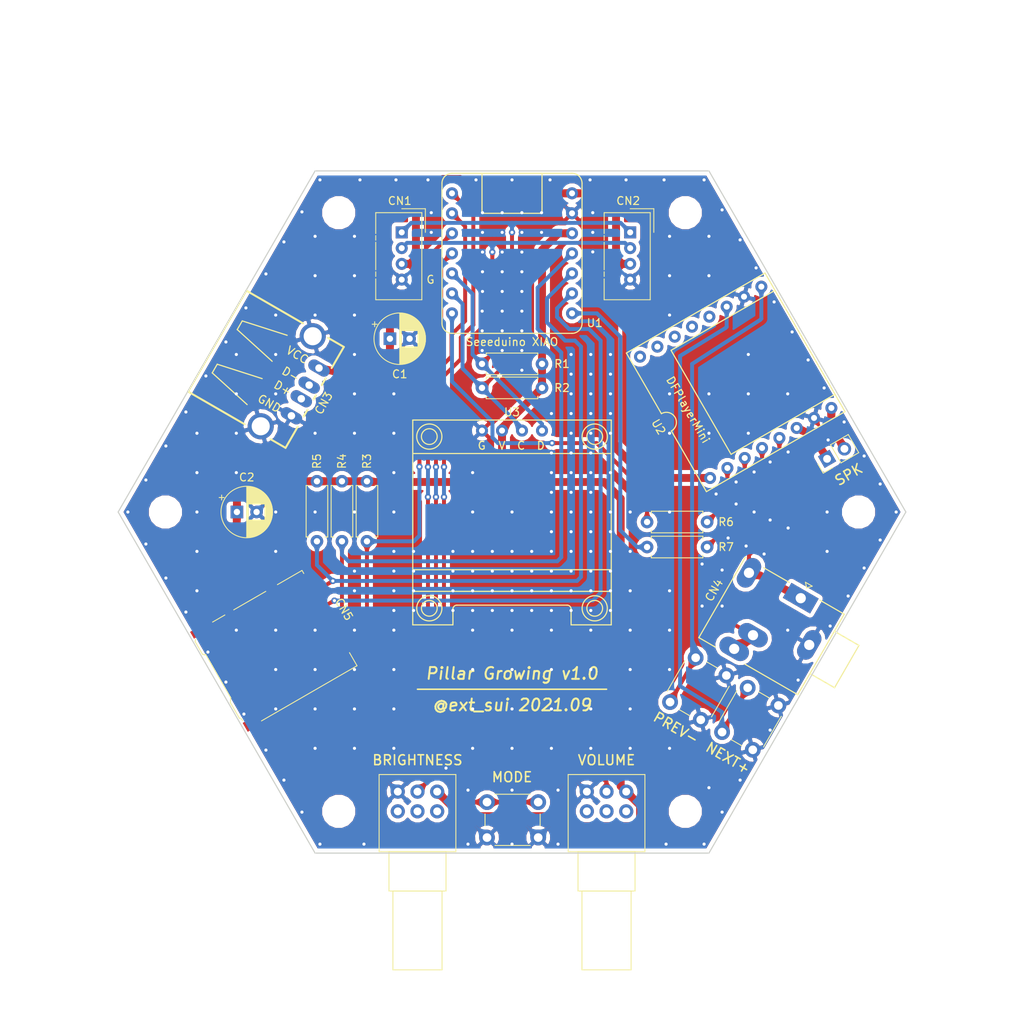
<source format=kicad_pcb>
(kicad_pcb (version 20171130) (host pcbnew "(5.0.2)-1")
  (layers (0 F.Cu signal) (31 B.Cu signal) (34 B.Paste user) (35 F.Paste user) (36 B.SilkS user) (37 F.SilkS user) (38 B.Mask user) (39 F.Mask user) (44 Edge.Cuts user))
  (net 0 "")
  (net 1 GND)
  (net 2 5V)
  (net 3 3V3)
  (net 4 TXD)
  (net 5 RXD)
  (net 6 SCL)
  (net 7 SDA)
  (net 8 CS)
  (net 9 MOSI)
  (net 10 MISO)
  (net 11 "Net-(R6-Pad1)")
  (net 12 "Net-(R7-Pad1)")
  (net 13 "Net-(SW1-Pad1)")
  (net 14 RV_B)
  (net 15 RV_V)
  (net 16 SCK)
  (net 17 "Net-(J1-Pad2)")
  (net 18 "Net-(U2-Pad13)")
  (net 19 "Net-(U2-Pad12)")
  (net 20 "Net-(U2-Pad14)")
  (net 21 "Net-(CN3-Pad3)")
  (net 22 "Net-(CN3-Pad2)")
  (net 23 "Net-(CN4-PadT)")
  (net 24 "Net-(CN4-PadR)")
  (net 25 "Net-(CN5-Pad9)")
  (net 26 "Net-(CN5-Pad8)")
  (net 27 "Net-(CN5-Pad1)")
  (net 28 "Net-(CN5-Pad10)")
  (net 29 "Net-(J1-Pad1)")
  (net 30 "Net-(RV1-Pad1)")
  (net 31 "Net-(RV1-Pad2)")
  (net 32 "Net-(RV1-Pad3)")
  (net 33 "Net-(RV2-Pad3)")
  (net 34 "Net-(RV2-Pad2)")
  (net 35 "Net-(RV2-Pad1)")
  (net 36 "Net-(SW2-Pad1)")
  (net 37 "Net-(SW3-Pad1)")
  (module extsui:OLED_128x64_0.96inch (layer F.Cu) (at 130 93.324)
    (fp_text reference U3 (at 0 -1) (layer F.SilkS))
    (fp_text value OLED_128x64_IIC)
    (pad 2 thru_hole circle (at -1.27 1.34) (size 1.524 1.524) (drill 0.762) (layers *.Cu *.Mask) (net 3 3V3))
    (pad 3 thru_hole circle (at 1.27 1.34) (size 1.524 1.524) (drill 0.762) (layers *.Cu *.Mask) (net 6 SCL))
    (pad 4 thru_hole circle (at 3.81 1.34) (size 1.524 1.524) (drill 0.762) (layers *.Cu *.Mask) (net 7 SDA))
    (pad 1 thru_hole circle (at -3.81 1.34) (size 1.524 1.524) (drill 0.762) (layers *.Cu *.Mask) (net 1 GND))
  )
  (module MountingHole:MountingHole_3.2mm_M3 (layer F.Cu) (at 108 143)
    (fp_text reference H1 hide)
    (fp_text value MountingHole)
    (pad 1 np_thru_hole circle (at 0 0) (size 3.2 3.2) (drill 3.2) (layers *.Cu *.Mask))
  )
  (module MountingHole:MountingHole_3.2mm_M3 (layer F.Cu) (at 152 143)
    (fp_text reference H2 hide)
    (fp_text value MountingHole)
    (pad 1 np_thru_hole circle (at 0 0) (size 3.2 3.2) (drill 3.2) (layers *.Cu *.Mask))
  )
  (module MountingHole:MountingHole_3.2mm_M3 (layer F.Cu) (at 174 105)
    (fp_text reference H3 hide)
    (fp_text value MountingHole)
    (pad 1 np_thru_hole circle (at 0 0) (size 3.2 3.2) (drill 3.2) (layers *.Cu *.Mask))
  )
  (module MountingHole:MountingHole_3.2mm_M3 (layer F.Cu) (at 152 67)
    (fp_text reference H4 hide)
    (fp_text value MountingHole)
    (pad 1 np_thru_hole circle (at 0 0) (size 3.2 3.2) (drill 3.2) (layers *.Cu *.Mask))
  )
  (module MountingHole:MountingHole_3.2mm_M3 (layer F.Cu) (at 108 67)
    (fp_text reference H5 hide)
    (fp_text value MountingHole)
    (pad 1 np_thru_hole circle (at 0 0) (size 3.2 3.2) (drill 3.2) (layers *.Cu *.Mask))
  )
  (module MountingHole:MountingHole_3.2mm_M3 (layer F.Cu) (at 86 105)
    (fp_text reference H6 hide)
    (fp_text value MountingHole)
    (pad 1 np_thru_hole circle (at 0 0) (size 3.2 3.2) (drill 3.2) (layers *.Cu *.Mask))
  )
  (module Capacitor_THT:CP_Radial_D6.3mm_P2.50mm (layer F.Cu) (at 114.5 83)
    (fp_text reference C1 (at 1.25 4.5) (layer F.SilkS))
    (fp_text value 100u)
    (pad 2 thru_hole circle (at 2.5 0) (size 1.6 1.6) (drill 0.8) (layers *.Cu *.Mask) (net 1 GND))
    (pad 1 thru_hole rect (at 0 0) (size 1.6 1.6) (drill 0.8) (layers *.Cu *.Mask) (net 2 5V))
  )
  (module Potentiometer_THT:Potentiometer_Alps_RK097_Dual_Horizontal (layer F.Cu) (at 115.5 143 270)
    (fp_text reference RV1 hide)
    (fp_text value BRIGHTNESS)
    (pad 4 thru_hole circle (at -2.5 0 270) (size 1.8 1.8) (drill 1) (layers *.Cu *.Mask) (net 1 GND))
    (pad 5 thru_hole circle (at -2.5 -2.5 270) (size 1.8 1.8) (drill 1) (layers *.Cu *.Mask) (net 14 RV_B))
    (pad 6 thru_hole circle (at -2.5 -5 270) (size 1.8 1.8) (drill 1) (layers *.Cu *.Mask) (net 3 3V3))
    (pad 1 thru_hole circle (at 0 0 270) (size 1.8 1.8) (drill 1) (layers *.Cu *.Mask) (net 30 "Net-(RV1-Pad1)"))
    (pad 2 thru_hole circle (at 0 -2.5 270) (size 1.8 1.8) (drill 1) (layers *.Cu *.Mask) (net 31 "Net-(RV1-Pad2)"))
    (pad 3 thru_hole circle (at 0 -5 270) (size 1.8 1.8) (drill 1) (layers *.Cu *.Mask) (net 32 "Net-(RV1-Pad3)"))
  )
  (module Potentiometer_THT:Potentiometer_Alps_RK097_Dual_Horizontal (layer F.Cu) (at 139.5 143 270)
    (fp_text reference RV2 hide)
    (fp_text value VOLUME)
    (pad 3 thru_hole circle (at 0 -5 270) (size 1.8 1.8) (drill 1) (layers *.Cu *.Mask) (net 33 "Net-(RV2-Pad3)"))
    (pad 2 thru_hole circle (at 0 -2.5 270) (size 1.8 1.8) (drill 1) (layers *.Cu *.Mask) (net 34 "Net-(RV2-Pad2)"))
    (pad 1 thru_hole circle (at 0 0 270) (size 1.8 1.8) (drill 1) (layers *.Cu *.Mask) (net 35 "Net-(RV2-Pad1)"))
    (pad 6 thru_hole circle (at -2.5 -5 270) (size 1.8 1.8) (drill 1) (layers *.Cu *.Mask) (net 3 3V3))
    (pad 5 thru_hole circle (at -2.5 -2.5 270) (size 1.8 1.8) (drill 1) (layers *.Cu *.Mask) (net 15 RV_V))
    (pad 4 thru_hole circle (at -2.5 0 270) (size 1.8 1.8) (drill 1) (layers *.Cu *.Mask) (net 1 GND))
  )
  (module extsui:DFPlayerMini (layer F.Cu) (at 148.5 94.25 120)
    (fp_text reference U2 (at -0.006699 0.111603 120) (layer F.SilkS))
    (fp_text value DFPlayerMini)
    (fp_text user DFPlayerMini (at 0 4.445 120) (layer F.SilkS))
    (pad 1 thru_hole circle (at -8.89 2.54 120) (size 1.524 1.524) (drill 0.762) (layers *.Cu *.Mask) (net 2 5V))
    (pad 2 thru_hole circle (at -8.89 5.08 120) (size 1.524 1.524) (drill 0.762) (layers *.Cu *.Mask) (net 11 "Net-(R6-Pad1)"))
    (pad 5 thru_hole circle (at -8.89 12.7 120) (size 1.524 1.524) (drill 0.762) (layers *.Cu *.Mask) (net 23 "Net-(CN4-PadT)"))
    (pad 3 thru_hole circle (at -8.89 7.62 120) (size 1.524 1.524) (drill 0.762) (layers *.Cu *.Mask) (net 12 "Net-(R7-Pad1)"))
    (pad 4 thru_hole circle (at -8.89 10.16 120) (size 1.524 1.524) (drill 0.762) (layers *.Cu *.Mask) (net 24 "Net-(CN4-PadR)"))
    (pad 6 thru_hole circle (at -8.89 15.24 120) (size 1.524 1.524) (drill 0.762) (layers *.Cu *.Mask) (net 29 "Net-(J1-Pad1)"))
    (pad 7 thru_hole circle (at -8.89 17.78 120) (size 1.524 1.524) (drill 0.762) (layers *.Cu *.Mask) (net 1 GND))
    (pad 8 thru_hole circle (at -8.89 20.32 120) (size 1.524 1.524) (drill 0.762) (layers *.Cu *.Mask) (net 17 "Net-(J1-Pad2)"))
    (pad 9 thru_hole circle (at 8.89 20.32 120) (size 1.524 1.524) (drill 0.762) (layers *.Cu *.Mask) (net 37 "Net-(SW3-Pad1)"))
    (pad 10 thru_hole circle (at 8.89 17.78 120) (size 1.524 1.524) (drill 0.762) (layers *.Cu *.Mask) (net 1 GND))
    (pad 11 thru_hole circle (at 8.89 15.24 120) (size 1.524 1.524) (drill 0.762) (layers *.Cu *.Mask) (net 36 "Net-(SW2-Pad1)"))
    (pad 13 thru_hole circle (at 8.89 10.16 120) (size 1.524 1.524) (drill 0.762) (layers *.Cu *.Mask) (net 18 "Net-(U2-Pad13)"))
    (pad 12 thru_hole circle (at 8.89 12.7 120) (size 1.524 1.524) (drill 0.762) (layers *.Cu *.Mask) (net 19 "Net-(U2-Pad12)"))
    (pad 14 thru_hole circle (at 8.89 7.62 120) (size 1.524 1.524) (drill 0.762) (layers *.Cu *.Mask) (net 20 "Net-(U2-Pad14)"))
    (pad 15 thru_hole circle (at 8.89 5.08 120) (size 1.524 1.524) (drill 0.762) (layers *.Cu *.Mask))
    (pad 16 thru_hole circle (at 8.89 2.54 120) (size 1.524 1.524) (drill 0.762) (layers *.Cu *.Mask))
  )
  (module Button_Switch_THT:SW_PUSH_6mm_H8.5mm (layer F.Cu) (at 126.825 141.83)
    (fp_text reference SW1 hide)
    (fp_text value MDOE)
    (pad 2 thru_hole circle (at 0 4.5 90) (size 2 2) (drill 1.1) (layers *.Cu *.Mask) (net 1 GND))
    (pad 1 thru_hole circle (at 0 0 90) (size 2 2) (drill 1.1) (layers *.Cu *.Mask) (net 13 "Net-(SW1-Pad1)"))
    (pad 2 thru_hole circle (at 6.5 4.5 90) (size 2 2) (drill 1.1) (layers *.Cu *.Mask) (net 1 GND))
    (pad 1 thru_hole circle (at 6.5 0 90) (size 2 2) (drill 1.1) (layers *.Cu *.Mask) (net 13 "Net-(SW1-Pad1)"))
  )
  (module Connector:NS-Tech_Grove_1x04_P2mm_Vertical (layer F.Cu) (at 116 69.5)
    (fp_text reference CN1 (at -0.25 -4) (layer F.SilkS))
    (fp_text value GROVE_IIC_5V)
    (pad 1 thru_hole rect (at 0 0) (size 1.524 1.524) (drill 0.762) (layers *.Cu *.Mask) (net 6 SCL))
    (pad 2 thru_hole circle (at 0 2) (size 1.524 1.524) (drill 0.762) (layers *.Cu *.Mask) (net 7 SDA))
    (pad 3 thru_hole circle (at 0 4) (size 1.524 1.524) (drill 0.762) (layers *.Cu *.Mask) (net 2 5V))
    (pad 4 thru_hole circle (at 0 6) (size 1.524 1.524) (drill 0.762) (layers *.Cu *.Mask) (net 1 GND))
  )
  (module Connector:NS-Tech_Grove_1x04_P2mm_Vertical (layer F.Cu) (at 145 69.5)
    (fp_text reference CN2 (at -0.25 -4) (layer F.SilkS))
    (fp_text value GROVE_IIC_5V)
    (pad 4 thru_hole circle (at 0 6) (size 1.524 1.524) (drill 0.762) (layers *.Cu *.Mask) (net 1 GND))
    (pad 3 thru_hole circle (at 0 4) (size 1.524 1.524) (drill 0.762) (layers *.Cu *.Mask) (net 2 5V))
    (pad 2 thru_hole circle (at 0 2) (size 1.524 1.524) (drill 0.762) (layers *.Cu *.Mask) (net 7 SDA))
    (pad 1 thru_hole rect (at 0 0) (size 1.524 1.524) (drill 0.762) (layers *.Cu *.Mask) (net 6 SCL))
  )
  (module OPL_Connector:USB4+2P-2.0-90D (layer F.Cu) (at 101.4 88.4 240)
    (fp_text reference CN3 (at 0.074871 -5.470319 240) (layer F.SilkS))
    (fp_text value USB_A)
    (fp_text user GND (at 3.556 0.508 150) (layer F.SilkS) (effects (font (size 1.016 1.016) (thickness 0.1524))))
    (fp_text user D+ (at 1.016 0 150) (layer F.SilkS) (effects (font (size 1.016 1.016) (thickness 0.1524))))
    (fp_text user D- (at -1.016 0 150) (layer F.SilkS) (effects (font (size 1.016 1.016) (thickness 0.1524))))
    (fp_text user VCC (at -3.556 0.508 150) (layer F.SilkS) (effects (font (size 1.016 1.016) (thickness 0.1524))))
    (pad 5 thru_hole circle (at 6.6 0 60) (size 3.3147 3.3147) (drill 2.2987) (layers *.Cu *.Mask) (net 1 GND))
    (pad 5 thru_hole circle (at -6.6 0 60) (size 3.3147 3.3147) (drill 2.2987) (layers *.Cu *.Mask) (net 1 GND))
    (pad 4 thru_hole oval (at 3.5 -2.71 60) (size 1.45796 2.91592) (drill 0.94996) (layers *.Cu *.Mask) (net 1 GND))
    (pad 3 thru_hole oval (at 1 -2.71 60) (size 1.45796 2.91592) (drill 0.94996) (layers *.Cu *.Mask) (net 21 "Net-(CN3-Pad3)"))
    (pad 2 thru_hole oval (at -1 -2.71 60) (size 1.45796 2.91592) (drill 0.94996) (layers *.Cu *.Mask) (net 22 "Net-(CN3-Pad2)"))
    (pad 1 thru_hole oval (at -3.5 -2.71 60) (size 1.45796 2.91592) (drill 0.94996) (layers *.Cu *.Mask) (net 2 5V))
  )
  (module Connector_Audio:Jack_3.5mm_Ledino_KB3SPRS_Horizontal (layer F.Cu) (at 166.655 115.94 150)
    (fp_text reference CN4 (at 10.026279 -4.633975 240) (layer F.SilkS))
    (fp_text value AudioJack3_SwitchTR)
    (pad T thru_hole rect (at 0 0 150) (size 4 2.2) (drill 1.3) (layers *.Cu *.Mask) (net 23 "Net-(CN4-PadT)"))
    (pad TN thru_hole oval (at 7.299999 -0.5 240) (size 4 2.2) (drill 1.3) (layers *.Cu *.Mask) (net 23 "Net-(CN4-PadT)"))
    (pad RN thru_hole oval (at 2.9 -7.1 150) (size 4 2.2) (drill 1.3) (layers *.Cu *.Mask) (net 24 "Net-(CN4-PadR)"))
    (pad R thru_hole oval (at 4.1 -9.8 150) (size 4 2.2) (drill 1.3) (layers *.Cu *.Mask) (net 24 "Net-(CN4-PadR)"))
    (pad S thru_hole oval (at -3.9 -4.6 150) (size 2.2 4) (drill 1.3) (layers *.Cu *.Mask) (net 1 GND))
  )
  (module Connector_Card:microSD_HC_Hirose_DM3AT-SF-PEJM5 (layer F.Cu) (at 100 122.4 300)
    (fp_text reference CN5 (at -0.038428 -10.03344 300) (layer F.SilkS))
    (fp_text value Micro_SD_Card_Det_Hirose_DM3AT)
    (pad 9 smd rect (at -5.875 -7.725 300) (size 0.7 1.2) (layers F.Cu F.Paste F.Mask) (net 25 "Net-(CN5-Pad9)"))
    (pad 8 smd rect (at -4.925 -7.725 300) (size 0.7 1.2) (layers F.Cu F.Paste F.Mask) (net 26 "Net-(CN5-Pad8)"))
    (pad 1 smd rect (at 2.774999 -7.725 300) (size 0.7 1.2) (layers F.Cu F.Paste F.Mask) (net 27 "Net-(CN5-Pad1)"))
    (pad 2 smd rect (at 1.675 -7.725 300) (size 0.7 1.2) (layers F.Cu F.Paste F.Mask) (net 8 CS))
    (pad 3 smd rect (at 0.575 -7.725 300) (size 0.7 1.2) (layers F.Cu F.Paste F.Mask) (net 9 MOSI))
    (pad 4 smd rect (at -0.525 -7.725 300) (size 0.7 1.2) (layers F.Cu F.Paste F.Mask) (net 3 3V3))
    (pad 5 smd rect (at -1.625 -7.725 300) (size 0.7 1.2) (layers F.Cu F.Paste F.Mask) (net 16 SCK))
    (pad 6 smd rect (at -2.725 -7.725 300) (size 0.7 1.2) (layers F.Cu F.Paste F.Mask) (net 1 GND))
    (pad 7 smd rect (at -3.825 -7.725 300) (size 0.7 1.2) (layers F.Cu F.Paste F.Mask) (net 10 MISO))
    (pad 11 smd rect (at 4.325 -7.725 300) (size 1 1.2) (layers F.Cu F.Paste F.Mask) (net 1 GND))
    (pad 11 smd rect (at -6.825 -3.425 300) (size 1 1.2) (layers F.Cu F.Paste F.Mask) (net 1 GND))
    (pad 10 smd rect (at -6.824999 2.775 300) (size 1 0.8) (layers F.Cu F.Paste F.Mask) (net 28 "Net-(CN5-Pad10)"))
    (pad 11 smd rect (at -6.825 6.925 300) (size 1 2.8) (layers F.Cu F.Paste F.Mask) (net 1 GND))
    (pad 11 smd rect (at 6.675001 7.375 300) (size 1.3 1.9) (layers F.Cu F.Paste F.Mask) (net 1 GND))
  )
  (module Connector_PinHeader_2.54mm:PinHeader_1x02_P2.54mm_Vertical (layer F.Cu) (at 170 98.25 120)
    (fp_text reference J1 hide)
    (fp_text value Speaker)
    (pad 1 thru_hole rect (at 0 0 120) (size 1.7 1.7) (drill 1) (layers *.Cu *.Mask) (net 29 "Net-(J1-Pad1)"))
    (pad 2 thru_hole oval (at 0 2.54 120) (size 1.7 1.7) (drill 1) (layers *.Cu *.Mask) (net 17 "Net-(J1-Pad2)"))
  )
  (module Resistor_THT:R_Axial_DIN0207_L6.3mm_D2.5mm_P7.62mm_Horizontal (layer F.Cu) (at 133.81 86.196 180)
    (fp_text reference R1 (at -2.54 0 180) (layer F.SilkS))
    (fp_text value 4.7k)
    (pad 1 thru_hole circle (at 0 0 180) (size 1.6 1.6) (drill 0.8) (layers *.Cu *.Mask) (net 3 3V3))
    (pad 2 thru_hole oval (at 7.62 0 180) (size 1.6 1.6) (drill 0.8) (layers *.Cu *.Mask) (net 7 SDA))
  )
  (module Resistor_THT:R_Axial_DIN0207_L6.3mm_D2.5mm_P7.62mm_Horizontal (layer F.Cu) (at 133.81 89.244 180)
    (fp_text reference R2 (at -2.54 0 180) (layer F.SilkS))
    (fp_text value 4.7k)
    (pad 2 thru_hole oval (at 7.62 0 180) (size 1.6 1.6) (drill 0.8) (layers *.Cu *.Mask) (net 6 SCL))
    (pad 1 thru_hole circle (at 0 0 180) (size 1.6 1.6) (drill 0.8) (layers *.Cu *.Mask) (net 3 3V3))
  )
  (module Resistor_THT:R_Axial_DIN0207_L6.3mm_D2.5mm_P7.62mm_Horizontal (layer F.Cu) (at 111.585 101.094057 270)
    (fp_text reference R3 (at -2.54 0 270) (layer F.SilkS))
    (fp_text value 4.7k)
    (pad 2 thru_hole oval (at 7.62 0 270) (size 1.6 1.6) (drill 0.8) (layers *.Cu *.Mask) (net 8 CS))
    (pad 1 thru_hole circle (at 0 0 270) (size 1.6 1.6) (drill 0.8) (layers *.Cu *.Mask) (net 3 3V3))
  )
  (module Resistor_THT:R_Axial_DIN0207_L6.3mm_D2.5mm_P7.62mm_Horizontal (layer F.Cu) (at 108.41 101.094057 270)
    (fp_text reference R4 (at -2.54 0 270) (layer F.SilkS))
    (fp_text value 4.7k)
    (pad 1 thru_hole circle (at 0 0 270) (size 1.6 1.6) (drill 0.8) (layers *.Cu *.Mask) (net 3 3V3))
    (pad 2 thru_hole oval (at 7.62 0 270) (size 1.6 1.6) (drill 0.8) (layers *.Cu *.Mask) (net 9 MOSI))
  )
  (module Resistor_THT:R_Axial_DIN0207_L6.3mm_D2.5mm_P7.62mm_Horizontal (layer F.Cu) (at 105.235 101.094057 270)
    (fp_text reference R5 (at -2.54 0 270) (layer F.SilkS))
    (fp_text value 4.7k)
    (pad 1 thru_hole circle (at 0 0 270) (size 1.6 1.6) (drill 0.8) (layers *.Cu *.Mask) (net 3 3V3))
    (pad 2 thru_hole oval (at 7.62 0 270) (size 1.6 1.6) (drill 0.8) (layers *.Cu *.Mask) (net 10 MISO))
  )
  (module Resistor_THT:R_Axial_DIN0207_L6.3mm_D2.5mm_P7.62mm_Horizontal (layer F.Cu) (at 154.765 106.27 180)
    (fp_text reference R6 (at -2.413 0 180) (layer F.SilkS))
    (fp_text value 1k)
    (pad 1 thru_hole circle (at 0 0 180) (size 1.6 1.6) (drill 0.8) (layers *.Cu *.Mask) (net 11 "Net-(R6-Pad1)"))
    (pad 2 thru_hole oval (at 7.62 0 180) (size 1.6 1.6) (drill 0.8) (layers *.Cu *.Mask) (net 4 TXD))
  )
  (module Resistor_THT:R_Axial_DIN0207_L6.3mm_D2.5mm_P7.62mm_Horizontal (layer F.Cu) (at 154.765 109.445 180)
    (fp_text reference R7 (at -2.413 0 180) (layer F.SilkS))
    (fp_text value 1k)
    (pad 2 thru_hole oval (at 7.62 0 180) (size 1.6 1.6) (drill 0.8) (layers *.Cu *.Mask) (net 5 RXD))
    (pad 1 thru_hole circle (at 0 0 180) (size 1.6 1.6) (drill 0.8) (layers *.Cu *.Mask) (net 12 "Net-(R7-Pad1)"))
  )
  (module Capacitor_THT:CP_Radial_D6.3mm_P2.50mm (layer F.Cu) (at 95.075 105)
    (fp_text reference C2 (at 1.25 -4.4) (layer F.SilkS))
    (fp_text value 100u)
    (pad 1 thru_hole rect (at 0 0) (size 1.6 1.6) (drill 0.8) (layers *.Cu *.Mask) (net 3 3V3))
    (pad 2 thru_hole circle (at 2.5 0) (size 1.6 1.6) (drill 0.8) (layers *.Cu *.Mask) (net 1 GND))
  )
  (module Button_Switch_THT:SW_PUSH_6mm_H8.5mm (layer F.Cu) (at 156.67 132.94 60)
    (fp_text reference SW2 hide)
    (fp_text value NEXT/VOL+)
    (pad 2 thru_hole circle (at 0 4.5 150) (size 2 2) (drill 1.1) (layers *.Cu *.Mask) (net 1 GND))
    (pad 1 thru_hole circle (at 0 0 150) (size 2 2) (drill 1.1) (layers *.Cu *.Mask) (net 36 "Net-(SW2-Pad1)"))
    (pad 2 thru_hole circle (at 6.5 4.5 150) (size 2 2) (drill 1.1) (layers *.Cu *.Mask) (net 1 GND))
    (pad 1 thru_hole circle (at 6.5 0 150) (size 2 2) (drill 1.1) (layers *.Cu *.Mask) (net 36 "Net-(SW2-Pad1)"))
  )
  (module Button_Switch_THT:SW_PUSH_6mm_H8.5mm (layer F.Cu) (at 150.066 129.13 60)
    (fp_text reference SW3 hide)
    (fp_text value PREV/VOL-)
    (pad 1 thru_hole circle (at 6.5 0 150) (size 2 2) (drill 1.1) (layers *.Cu *.Mask) (net 37 "Net-(SW3-Pad1)"))
    (pad 2 thru_hole circle (at 6.5 4.5 150) (size 2 2) (drill 1.1) (layers *.Cu *.Mask) (net 1 GND))
    (pad 1 thru_hole circle (at 0 0 150) (size 2 2) (drill 1.1) (layers *.Cu *.Mask) (net 37 "Net-(SW3-Pad1)"))
    (pad 2 thru_hole circle (at 0 4.5 150) (size 2 2) (drill 1.1) (layers *.Cu *.Mask) (net 1 GND))
  )
  (module extsui:SeeeduinoXIAO (layer F.Cu) (at 130 62)
    (fp_text reference U1 (at 10.5 19) (layer F.SilkS))
    (fp_text value SeeeduinoXIAO)
    (fp_text user "Seeeduino XIAO" (at 0 21.41) (layer F.SilkS))
    (pad 14 thru_hole circle (at 7.62 2.54) (size 1.524 1.524) (drill 0.762) (layers *.Cu *.Mask) (net 2 5V))
    (pad 13 thru_hole circle (at 7.62 5.08) (size 1.524 1.524) (drill 0.762) (layers *.Cu *.Mask) (net 1 GND))
    (pad 12 thru_hole circle (at 7.62 7.62) (size 1.524 1.524) (drill 0.762) (layers *.Cu *.Mask) (net 3 3V3))
    (pad 11 thru_hole circle (at 7.62 10.16) (size 1.524 1.524) (drill 0.762) (layers *.Cu *.Mask) (net 9 MOSI))
    (pad 10 thru_hole circle (at 7.62 12.7) (size 1.524 1.524) (drill 0.762) (layers *.Cu *.Mask) (net 10 MISO))
    (pad 9 thru_hole circle (at 7.62 15.24) (size 1.524 1.524) (drill 0.762) (layers *.Cu *.Mask) (net 16 SCK))
    (pad 8 thru_hole circle (at 7.62 17.78) (size 1.524 1.524) (drill 0.762) (layers *.Cu *.Mask) (net 5 RXD))
    (pad 7 thru_hole circle (at -7.62 17.78) (size 1.524 1.524) (drill 0.762) (layers *.Cu *.Mask) (net 4 TXD))
    (pad 6 thru_hole circle (at -7.62 15.24) (size 1.524 1.524) (drill 0.762) (layers *.Cu *.Mask) (net 6 SCL))
    (pad 5 thru_hole circle (at -7.62 12.7) (size 1.524 1.524) (drill 0.762) (layers *.Cu *.Mask) (net 7 SDA))
    (pad 4 thru_hole circle (at -7.62 10.16) (size 1.524 1.524) (drill 0.762) (layers *.Cu *.Mask) (net 14 RV_B))
    (pad 3 thru_hole circle (at -7.62 7.62) (size 1.524 1.524) (drill 0.762) (layers *.Cu *.Mask) (net 8 CS))
    (pad 2 thru_hole circle (at -7.62 5.08) (size 1.524 1.524) (drill 0.762) (layers *.Cu *.Mask) (net 13 "Net-(SW1-Pad1)"))
    (pad 1 thru_hole circle (at -7.62 2.54) (size 1.524 1.524) (drill 0.762) (layers *.Cu *.Mask) (net 15 RV_V))
  )
  (gr_text G (at 120.25 75.5) (layer F.SilkS) (effects (font (size 1 1)) (justify right)))
  (gr_text SPK (at 172.75 100.25 30) (layer F.SilkS) (effects (font (size 1.25 1.25) (thickness 0.2))))
  (gr_text PREV- (at 150.828 132.432 -30) (layer F.SilkS) (effects (font (size 1.25 1.25) (thickness 0.2))))
  (gr_text NEXT+ (at 157.432 136.242 -30) (layer F.SilkS) (effects (font (size 1.25 1.25) (thickness 0.2))))
  (gr_text VOLUME (at 142 136.5) (layer F.SilkS) (effects (font (size 1.25 1.25) (thickness 0.2))))
  (gr_text BRIGHTNESS (at 118 136.5) (layer F.SilkS) (effects (font (size 1.25 1.25) (thickness 0.2))))
  (gr_text G (at 126.75 96.574) (layer F.SilkS) (effects (font (size 1 1)) (justify right)))
  (gr_text C (at 131.75 96.574) (layer F.SilkS) (effects (font (size 1 1)) (justify right)))
  (gr_text V (at 129.25 96.574) (layer F.SilkS) (effects (font (size 1 1)) (justify right)))
  (gr_text D (at 134.25 96.574) (layer F.SilkS) (effects (font (size 1 1)) (justify right)))
  (gr_text "Pillar Growing v1.0" (at 130 125.5) (layer F.SilkS) (effects (font (size 1.5 1.5) (thickness 0.25) italic)))
  (gr_line (start 118 127.5) (end 142 127.5) (layer F.SilkS) (width 0.2))
  (gr_text MODE (at 130 138.655) (layer F.SilkS) (effects (font (size 1.25 1.25) (thickness 0.2))))
  (gr_line (start 155 148.30127) (end 180 105) (layer Edge.Cuts) (width 0.15))
  (gr_line (start 105 148.30127) (end 155 148.30127) (layer Edge.Cuts) (width 0.15))
  (gr_text "@ext_sui 2021.09" (at 130 129.5) (layer F.SilkS) (effects (font (size 1.5 1.5) (thickness 0.25) italic)))
  (gr_line (start 105 61.69873) (end 155 61.69873) (layer Edge.Cuts) (width 0.15))
  (gr_line (start 155 61.69873) (end 180 105) (layer Edge.Cuts) (width 0.15))
  (gr_line (start 105 148.30127) (end 80 105) (layer Edge.Cuts) (width 0.15))
  (gr_line (start 80 105) (end 105 61.69873) (layer Edge.Cuts) (width 0.15))
  (via (at 105.616 62.836) (size 0.8) (drill 0.4) (layers F.Cu B.Cu) (net 1))
  (segment (start 97.575 94.640768) (end 98.1 94.115768) (width 0.25) (layer B.Cu) (net 1))
  (segment (start 115.5 140.5) (end 113.528 138.528) (width 0.25) (layer B.Cu) (net 1))
  (segment (start 113.528 138.528) (end 112.728 138.528) (width 0.25) (layer B.Cu) (net 1))
  (segment (start 112.728 138.528) (end 111.712 139.544) (width 0.25) (layer B.Cu) (net 1))
  (segment (start 111.712 139.544) (end 111.712 144.116) (width 0.25) (layer B.Cu) (net 1))
  (segment (start 111.712 144.116) (end 112.22 144.624) (width 0.25) (layer B.Cu) (net 1))
  (segment (start 125.119 144.624) (end 126.825 146.33) (width 0.25) (layer B.Cu) (net 1))
  (segment (start 112.22 144.624) (end 125.119 144.624) (width 0.25) (layer B.Cu) (net 1))
  (segment (start 131.619 144.624) (end 133.325 146.33) (width 0.25) (layer B.Cu) (net 1))
  (segment (start 125.119 144.624) (end 131.619 144.624) (width 0.25) (layer B.Cu) (net 1))
  (segment (start 133.325 146.33) (end 136.047 143.608) (width 0.25) (layer B.Cu) (net 1))
  (segment (start 136.971 139.128) (end 136.047 140.052) (width 0.25) (layer B.Cu) (net 1))
  (segment (start 138.128 139.128) (end 136.971 139.128) (width 0.25) (layer B.Cu) (net 1))
  (segment (start 136.047 143.608) (end 136.047 140.052) (width 0.25) (layer B.Cu) (net 1))
  (segment (start 138.128 139.128) (end 139.5 140.5) (width 0.25) (layer B.Cu) (net 1))
  (segment (start 117 83) (end 116.200001 83.799999) (width 0.25) (layer B.Cu) (net 1))
  (via (at 81.232 105) (size 0.8) (drill 0.4) (layers F.Cu B.Cu) (net 1))
  (via (at 105.616 147.164) (size 0.8) (drill 0.4) (layers F.Cu B.Cu) (net 1))
  (via (at 154.384 147.164) (size 0.8) (drill 0.4) (layers F.Cu B.Cu) (net 1))
  (via (at 178.768 105) (size 0.8) (drill 0.4) (layers F.Cu B.Cu) (net 1))
  (via (at 154.384 62.836) (size 0.8) (drill 0.4) (layers F.Cu B.Cu) (net 1))
  (via (at 103.33 66.9) (size 0.8) (drill 0.4) (layers F.Cu B.Cu) (net 1))
  (via (at 101.044 70.71) (size 0.8) (drill 0.4) (layers F.Cu B.Cu) (net 1))
  (via (at 98.758 74.774) (size 0.8) (drill 0.4) (layers F.Cu B.Cu) (net 1))
  (via (at 88.598 92.3) (size 0.8) (drill 0.4) (layers F.Cu B.Cu) (net 1))
  (via (at 86.058 96.618) (size 0.8) (drill 0.4) (layers F.Cu B.Cu) (net 1))
  (via (at 83.518 100.936) (size 0.8) (drill 0.4) (layers F.Cu B.Cu) (net 1))
  (via (at 83.518 109.064) (size 0.8) (drill 0.4) (layers F.Cu B.Cu) (net 1))
  (via (at 86.058 113.382) (size 0.8) (drill 0.4) (layers F.Cu B.Cu) (net 1))
  (via (at 88.598 117.7) (size 0.8) (drill 0.4) (layers F.Cu B.Cu) (net 1))
  (via (at 98.758 135.226) (size 0.8) (drill 0.4) (layers F.Cu B.Cu) (net 1))
  (via (at 101.044 139.036) (size 0.8) (drill 0.4) (layers F.Cu B.Cu) (net 1))
  (via (at 103.33 143.1) (size 0.8) (drill 0.4) (layers F.Cu B.Cu) (net 1))
  (via (at 111.204 147.164) (size 0.8) (drill 0.4) (layers F.Cu B.Cu) (net 1))
  (via (at 149.558 147.164) (size 0.8) (drill 0.4) (layers F.Cu B.Cu) (net 1))
  (via (at 172.672 115.668) (size 0.8) (drill 0.4) (layers F.Cu B.Cu) (net 1))
  (via (at 174.704 112.112) (size 0.8) (drill 0.4) (layers F.Cu B.Cu) (net 1))
  (via (at 176.736 108.556) (size 0.8) (drill 0.4) (layers F.Cu B.Cu) (net 1))
  (via (at 156.67 143.1) (size 0.8) (drill 0.4) (layers F.Cu B.Cu) (net 1))
  (via (at 158.956 139.036) (size 0.8) (drill 0.4) (layers F.Cu B.Cu) (net 1))
  (via (at 176.736 101.444) (size 0.8) (drill 0.4) (layers F.Cu B.Cu) (net 1))
  (via (at 174.704 97.888) (size 0.8) (drill 0.4) (layers F.Cu B.Cu) (net 1))
  (via (at 172.164 93.57) (size 0.8) (drill 0.4) (layers F.Cu B.Cu) (net 1))
  (via (at 160.988 74.012) (size 0.8) (drill 0.4) (layers F.Cu B.Cu) (net 1))
  (via (at 158.956 70.456) (size 0.8) (drill 0.4) (layers F.Cu B.Cu) (net 1))
  (via (at 156.67 66.646) (size 0.8) (drill 0.4) (layers F.Cu B.Cu) (net 1))
  (via (at 110.696 62.836) (size 0.8) (drill 0.4) (layers F.Cu B.Cu) (net 1))
  (via (at 169.624 89.252) (size 0.8) (drill 0.4) (layers F.Cu B.Cu) (net 1))
  (via (at 167.592 85.696) (size 0.8) (drill 0.4) (layers F.Cu B.Cu) (net 1))
  (via (at 165.56 82.14) (size 0.8) (drill 0.4) (layers F.Cu B.Cu) (net 1))
  (via (at 163.274 78.33) (size 0.8) (drill 0.4) (layers F.Cu B.Cu) (net 1))
  (via (at 170.386 119.478) (size 0.8) (drill 0.4) (layers F.Cu B.Cu) (net 1))
  (via (at 166.322 126.336) (size 0.8) (drill 0.4) (layers F.Cu B.Cu) (net 1))
  (via (at 162.766 132.686) (size 0.8) (drill 0.4) (layers F.Cu B.Cu) (net 1))
  (via (at 130 147.164) (size 0.8) (drill 0.4) (layers F.Cu B.Cu) (net 1))
  (via (at 93.678 126.59) (size 0.8) (drill 0.4) (layers F.Cu B.Cu) (net 1))
  (via (at 95.964 130.654) (size 0.8) (drill 0.4) (layers F.Cu B.Cu) (net 1))
  (via (at 91.392 122.78) (size 0.8) (drill 0.4) (layers F.Cu B.Cu) (net 1))
  (via (at 96.218 79.092) (size 0.8) (drill 0.4) (layers F.Cu B.Cu) (net 1))
  (via (at 93.678 83.41) (size 0.8) (drill 0.4) (layers F.Cu B.Cu) (net 1))
  (via (at 91.138 87.728) (size 0.8) (drill 0.4) (layers F.Cu B.Cu) (net 1))
  (via (at 115.268 62.836) (size 0.8) (drill 0.4) (layers F.Cu B.Cu) (net 1))
  (via (at 119.332 62.836) (size 0.8) (drill 0.4) (layers F.Cu B.Cu) (net 1))
  (via (at 125.428 62.836) (size 0.8) (drill 0.4) (layers F.Cu B.Cu) (net 1))
  (via (at 130 62.836) (size 0.8) (drill 0.4) (layers F.Cu B.Cu) (net 1))
  (via (at 134.826 62.836) (size 0.8) (drill 0.4) (layers F.Cu B.Cu) (net 1))
  (via (at 139.906 62.836) (size 0.8) (drill 0.4) (layers F.Cu B.Cu) (net 1))
  (via (at 144.478 62.836) (size 0.8) (drill 0.4) (layers F.Cu B.Cu) (net 1))
  (via (at 149.304 62.836) (size 0.8) (drill 0.4) (layers F.Cu B.Cu) (net 1))
  (via (at 124.412 147.164) (size 0.8) (drill 0.4) (layers F.Cu B.Cu) (net 1))
  (via (at 135.842 147.164) (size 0.8) (drill 0.4) (layers F.Cu B.Cu) (net 1))
  (via (at 170.132 95.856) (size 0.8) (drill 0.4) (layers F.Cu B.Cu) (net 1))
  (segment (start 170.132 95.856) (end 168.342932 93.058966) (width 0.25) (layer F.Cu) (net 1))
  (via (at 162.766 98.65) (size 0.8) (drill 0.4) (layers F.Cu B.Cu) (net 1))
  (via (at 162.766 106.016) (size 0.8) (drill 0.4) (layers F.Cu B.Cu) (net 1))
  (via (at 159.718 109.318) (size 0.8) (drill 0.4) (layers F.Cu B.Cu) (net 1))
  (via (at 156.67 112.366) (size 0.8) (drill 0.4) (layers F.Cu B.Cu) (net 1))
  (via (at 160.734 99.92) (size 0.8) (drill 0.4) (layers F.Cu B.Cu) (net 1))
  (via (at 160.734 105) (size 0.8) (drill 0.4) (layers F.Cu B.Cu) (net 1))
  (via (at 157.432 108.302) (size 0.8) (drill 0.4) (layers F.Cu B.Cu) (net 1))
  (via (at 154.13 111.604) (size 0.8) (drill 0.4) (layers F.Cu B.Cu) (net 1))
  (via (at 154.13 116.938) (size 0.8) (drill 0.4) (layers F.Cu B.Cu) (net 1))
  (via (at 156.67 116.938) (size 0.8) (drill 0.4) (layers F.Cu B.Cu) (net 1))
  (via (at 165.052 97.38) (size 0.8) (drill 0.4) (layers F.Cu B.Cu) (net 1))
  (via (at 165.052 107.032) (size 0.8) (drill 0.4) (layers F.Cu B.Cu) (net 1))
  (via (at 162.004 110.334) (size 0.8) (drill 0.4) (layers F.Cu B.Cu) (net 1))
  (via (at 158.448 101.19) (size 0.8) (drill 0.4) (layers F.Cu B.Cu) (net 1))
  (via (at 158.448 103.984) (size 0.8) (drill 0.4) (layers F.Cu B.Cu) (net 1))
  (via (at 135 110) (size 0.8) (drill 0.4) (layers F.Cu B.Cu) (net 1))
  (via (at 142.5 85) (size 0.8) (drill 0.4) (layers F.Cu B.Cu) (net 1))
  (via (at 142.5 87.5) (size 0.8) (drill 0.4) (layers F.Cu B.Cu) (net 1))
  (via (at 142.5 90) (size 0.8) (drill 0.4) (layers F.Cu B.Cu) (net 1))
  (via (at 142.5 92.5) (size 0.8) (drill 0.4) (layers F.Cu B.Cu) (net 1))
  (via (at 140 85) (size 0.8) (drill 0.4) (layers F.Cu B.Cu) (net 1))
  (via (at 140 87.5) (size 0.8) (drill 0.4) (layers F.Cu B.Cu) (net 1))
  (via (at 140 90) (size 0.8) (drill 0.4) (layers F.Cu B.Cu) (net 1))
  (via (at 140 92.5) (size 0.8) (drill 0.4) (layers F.Cu B.Cu) (net 1))
  (via (at 137.5 85) (size 0.8) (drill 0.4) (layers F.Cu B.Cu) (net 1))
  (via (at 137.5 87.5) (size 0.8) (drill 0.4) (layers F.Cu B.Cu) (net 1))
  (via (at 137.5 90) (size 0.8) (drill 0.4) (layers F.Cu B.Cu) (net 1))
  (via (at 137.5 92.5) (size 0.8) (drill 0.4) (layers F.Cu B.Cu) (net 1))
  (via (at 137.5 95) (size 0.8) (drill 0.4) (layers F.Cu B.Cu) (net 1))
  (via (at 140 95) (size 0.8) (drill 0.4) (layers F.Cu B.Cu) (net 1))
  (via (at 142.5 95) (size 0.8) (drill 0.4) (layers F.Cu B.Cu) (net 1))
  (via (at 137.5 97.5) (size 0.8) (drill 0.4) (layers F.Cu B.Cu) (net 1))
  (via (at 140 97.5) (size 0.8) (drill 0.4) (layers F.Cu B.Cu) (net 1))
  (via (at 137.5 102.5) (size 0.8) (drill 0.4) (layers F.Cu B.Cu) (net 1))
  (via (at 140 102.5) (size 0.8) (drill 0.4) (layers F.Cu B.Cu) (net 1))
  (via (at 140 105) (size 0.8) (drill 0.4) (layers F.Cu B.Cu) (net 1))
  (via (at 142.5 105) (size 0.8) (drill 0.4) (layers F.Cu B.Cu) (net 1))
  (via (at 137.5 105) (size 0.8) (drill 0.4) (layers F.Cu B.Cu) (net 1))
  (via (at 137.5 107.5) (size 0.8) (drill 0.4) (layers F.Cu B.Cu) (net 1))
  (via (at 140 107.5) (size 0.8) (drill 0.4) (layers F.Cu B.Cu) (net 1))
  (via (at 142.5 107.5) (size 0.8) (drill 0.4) (layers F.Cu B.Cu) (net 1))
  (via (at 137.5 100) (size 0.8) (drill 0.4) (layers F.Cu B.Cu) (net 1))
  (via (at 140 100) (size 0.8) (drill 0.4) (layers F.Cu B.Cu) (net 1))
  (via (at 142.5 110) (size 0.8) (drill 0.4) (layers F.Cu B.Cu) (net 1))
  (via (at 137.5 110) (size 0.8) (drill 0.4) (layers F.Cu B.Cu) (net 1))
  (via (at 140 110) (size 0.8) (drill 0.4) (layers F.Cu B.Cu) (net 1))
  (via (at 140 112.5) (size 0.8) (drill 0.4) (layers F.Cu B.Cu) (net 1))
  (via (at 137.5 112.5) (size 0.8) (drill 0.4) (layers F.Cu B.Cu) (net 1))
  (via (at 142.5 112.5) (size 0.8) (drill 0.4) (layers F.Cu B.Cu) (net 1))
  (via (at 140 115) (size 0.8) (drill 0.4) (layers F.Cu B.Cu) (net 1))
  (via (at 137.5 115) (size 0.8) (drill 0.4) (layers F.Cu B.Cu) (net 1))
  (via (at 142.5 115) (size 0.8) (drill 0.4) (layers F.Cu B.Cu) (net 1))
  (via (at 135 112.5) (size 0.8) (drill 0.4) (layers F.Cu B.Cu) (net 1))
  (via (at 132.5 117.5) (size 0.8) (drill 0.4) (layers F.Cu B.Cu) (net 1))
  (via (at 132.5 112.5) (size 0.8) (drill 0.4) (layers F.Cu B.Cu) (net 1))
  (via (at 132.5 115) (size 0.8) (drill 0.4) (layers F.Cu B.Cu) (net 1))
  (via (at 132.5 110) (size 0.8) (drill 0.4) (layers F.Cu B.Cu) (net 1))
  (via (at 130 110) (size 0.8) (drill 0.4) (layers F.Cu B.Cu) (net 1))
  (via (at 130 117.5) (size 0.8) (drill 0.4) (layers F.Cu B.Cu) (net 1))
  (via (at 130 115) (size 0.8) (drill 0.4) (layers F.Cu B.Cu) (net 1))
  (via (at 130 112.5) (size 0.8) (drill 0.4) (layers F.Cu B.Cu) (net 1))
  (via (at 127.5 112.5) (size 0.8) (drill 0.4) (layers F.Cu B.Cu) (net 1))
  (via (at 127.5 110) (size 0.8) (drill 0.4) (layers F.Cu B.Cu) (net 1))
  (via (at 127.5 117.5) (size 0.8) (drill 0.4) (layers F.Cu B.Cu) (net 1))
  (via (at 127.5 115) (size 0.8) (drill 0.4) (layers F.Cu B.Cu) (net 1))
  (via (at 125 112.5) (size 0.8) (drill 0.4) (layers F.Cu B.Cu) (net 1))
  (via (at 125 115) (size 0.8) (drill 0.4) (layers F.Cu B.Cu) (net 1))
  (via (at 125 110) (size 0.8) (drill 0.4) (layers F.Cu B.Cu) (net 1))
  (via (at 125 117.5) (size 0.8) (drill 0.4) (layers F.Cu B.Cu) (net 1))
  (via (at 122.5 117.5) (size 0.8) (drill 0.4) (layers F.Cu B.Cu) (net 1))
  (via (at 122.5 112.5) (size 0.8) (drill 0.4) (layers F.Cu B.Cu) (net 1))
  (via (at 122.5 110) (size 0.8) (drill 0.4) (layers F.Cu B.Cu) (net 1))
  (via (at 122.5 115) (size 0.8) (drill 0.4) (layers F.Cu B.Cu) (net 1))
  (via (at 117.5 117.5) (size 0.8) (drill 0.4) (layers F.Cu B.Cu) (net 1))
  (via (at 117.5 112.5) (size 0.8) (drill 0.4) (layers F.Cu B.Cu) (net 1))
  (via (at 117.5 115) (size 0.8) (drill 0.4) (layers F.Cu B.Cu) (net 1))
  (via (at 117.5 110) (size 0.8) (drill 0.4) (layers F.Cu B.Cu) (net 1))
  (via (at 115 110) (size 0.8) (drill 0.4) (layers F.Cu B.Cu) (net 1))
  (via (at 115 112.5) (size 0.8) (drill 0.4) (layers F.Cu B.Cu) (net 1))
  (via (at 115 115) (size 0.8) (drill 0.4) (layers F.Cu B.Cu) (net 1))
  (via (at 115 117.5) (size 0.8) (drill 0.4) (layers F.Cu B.Cu) (net 1))
  (via (at 135 115) (size 0.8) (drill 0.4) (layers F.Cu B.Cu) (net 1))
  (via (at 135 117.5) (size 0.8) (drill 0.4) (layers F.Cu B.Cu) (net 1))
  (via (at 137.5 117.5) (size 0.8) (drill 0.4) (layers F.Cu B.Cu) (net 1))
  (via (at 140 117.5) (size 0.8) (drill 0.4) (layers F.Cu B.Cu) (net 1))
  (via (at 142.5 117.5) (size 0.8) (drill 0.4) (layers F.Cu B.Cu) (net 1))
  (via (at 135 105) (size 0.8) (drill 0.4) (layers F.Cu B.Cu) (net 1))
  (via (at 135 107.5) (size 0.8) (drill 0.4) (layers F.Cu B.Cu) (net 1))
  (via (at 135 100) (size 0.8) (drill 0.4) (layers F.Cu B.Cu) (net 1))
  (via (at 135 97.5) (size 0.8) (drill 0.4) (layers F.Cu B.Cu) (net 1))
  (via (at 135 102.5) (size 0.8) (drill 0.4) (layers F.Cu B.Cu) (net 1))
  (via (at 110 112.5) (size 0.8) (drill 0.4) (layers F.Cu B.Cu) (net 1))
  (via (at 110 115) (size 0.8) (drill 0.4) (layers F.Cu B.Cu) (net 1))
  (segment (start 110.75 76.75) (end 117 83) (width 0.25) (layer B.Cu) (net 1))
  (segment (start 110.696 76.696) (end 110.75 76.75) (width 0.25) (layer B.Cu) (net 1))
  (segment (start 110.696 65.884) (end 110.696 76.696) (width 0.25) (layer B.Cu) (net 1))
  (segment (start 113.744 62.836) (end 110.696 65.884) (width 0.25) (layer B.Cu) (net 1))
  (segment (start 133.376 62.836) (end 113.744 62.836) (width 0.25) (layer B.Cu) (net 1))
  (segment (start 137.62 67.08) (end 133.376 62.836) (width 0.25) (layer B.Cu) (net 1))
  (via (at 128.75 69.5) (size 0.8) (drill 0.4) (layers F.Cu B.Cu) (net 1))
  (via (at 131.25 69.5) (size 0.8) (drill 0.4) (layers F.Cu B.Cu) (net 1))
  (via (at 131.25 72) (size 0.8) (drill 0.4) (layers F.Cu B.Cu) (net 1))
  (via (at 128.75 72) (size 0.8) (drill 0.4) (layers F.Cu B.Cu) (net 1))
  (via (at 131.25 67) (size 0.8) (drill 0.4) (layers F.Cu B.Cu) (net 1))
  (via (at 128.75 67) (size 0.8) (drill 0.4) (layers F.Cu B.Cu) (net 1))
  (via (at 133.75 69.5) (size 0.8) (drill 0.4) (layers F.Cu B.Cu) (net 1))
  (via (at 133.75 67) (size 0.8) (drill 0.4) (layers F.Cu B.Cu) (net 1))
  (via (at 126.25 67) (size 0.8) (drill 0.4) (layers F.Cu B.Cu) (net 1))
  (via (at 126.25 69.5) (size 0.8) (drill 0.4) (layers F.Cu B.Cu) (net 1))
  (via (at 140.25 69.5) (size 0.8) (drill 0.4) (layers F.Cu B.Cu) (net 1))
  (via (at 140.25 67) (size 0.8) (drill 0.4) (layers F.Cu B.Cu) (net 1))
  (via (at 119.75 67) (size 0.8) (drill 0.4) (layers F.Cu B.Cu) (net 1))
  (via (at 119.75 69.5) (size 0.8) (drill 0.4) (layers F.Cu B.Cu) (net 1))
  (via (at 135 92.5) (size 0.8) (drill 0.4) (layers F.Cu B.Cu) (net 1))
  (via (at 128.75 74.5) (size 0.8) (drill 0.4) (layers F.Cu B.Cu) (net 1))
  (via (at 128.75 77) (size 0.8) (drill 0.4) (layers F.Cu B.Cu) (net 1))
  (via (at 128.75 79.5) (size 0.8) (drill 0.4) (layers F.Cu B.Cu) (net 1))
  (via (at 128.75 82) (size 0.8) (drill 0.4) (layers F.Cu B.Cu) (net 1))
  (via (at 126.25 77) (size 0.8) (drill 0.4) (layers F.Cu B.Cu) (net 1))
  (via (at 126.25 74.5) (size 0.8) (drill 0.4) (layers F.Cu B.Cu) (net 1))
  (via (at 126.25 72) (size 0.8) (drill 0.4) (layers F.Cu B.Cu) (net 1))
  (via (at 131.25 77) (size 0.8) (drill 0.4) (layers F.Cu B.Cu) (net 1))
  (via (at 131.25 82) (size 0.8) (drill 0.4) (layers F.Cu B.Cu) (net 1))
  (via (at 131.25 74.5) (size 0.8) (drill 0.4) (layers F.Cu B.Cu) (net 1))
  (via (at 131.25 79.5) (size 0.8) (drill 0.4) (layers F.Cu B.Cu) (net 1))
  (via (at 128.75 84.5) (size 0.8) (drill 0.4) (layers F.Cu B.Cu) (net 1))
  (via (at 131.25 84.5) (size 0.8) (drill 0.4) (layers F.Cu B.Cu) (net 1))
  (via (at 131.25 87) (size 0.8) (drill 0.4) (layers F.Cu B.Cu) (net 1))
  (via (at 124.412 140.306) (size 0.8) (drill 0.4) (layers F.Cu B.Cu) (net 1))
  (via (at 135.842 140.306) (size 0.8) (drill 0.4) (layers F.Cu B.Cu) (net 1))
  (via (at 130 140.306) (size 0.8) (drill 0.4) (layers F.Cu B.Cu) (net 1))
  (via (at 121.618 137.512) (size 0.8) (drill 0.4) (layers F.Cu B.Cu) (net 1))
  (via (at 155.908 102.714) (size 0.8) (drill 0.4) (layers F.Cu B.Cu) (net 1))
  (segment (start 115.776 84.224) (end 117 83) (width 0.25) (layer B.Cu) (net 1))
  (segment (start 97.575 105) (end 115.776 86.799) (width 0.25) (layer B.Cu) (net 1))
  (segment (start 115.776 86.799) (end 115.776 84.224) (width 0.25) (layer B.Cu) (net 1))
  (via (at 126.21 79.5) (size 0.8) (drill 0.4) (layers F.Cu B.Cu) (net 1))
  (via (at 126.21 82) (size 0.8) (drill 0.4) (layers F.Cu B.Cu) (net 1))
  (via (at 126.21 84.5) (size 0.8) (drill 0.4) (layers F.Cu B.Cu) (net 1))
  (via (at 140.25 71.98) (size 0.8) (drill 0.4) (layers F.Cu B.Cu) (net 1))
  (via (at 130 135) (size 0.8) (drill 0.4) (layers F.Cu B.Cu) (net 1))
  (via (at 140 135) (size 0.8) (drill 0.4) (layers F.Cu B.Cu) (net 1))
  (via (at 150 135) (size 0.8) (drill 0.4) (layers F.Cu B.Cu) (net 1))
  (via (at 150 125) (size 0.8) (drill 0.4) (layers F.Cu B.Cu) (net 1))
  (via (at 140 125) (size 0.8) (drill 0.4) (layers F.Cu B.Cu) (net 1))
  (via (at 130 125) (size 0.8) (drill 0.4) (layers F.Cu B.Cu) (net 1))
  (via (at 110 125) (size 0.8) (drill 0.4) (layers F.Cu B.Cu) (net 1))
  (via (at 110 135) (size 0.8) (drill 0.4) (layers F.Cu B.Cu) (net 1))
  (via (at 100 125) (size 0.8) (drill 0.4) (layers F.Cu B.Cu) (net 1))
  (via (at 100 105) (size 0.8) (drill 0.4) (layers F.Cu B.Cu) (net 1))
  (via (at 90 105) (size 0.8) (drill 0.4) (layers F.Cu B.Cu) (net 1))
  (via (at 110 105) (size 0.8) (drill 0.4) (layers F.Cu B.Cu) (net 1))
  (via (at 130 105) (size 0.8) (drill 0.4) (layers F.Cu B.Cu) (net 1))
  (via (at 150 115) (size 0.8) (drill 0.4) (layers F.Cu B.Cu) (net 1))
  (via (at 150 105) (size 0.8) (drill 0.4) (layers F.Cu B.Cu) (net 1))
  (via (at 150 95) (size 0.8) (drill 0.4) (layers F.Cu B.Cu) (net 1))
  (via (at 160 95) (size 0.8) (drill 0.4) (layers F.Cu B.Cu) (net 1))
  (via (at 160 85) (size 0.8) (drill 0.4) (layers F.Cu B.Cu) (net 1))
  (via (at 150 75) (size 0.8) (drill 0.4) (layers F.Cu B.Cu) (net 1))
  (via (at 110 75) (size 0.8) (drill 0.4) (layers F.Cu B.Cu) (net 1))
  (via (at 110 85) (size 0.8) (drill 0.4) (layers F.Cu B.Cu) (net 1))
  (via (at 110 95) (size 0.8) (drill 0.4) (layers F.Cu B.Cu) (net 1))
  (via (at 100 85) (size 0.8) (drill 0.4) (layers F.Cu B.Cu) (net 1))
  (via (at 130 120) (size 0.8) (drill 0.4) (layers F.Cu B.Cu) (net 1))
  (via (at 125 120) (size 0.8) (drill 0.4) (layers F.Cu B.Cu) (net 1))
  (via (at 135 120) (size 0.8) (drill 0.4) (layers F.Cu B.Cu) (net 1))
  (via (at 135 125) (size 0.8) (drill 0.4) (layers F.Cu B.Cu) (net 1))
  (via (at 135 130) (size 0.8) (drill 0.4) (layers F.Cu B.Cu) (net 1))
  (via (at 135 135) (size 0.8) (drill 0.4) (layers F.Cu B.Cu) (net 1))
  (via (at 125 135) (size 0.8) (drill 0.4) (layers F.Cu B.Cu) (net 1))
  (via (at 125 130) (size 0.8) (drill 0.4) (layers F.Cu B.Cu) (net 1))
  (via (at 125 125) (size 0.8) (drill 0.4) (layers F.Cu B.Cu) (net 1))
  (via (at 140 120) (size 0.8) (drill 0.4) (layers F.Cu B.Cu) (net 1))
  (via (at 140 130) (size 0.8) (drill 0.4) (layers F.Cu B.Cu) (net 1))
  (via (at 110 130) (size 0.8) (drill 0.4) (layers F.Cu B.Cu) (net 1))
  (via (at 115 135) (size 0.8) (drill 0.4) (layers F.Cu B.Cu) (net 1))
  (via (at 105 135) (size 0.8) (drill 0.4) (layers F.Cu B.Cu) (net 1))
  (via (at 105 130) (size 0.8) (drill 0.4) (layers F.Cu B.Cu) (net 1))
  (via (at 105 125) (size 0.8) (drill 0.4) (layers F.Cu B.Cu) (net 1))
  (via (at 115 130) (size 0.8) (drill 0.4) (layers F.Cu B.Cu) (net 1))
  (via (at 115 125) (size 0.8) (drill 0.4) (layers F.Cu B.Cu) (net 1))
  (via (at 115 120) (size 0.8) (drill 0.4) (layers F.Cu B.Cu) (net 1))
  (via (at 110 120) (size 0.8) (drill 0.4) (layers F.Cu B.Cu) (net 1))
  (via (at 105 120) (size 0.8) (drill 0.4) (layers F.Cu B.Cu) (net 1))
  (via (at 100 120) (size 0.8) (drill 0.4) (layers F.Cu B.Cu) (net 1))
  (via (at 95 120) (size 0.8) (drill 0.4) (layers F.Cu B.Cu) (net 1))
  (via (at 90 115) (size 0.8) (drill 0.4) (layers F.Cu B.Cu) (net 1))
  (via (at 90 110) (size 0.8) (drill 0.4) (layers F.Cu B.Cu) (net 1))
  (via (at 100 110) (size 0.8) (drill 0.4) (layers F.Cu B.Cu) (net 1))
  (via (at 105 105) (size 0.8) (drill 0.4) (layers F.Cu B.Cu) (net 1))
  (via (at 115 105) (size 0.8) (drill 0.4) (layers F.Cu B.Cu) (net 1))
  (via (at 125 105) (size 0.8) (drill 0.4) (layers F.Cu B.Cu) (net 1))
  (via (at 125 100) (size 0.8) (drill 0.4) (layers F.Cu B.Cu) (net 1))
  (via (at 150 120) (size 0.8) (drill 0.4) (layers F.Cu B.Cu) (net 1))
  (via (at 160 90) (size 0.8) (drill 0.4) (layers F.Cu B.Cu) (net 1))
  (via (at 165 90) (size 0.8) (drill 0.4) (layers F.Cu B.Cu) (net 1))
  (via (at 155 90) (size 0.8) (drill 0.4) (layers F.Cu B.Cu) (net 1))
  (via (at 150 90) (size 0.8) (drill 0.4) (layers F.Cu B.Cu) (net 1))
  (via (at 155 95) (size 0.8) (drill 0.4) (layers F.Cu B.Cu) (net 1))
  (via (at 170 105) (size 0.8) (drill 0.4) (layers F.Cu B.Cu) (net 1))
  (via (at 170 110) (size 0.8) (drill 0.4) (layers F.Cu B.Cu) (net 1))
  (via (at 130 130) (size 0.8) (drill 0.4) (layers F.Cu B.Cu) (net 1))
  (via (at 100 130) (size 0.8) (drill 0.4) (layers F.Cu B.Cu) (net 1))
  (via (at 90 100) (size 0.8) (drill 0.4) (layers F.Cu B.Cu) (net 1))
  (via (at 95 100) (size 0.8) (drill 0.4) (layers F.Cu B.Cu) (net 1))
  (via (at 95 95) (size 0.8) (drill 0.4) (layers F.Cu B.Cu) (net 1))
  (via (at 90 95) (size 0.8) (drill 0.4) (layers F.Cu B.Cu) (net 1))
  (via (at 105 95) (size 0.8) (drill 0.4) (layers F.Cu B.Cu) (net 1))
  (via (at 115 95) (size 0.8) (drill 0.4) (layers F.Cu B.Cu) (net 1))
  (via (at 115 90) (size 0.8) (drill 0.4) (layers F.Cu B.Cu) (net 1))
  (via (at 110 90) (size 0.8) (drill 0.4) (layers F.Cu B.Cu) (net 1))
  (via (at 95 90) (size 0.8) (drill 0.4) (layers F.Cu B.Cu) (net 1))
  (via (at 100 90) (size 0.8) (drill 0.4) (layers F.Cu B.Cu) (net 1))
  (via (at 100 80) (size 0.8) (drill 0.4) (layers F.Cu B.Cu) (net 1))
  (via (at 95 85) (size 0.8) (drill 0.4) (layers F.Cu B.Cu) (net 1))
  (via (at 105 80) (size 0.8) (drill 0.4) (layers F.Cu B.Cu) (net 1))
  (via (at 110 80) (size 0.8) (drill 0.4) (layers F.Cu B.Cu) (net 1))
  (via (at 105 75) (size 0.8) (drill 0.4) (layers F.Cu B.Cu) (net 1))
  (via (at 105 70) (size 0.8) (drill 0.4) (layers F.Cu B.Cu) (net 1))
  (via (at 110 70) (size 0.8) (drill 0.4) (layers F.Cu B.Cu) (net 1))
  (via (at 155 75) (size 0.8) (drill 0.4) (layers F.Cu B.Cu) (net 1))
  (via (at 155 70) (size 0.8) (drill 0.4) (layers F.Cu B.Cu) (net 1))
  (via (at 150 70) (size 0.8) (drill 0.4) (layers F.Cu B.Cu) (net 1))
  (via (at 150 80) (size 0.8) (drill 0.4) (layers F.Cu B.Cu) (net 1))
  (via (at 165 120) (size 0.8) (drill 0.4) (layers F.Cu B.Cu) (net 1))
  (via (at 155 140) (size 0.8) (drill 0.4) (layers F.Cu B.Cu) (net 1))
  (via (at 145 115) (size 0.8) (drill 0.4) (layers F.Cu B.Cu) (net 1))
  (via (at 145 120) (size 0.8) (drill 0.4) (layers F.Cu B.Cu) (net 1))
  (via (at 145 125) (size 0.8) (drill 0.4) (layers F.Cu B.Cu) (net 1))
  (via (at 145 130) (size 0.8) (drill 0.4) (layers F.Cu B.Cu) (net 1))
  (via (at 145 135) (size 0.8) (drill 0.4) (layers F.Cu B.Cu) (net 1))
  (via (at 145 110) (size 0.8) (drill 0.4) (layers F.Cu B.Cu) (net 1))
  (via (at 145 105) (size 0.8) (drill 0.4) (layers F.Cu B.Cu) (net 1))
  (via (at 142.5 100) (size 0.8) (drill 0.4) (layers F.Cu B.Cu) (net 1))
  (via (at 115 100) (size 0.8) (drill 0.4) (layers F.Cu B.Cu) (net 1))
  (segment (start 125.20826 64.54) (end 123.396 62.72774) (width 1) (layer F.Cu) (net 2))
  (segment (start 137.62 64.54) (end 125.20826 64.54) (width 1) (layer F.Cu) (net 2))
  (segment (start 123.396 62.72774) (end 121.21826 62.72774) (width 1) (layer F.Cu) (net 2))
  (segment (start 114.5 83) (end 114.5 81.2) (width 1) (layer F.Cu) (net 2))
  (segment (start 117.046 73.5) (end 117.304 73.5) (width 1) (layer F.Cu) (net 2))
  (segment (start 117.046 73.5) (end 116 73.5) (width 1) (layer F.Cu) (net 2))
  (segment (start 117.046 73.5) (end 117.296 73.5) (width 1) (layer F.Cu) (net 2))
  (segment (start 117.808 66.138) (end 121.21826 62.72774) (width 1) (layer F.Cu) (net 2))
  (segment (start 114.5 81.2) (end 117.808 77.892) (width 1) (layer F.Cu) (net 2))
  (segment (start 137.62 64.54) (end 140.848 64.54) (width 1) (layer F.Cu) (net 2))
  (segment (start 140.848 64.54) (end 143.208 66.9) (width 1) (layer F.Cu) (net 2))
  (segment (start 143.212 73.5) (end 143.208 73.504) (width 1) (layer F.Cu) (net 2))
  (segment (start 143.208 72.738) (end 143.97 73.5) (width 1) (layer F.Cu) (net 2))
  (segment (start 143.208 72.488) (end 143.208 72.738) (width 1) (layer F.Cu) (net 2))
  (segment (start 143.97 73.5) (end 143.212 73.5) (width 1) (layer F.Cu) (net 2))
  (segment (start 145 73.5) (end 143.97 73.5) (width 1) (layer F.Cu) (net 2))
  (segment (start 143.208 72.488) (end 143.208 73.504) (width 1) (layer F.Cu) (net 2))
  (segment (start 143.208 66.9) (end 143.208 72.488) (width 1) (layer F.Cu) (net 2))
  (segment (start 143.208 74.262) (end 143.97 73.5) (width 1) (layer F.Cu) (net 2))
  (segment (start 143.208 74.774) (end 143.208 74.262) (width 1) (layer F.Cu) (net 2))
  (segment (start 143.208 73.504) (end 143.208 74.774) (width 1) (layer F.Cu) (net 2))
  (segment (start 117.808 72.738) (end 117.046 73.5) (width 1) (layer F.Cu) (net 2))
  (segment (start 117.808 72.234) (end 117.808 72.738) (width 1) (layer F.Cu) (net 2))
  (segment (start 117.808 72.234) (end 117.808 66.138) (width 1) (layer F.Cu) (net 2))
  (segment (start 117.808 74.262) (end 117.046 73.5) (width 1) (layer F.Cu) (net 2))
  (segment (start 117.808 74.52) (end 117.808 74.262) (width 1) (layer F.Cu) (net 2))
  (segment (start 117.808 74.52) (end 117.808 72.234) (width 1) (layer F.Cu) (net 2))
  (segment (start 117.808 77.892) (end 117.808 74.52) (width 1) (layer F.Cu) (net 2))
  (segment (start 114.5 84.8) (end 112.2 87.1) (width 1) (layer F.Cu) (net 2))
  (segment (start 114.5 83) (end 114.5 84.8) (width 1) (layer F.Cu) (net 2))
  (segment (start 107.3 87.1) (end 105.496929 86.723911) (width 1) (layer F.Cu) (net 2))
  (segment (start 112.2 87.1) (end 107.3 87.1) (width 1) (layer F.Cu) (net 2))
  (segment (start 143.208 77.708) (end 143.208 74.774) (width 1) (layer F.Cu) (net 2))
  (segment (start 144.5 79) (end 143.208 77.708) (width 1) (layer F.Cu) (net 2))
  (segment (start 144.5 96) (end 144.5 79) (width 1) (layer F.Cu) (net 2))
  (segment (start 149.178966 100.678966) (end 144.5 96) (width 1) (layer F.Cu) (net 2))
  (segment (start 155.144705 100.678966) (end 149.178966 100.678966) (width 1) (layer F.Cu) (net 2))
  (segment (start 97.180943 101.094057) (end 105.235 101.094057) (width 1) (layer F.Cu) (net 3))
  (segment (start 95.075 103.2) (end 97.180943 101.094057) (width 1) (layer F.Cu) (net 3))
  (segment (start 95.075 105) (end 95.075 103.2) (width 1) (layer F.Cu) (net 3))
  (segment (start 133.81 71.726) (end 133.81 89.244) (width 1) (layer F.Cu) (net 3))
  (segment (start 135.916 69.62) (end 133.81 71.726) (width 1) (layer F.Cu) (net 3))
  (segment (start 137.62 69.62) (end 135.916 69.62) (width 1) (layer F.Cu) (net 3))
  (segment (start 105.362 118.716) (end 106.427546 118.082837) (width 0.5) (layer F.Cu) (net 3))
  (segment (start 105.235 101.094057) (end 111.585 101.094057) (width 1) (layer F.Cu) (net 3))
  (segment (start 94.992823 110.588) (end 95.075 105) (width 1) (layer F.Cu) (net 3))
  (segment (start 105.362 118.716) (end 99.737835 118.716) (width 1) (layer F.Cu) (net 3))
  (segment (start 94.992823 110.588) (end 94.992823 116.347823) (width 1) (layer F.Cu) (net 3))
  (segment (start 97.361 118.716) (end 99.737835 118.716) (width 1) (layer F.Cu) (net 3))
  (segment (start 94.992823 116.347823) (end 97.361 118.716) (width 1) (layer F.Cu) (net 3))
  (segment (start 111.680943 101.19) (end 111.585 101.094057) (width 1) (layer B.Cu) (net 3))
  (segment (start 128.73 94.324) (end 133.81 89.244) (width 1) (layer F.Cu) (net 3))
  (segment (start 128.73 94.664) (end 128.73 94.324) (width 1) (layer F.Cu) (net 3))
  (segment (start 146.256 144.116) (end 146.256 142.256) (width 1) (layer F.Cu) (net 3))
  (segment (start 146.256 142.256) (end 144.5 140.5) (width 1) (layer F.Cu) (net 3))
  (segment (start 137.366 144.878) (end 145.494 144.878) (width 1) (layer F.Cu) (net 3))
  (segment (start 145.494 144.878) (end 146.256 144.116) (width 1) (layer F.Cu) (net 3))
  (segment (start 127.714 101.19) (end 128.73 100.174) (width 1) (layer F.Cu) (net 3))
  (segment (start 127.46 101.19) (end 127.714 101.19) (width 1) (layer F.Cu) (net 3))
  (segment (start 128.73 100.174) (end 128.73 101.19) (width 1) (layer F.Cu) (net 3))
  (segment (start 128.73 94.664) (end 128.73 100.174) (width 1) (layer F.Cu) (net 3))
  (segment (start 127.46 101.19) (end 128.73 101.19) (width 1) (layer F.Cu) (net 3))
  (segment (start 111.680943 101.19) (end 127.46 101.19) (width 1) (layer F.Cu) (net 3))
  (segment (start 129.746 101.19) (end 128.73 100.174) (width 1) (layer F.Cu) (net 3))
  (segment (start 130 101.19) (end 129.746 101.19) (width 1) (layer F.Cu) (net 3))
  (segment (start 128.73 101.19) (end 130 101.19) (width 1) (layer F.Cu) (net 3))
  (segment (start 136.096 143.608) (end 137.366 144.878) (width 1) (layer F.Cu) (net 3))
  (segment (start 123.608 143.608) (end 136.096 143.608) (width 1) (layer F.Cu) (net 3))
  (segment (start 120.5 140.5) (end 123.608 143.608) (width 1) (layer F.Cu) (net 3))
  (segment (start 141 101.19) (end 130 101.19) (width 1) (layer F.Cu) (net 3))
  (segment (start 141 101.2) (end 141 101.19) (width 1) (layer F.Cu) (net 3))
  (segment (start 141.7 101.2) (end 141 101.2) (width 1) (layer F.Cu) (net 3))
  (segment (start 143.8 103.3) (end 141.7 101.2) (width 1) (layer F.Cu) (net 3))
  (segment (start 144.5 140.5) (end 143.8 139.8) (width 1) (layer F.Cu) (net 3))
  (segment (start 143.8 139.8) (end 143.8 103.3) (width 1) (layer F.Cu) (net 3))
  (segment (start 147.145 102.645) (end 147.145 106.27) (width 0.5) (layer F.Cu) (net 4))
  (segment (start 141.245 96.745) (end 147 102.5) (width 0.5) (layer F.Cu) (net 4))
  (segment (start 147 102.5) (end 147.145 102.645) (width 0.5) (layer F.Cu) (net 4))
  (segment (start 135.08 96.25) (end 140.75 96.25) (width 0.5) (layer F.Cu) (net 4))
  (segment (start 140.75 96.25) (end 147 102.5) (width 0.5) (layer F.Cu) (net 4))
  (via (at 135.08 96.25) (size 0.8) (drill 0.4) (layers F.Cu B.Cu) (net 4))
  (segment (start 127.517999 95.545999) (end 128.222 96.25) (width 0.5) (layer B.Cu) (net 4))
  (segment (start 127.517999 93.57) (end 127.517999 95.545999) (width 0.5) (layer B.Cu) (net 4))
  (segment (start 122.38 88.432001) (end 127.517999 93.57) (width 0.5) (layer B.Cu) (net 4))
  (segment (start 122.38 79.78) (end 122.38 88.432001) (width 0.5) (layer B.Cu) (net 4))
  (segment (start 128.222 96.25) (end 135.08 96.25) (width 0.5) (layer B.Cu) (net 4))
  (segment (start 145.875 109.445) (end 147.145 109.445) (width 0.5) (layer B.Cu) (net 5))
  (segment (start 143.75 107.32) (end 145.875 109.445) (width 0.5) (layer B.Cu) (net 5))
  (segment (start 143.75 82.75) (end 143.75 107.32) (width 0.5) (layer B.Cu) (net 5))
  (segment (start 137.62 79.78) (end 140.78 79.78) (width 0.5) (layer B.Cu) (net 5))
  (segment (start 140.78 79.78) (end 143.75 82.75) (width 0.5) (layer B.Cu) (net 5))
  (segment (start 131.27 94.324) (end 131.27 94.664) (width 0.5) (layer B.Cu) (net 6))
  (segment (start 126.19 89.244) (end 130 85.434) (width 0.5) (layer F.Cu) (net 6))
  (via (at 130 69.5) (size 0.8) (drill 0.4) (layers F.Cu B.Cu) (net 6))
  (segment (start 130 85.434) (end 130 69.5) (width 0.5) (layer F.Cu) (net 6))
  (segment (start 130.042001 68.75) (end 130.5 68.292001) (width 0.5) (layer B.Cu) (net 6))
  (segment (start 130 68.75) (end 130.042001 68.75) (width 0.5) (layer B.Cu) (net 6))
  (segment (start 130 68.292001) (end 130.5 68.292001) (width 0.5) (layer B.Cu) (net 6))
  (segment (start 130 68.75) (end 130 68.292001) (width 0.5) (layer B.Cu) (net 6))
  (segment (start 130 69.5) (end 130 68.75) (width 0.5) (layer B.Cu) (net 6))
  (segment (start 129.957999 68.75) (end 129.5 68.292001) (width 0.5) (layer B.Cu) (net 6))
  (segment (start 130 68.75) (end 129.957999 68.75) (width 0.5) (layer B.Cu) (net 6))
  (segment (start 129.5 68.292001) (end 130 68.292001) (width 0.5) (layer B.Cu) (net 6))
  (segment (start 117.207999 68.292001) (end 116 69.5) (width 0.5) (layer B.Cu) (net 6))
  (segment (start 129.5 68.292001) (end 117.207999 68.292001) (width 0.5) (layer B.Cu) (net 6))
  (segment (start 144.25 68.75) (end 145 69.5) (width 0.5) (layer B.Cu) (net 6))
  (segment (start 130.5 68.292001) (end 143.792001 68.292001) (width 0.5) (layer B.Cu) (net 6))
  (segment (start 143.792001 68.292001) (end 144.25 68.75) (width 0.5) (layer B.Cu) (net 6))
  (segment (start 126.19 89.244) (end 131.27 94.324) (width 0.5) (layer B.Cu) (net 6))
  (segment (start 122.38 77.24) (end 123.724 78.584) (width 0.5) (layer B.Cu) (net 6))
  (segment (start 123.724 86.778) (end 126.19 89.244) (width 0.5) (layer B.Cu) (net 6))
  (segment (start 123.724 78.584) (end 123.724 86.778) (width 0.5) (layer B.Cu) (net 6))
  (segment (start 116.667999 70.832001) (end 116 71.5) (width 0.5) (layer B.Cu) (net 7))
  (segment (start 145 71.5) (end 144.332001 70.832001) (width 0.5) (layer B.Cu) (net 7))
  (segment (start 126.19 86.196) (end 127.5 84.886) (width 0.5) (layer F.Cu) (net 7))
  (via (at 127.5 72) (size 0.8) (drill 0.4) (layers F.Cu B.Cu) (net 7))
  (segment (start 127.5 84.886) (end 127.5 72) (width 0.5) (layer F.Cu) (net 7))
  (segment (start 127.5 71.332001) (end 128 70.832001) (width 0.5) (layer B.Cu) (net 7))
  (segment (start 128 70.832001) (end 127.5 70.832001) (width 0.5) (layer B.Cu) (net 7))
  (segment (start 144.332001 70.832001) (end 128 70.832001) (width 0.5) (layer B.Cu) (net 7))
  (segment (start 127.5 71.5) (end 127.5 70.832001) (width 0.5) (layer B.Cu) (net 7))
  (segment (start 127.5 72) (end 127.5 71.5) (width 0.5) (layer B.Cu) (net 7))
  (segment (start 127.5 71.332001) (end 127 70.832001) (width 0.5) (layer B.Cu) (net 7))
  (segment (start 127.5 71.5) (end 127.5 71.332001) (width 0.5) (layer B.Cu) (net 7))
  (segment (start 127.5 70.832001) (end 127 70.832001) (width 0.5) (layer B.Cu) (net 7))
  (segment (start 127 70.832001) (end 116.667999 70.832001) (width 0.5) (layer B.Cu) (net 7))
  (segment (start 133.81 93.816) (end 133.81 94.664) (width 0.5) (layer B.Cu) (net 7))
  (segment (start 126.19 86.196) (end 133.81 93.816) (width 0.5) (layer B.Cu) (net 7))
  (segment (start 124.994 77.314) (end 124.994 85) (width 0.5) (layer B.Cu) (net 7))
  (segment (start 124.994 85) (end 126.19 86.196) (width 0.5) (layer B.Cu) (net 7))
  (segment (start 122.38 74.7) (end 124.994 77.314) (width 0.5) (layer B.Cu) (net 7))
  (segment (start 111.585 117.573) (end 107.527546 119.988093) (width 0.5) (layer F.Cu) (net 8))
  (segment (start 111.585 108.714057) (end 111.585 117.573) (width 0.5) (layer F.Cu) (net 8))
  (via (at 118.25 99.25) (size 0.8) (drill 0.4) (layers F.Cu B.Cu) (net 8))
  (segment (start 117.535943 108.714057) (end 111.585 108.714057) (width 0.5) (layer B.Cu) (net 8))
  (segment (start 118.25 99.25) (end 118.25 108) (width 0.5) (layer B.Cu) (net 8))
  (segment (start 118.25 108) (end 117.535943 108.714057) (width 0.5) (layer B.Cu) (net 8))
  (segment (start 118.25 99.25) (end 118.25 86.016) (width 0.5) (layer F.Cu) (net 8))
  (segment (start 119.84 72.16) (end 122.38 69.62) (width 0.5) (layer F.Cu) (net 8))
  (segment (start 119.84 84.426) (end 119.84 72.16) (width 0.5) (layer F.Cu) (net 8))
  (segment (start 119.84 84.426) (end 118.25 86.016) (width 0.5) (layer F.Cu) (net 8))
  (segment (start 106.977546 119.035465) (end 108.41 118.208) (width 0.5) (layer F.Cu) (net 9))
  (segment (start 108.41 108.714057) (end 108.41 118.208) (width 0.5) (layer F.Cu) (net 9))
  (segment (start 133.25 81.75) (end 136.25 84.75) (width 0.5) (layer B.Cu) (net 9))
  (segment (start 109.25 111.25) (end 108.41 110.41) (width 0.5) (layer B.Cu) (net 9))
  (segment (start 108.41 110.41) (end 108.41 108.714057) (width 0.5) (layer B.Cu) (net 9))
  (segment (start 137.62 72.16) (end 133.25 76.53) (width 0.5) (layer B.Cu) (net 9))
  (segment (start 136.25 110.75) (end 135.75 111.25) (width 0.5) (layer B.Cu) (net 9))
  (segment (start 135.75 111.25) (end 109.25 111.25) (width 0.5) (layer B.Cu) (net 9))
  (segment (start 136.25 84.75) (end 136.25 110.75) (width 0.5) (layer B.Cu) (net 9))
  (segment (start 133.25 76.53) (end 133.25 81.75) (width 0.5) (layer B.Cu) (net 9))
  (via (at 107.25 113.75) (size 0.8) (drill 0.4) (layers F.Cu B.Cu) (net 10))
  (segment (start 107.25 113.75) (end 104.777546 115.224953) (width 0.5) (layer F.Cu) (net 10))
  (segment (start 105.235 111.735) (end 107.25 113.75) (width 0.5) (layer B.Cu) (net 10))
  (segment (start 105.235 108.714057) (end 105.235 111.735) (width 0.5) (layer B.Cu) (net 10))
  (segment (start 136.75 83.241998) (end 137.991998 83.241998) (width 0.5) (layer B.Cu) (net 10))
  (segment (start 137.991998 83.241998) (end 138.75 84) (width 0.5) (layer B.Cu) (net 10))
  (segment (start 138.75 113.25) (end 138.25 113.75) (width 0.5) (layer B.Cu) (net 10))
  (segment (start 109 113.75) (end 107.25 113.75) (width 0.5) (layer B.Cu) (net 10))
  (segment (start 138.25 113.75) (end 109 113.75) (width 0.5) (layer B.Cu) (net 10))
  (segment (start 138.75 84) (end 138.75 113.25) (width 0.5) (layer B.Cu) (net 10))
  (segment (start 134.445 80.936998) (end 136.75 83.241998) (width 0.5) (layer B.Cu) (net 10))
  (segment (start 134.445 77.875) (end 134.445 80.936998) (width 0.5) (layer B.Cu) (net 10))
  (segment (start 137.62 74.7) (end 134.445 77.875) (width 0.5) (layer B.Cu) (net 10))
  (segment (start 157.344409 103.690591) (end 157.344409 99.408966) (width 0.5) (layer F.Cu) (net 11))
  (segment (start 154.765 106.27) (end 157.344409 103.690591) (width 0.5) (layer F.Cu) (net 11))
  (segment (start 159.544114 104.665886) (end 159.544114 98.138966) (width 0.5) (layer F.Cu) (net 12))
  (segment (start 154.765 109.445) (end 159.544114 104.665886) (width 0.5) (layer F.Cu) (net 12))
  (segment (start 133.325 141.83) (end 126.825 141.83) (width 0.5) (layer F.Cu) (net 13))
  (segment (start 124.158 141.83) (end 126.825 141.83) (width 0.5) (layer F.Cu) (net 13))
  (segment (start 120.348 138.02) (end 124.158 141.83) (width 0.5) (layer F.Cu) (net 13))
  (via (at 120.348 99.285) (size 0.8) (drill 0.4) (layers F.Cu B.Cu) (net 13))
  (segment (start 120.348 103.095) (end 120.348 138.02) (width 0.5) (layer F.Cu) (net 13))
  (via (at 120.348 103.095) (size 0.8) (drill 0.4) (layers F.Cu B.Cu) (net 13))
  (segment (start 120.348 99.285) (end 120.348 103.095) (width 0.5) (layer B.Cu) (net 13))
  (segment (start 120.348 87.22) (end 120.348 99.285) (width 0.5) (layer F.Cu) (net 13))
  (segment (start 122.38 67.08) (end 124.05 68.75) (width 0.5) (layer F.Cu) (net 13))
  (segment (start 122.318 82.482) (end 124.05 80.75) (width 0.5) (layer F.Cu) (net 13))
  (segment (start 122.318 85.25) (end 122.318 82.482) (width 0.5) (layer F.Cu) (net 13))
  (segment (start 124.05 68.75) (end 124.05 80.75) (width 0.5) (layer F.Cu) (net 13))
  (segment (start 122.318 85.25) (end 120.348 87.22) (width 0.5) (layer F.Cu) (net 13))
  (segment (start 119.332 139.168) (end 118 140.5) (width 0.5) (layer F.Cu) (net 14))
  (segment (start 119.332 86.712) (end 119.332 99.285) (width 0.5) (layer F.Cu) (net 14))
  (via (at 119.332 99.285) (size 0.8) (drill 0.4) (layers F.Cu B.Cu) (net 14))
  (segment (start 119.332 103.095) (end 119.332 139.168) (width 0.5) (layer F.Cu) (net 14))
  (via (at 119.332 103.095) (size 0.8) (drill 0.4) (layers F.Cu B.Cu) (net 14))
  (segment (start 119.332 103.095) (end 119.332 99.285) (width 0.5) (layer B.Cu) (net 14))
  (segment (start 121 73.54) (end 121 85.044) (width 0.5) (layer F.Cu) (net 14))
  (segment (start 122.38 72.16) (end 121 73.54) (width 0.5) (layer F.Cu) (net 14))
  (segment (start 121 85.044) (end 119.332 86.712) (width 0.5) (layer F.Cu) (net 14))
  (segment (start 121.364 102.968) (end 121.364 102.968) (width 0.5) (layer F.Cu) (net 15))
  (segment (start 121.364 135.099) (end 124.285 138.02) (width 0.5) (layer F.Cu) (net 15))
  (segment (start 140.73 138.02) (end 142 139.29) (width 0.5) (layer F.Cu) (net 15))
  (segment (start 124.285 138.02) (end 140.73 138.02) (width 0.5) (layer F.Cu) (net 15))
  (segment (start 142 140.5) (end 142 139.29) (width 0.5) (layer F.Cu) (net 15))
  (via (at 121.364 99.285) (size 0.8) (drill 0.4) (layers F.Cu B.Cu) (net 15))
  (segment (start 121.364 102.968) (end 121.364 135.099) (width 0.5) (layer F.Cu) (net 15))
  (via (at 121.364 103.095) (size 0.8) (drill 0.4) (layers F.Cu B.Cu) (net 15))
  (segment (start 121.364 99.285) (end 121.364 103.095) (width 0.5) (layer B.Cu) (net 15))
  (segment (start 121.364 87.728) (end 121.364 99.285) (width 0.5) (layer F.Cu) (net 15))
  (segment (start 122.38 64.54) (end 125.09 67.25) (width 0.5) (layer F.Cu) (net 15))
  (segment (start 123.5 82.84) (end 125.09 81.25) (width 0.5) (layer F.Cu) (net 15))
  (segment (start 123.5 85.592) (end 123.5 82.84) (width 0.5) (layer F.Cu) (net 15))
  (segment (start 125.09 67.25) (end 125.09 81.25) (width 0.5) (layer F.Cu) (net 15))
  (segment (start 123.5 85.592) (end 121.364 87.728) (width 0.5) (layer F.Cu) (net 15))
  (segment (start 105.877546 117.130209) (end 107.4448 116.2395) (width 0.5) (layer F.Cu) (net 16))
  (via (at 107.4553 116.25) (size 0.8) (drill 0.4) (layers F.Cu B.Cu) (net 16))
  (segment (start 135.715 80.235) (end 137.25 81.77) (width 0.5) (layer B.Cu) (net 16))
  (segment (start 135.715 79.145) (end 135.715 80.235) (width 0.5) (layer B.Cu) (net 16))
  (segment (start 137.25 81.77) (end 139.77 81.77) (width 0.5) (layer B.Cu) (net 16))
  (segment (start 139.77 81.77) (end 141.25 83.25) (width 0.5) (layer B.Cu) (net 16))
  (segment (start 141.25 115.25) (end 140.25 116.25) (width 0.5) (layer B.Cu) (net 16))
  (segment (start 140.25 116.25) (end 107.4553 116.25) (width 0.5) (layer B.Cu) (net 16))
  (segment (start 141.25 83.25) (end 141.25 115.25) (width 0.5) (layer B.Cu) (net 16))
  (segment (start 137.62 77.24) (end 135.715 79.145) (width 0.5) (layer B.Cu) (net 16))
  (segment (start 170.513 94.078) (end 170.542636 91.788966) (width 1) (layer F.Cu) (net 17))
  (segment (start 172.199705 96.98) (end 170.513 94.078) (width 1) (layer F.Cu) (net 17))
  (segment (start 161.496 113.066291) (end 160.083015 112.723013) (width 1) (layer F.Cu) (net 23))
  (segment (start 166.655 115.94) (end 161.496 113.066291) (width 1) (layer F.Cu) (net 23))
  (segment (start 163.943523 95.598966) (end 163.943523 106.616477) (width 0.5) (layer F.Cu) (net 23))
  (segment (start 163.943523 106.616477) (end 160.083015 110.476985) (width 0.5) (layer F.Cu) (net 23))
  (segment (start 160.083015 110.476985) (end 160.083015 112.723013) (width 0.5) (layer F.Cu) (net 23))
  (segment (start 155.4 117.7) (end 160.593526 120.63878) (width 0.5) (layer F.Cu) (net 24))
  (segment (start 161.743818 105.641182) (end 155.4 111.985) (width 0.5) (layer F.Cu) (net 24))
  (segment (start 161.743818 96.868966) (end 161.743818 105.641182) (width 0.5) (layer F.Cu) (net 24))
  (segment (start 155.4 111.985) (end 155.4 117.7) (width 0.5) (layer F.Cu) (net 24))
  (segment (start 158.855257 122.377049) (end 160.593526 120.63878) (width 1) (layer F.Cu) (net 24))
  (segment (start 158.204296 122.377049) (end 158.855257 122.377049) (width 1) (layer F.Cu) (net 24))
  (segment (start 168.2397 95.2845) (end 170 98.25) (width 1) (layer F.Cu) (net 29))
  (segment (start 166.143227 94.328966) (end 168.2397 95.2845) (width 1) (layer F.Cu) (net 29))
  (segment (start 156.67 132.94) (end 159.92 127.310835) (width 0.5) (layer F.Cu) (net 36))
  (segment (start 151.336 127.098) (end 151.336 85.188) (width 0.5) (layer B.Cu) (net 36))
  (segment (start 156.67 132.94) (end 156.67 130.4) (width 0.5) (layer B.Cu) (net 36))
  (segment (start 156.67 130.4) (end 151.336 127.098) (width 0.5) (layer B.Cu) (net 36))
  (segment (start 157.253227 81.493273) (end 157.253227 78.931034) (width 0.5) (layer B.Cu) (net 36))
  (segment (start 157.1145 81.632) (end 157.253227 81.493273) (width 0.5) (layer B.Cu) (net 36))
  (segment (start 151.336 85.188) (end 157.1145 81.632) (width 0.5) (layer B.Cu) (net 36))
  (segment (start 150.066 129.13) (end 153.316 123.500835) (width 0.5) (layer F.Cu) (net 37))
  (segment (start 152.86 86.204) (end 161.496 80.616) (width 0.5) (layer B.Cu) (net 37))
  (segment (start 153.316 123.500835) (end 152.86 123.044835) (width 0.5) (layer B.Cu) (net 37))
  (segment (start 152.86 123.044835) (end 152.86 86.204) (width 0.5) (layer B.Cu) (net 37))
  (segment (start 161.652636 80.459364) (end 161.496 80.616) (width 0.5) (layer B.Cu) (net 37))
  (segment (start 161.652636 76.391034) (end 161.652636 80.459364) (width 0.5) (layer B.Cu) (net 37))
  (zone (net 1) (net_name GND) (layer F.Cu) (connect_pads (clearance 0.508)) (min_thickness 0.254) (fill yes (arc_segments 16) (thermal_gap 0.508) (thermal_bridge_width 0.508))
    (polygon (pts (xy 70 45) (xy 70 165) (xy 190 165) (xy 190 45)))
  )
  (zone (net 1) (net_name GND) (layer B.Cu) (connect_pads (clearance 0.508)) (min_thickness 0.254) (fill yes (arc_segments 16) (thermal_gap 0.508) (thermal_bridge_width 0.508))
    (polygon (pts (xy 65 40) (xy 195 40) (xy 195 170) (xy 65 170)))
  )
  (zone (net 1) (net_name GND) (layer B.Cu) (priority 16962) (connect_pads yes (clearance 0.2)) (min_thickness 0.0254) (fill yes (arc_segments 16) (thermal_gap 0.508) (thermal_bridge_width 0.508))
    (polygon (pts (xy 114.088612 139.265389) (xy 114.187057 139.370976) (xy 114.27499 139.480335) (xy 114.352413 139.593466) (xy 114.419323 139.710369) (xy 114.475723 139.831044) (xy 114.52161 139.955491) (xy 114.556986 140.08371) (xy 114.581851 140.215701) (xy 114.596204 140.351464) (xy 114.600046 140.491) (xy 115.818198 140.818198) (xy 115.491 139.600046) (xy 115.351464 139.596204) (xy 115.215701 139.581851) (xy 115.08371 139.556986) (xy 114.955491 139.52161) (xy 114.831044 139.475723) (xy 114.710369 139.419323) (xy 114.593466 139.352413) (xy 114.480335 139.27499) (xy 114.370976 139.187057) (xy 114.265389 139.088612)))
  )
  (zone (net 1) (net_name GND) (layer B.Cu) (priority 16962) (connect_pads yes (clearance 0.2)) (min_thickness 0.0254) (fill yes (arc_segments 16) (thermal_gap 0.508) (thermal_bridge_width 0.508))
    (polygon (pts (xy 125.242902 144.924679) (xy 125.354959 145.044868) (xy 125.455052 145.169355) (xy 125.543179 145.298141) (xy 125.619342 145.431226) (xy 125.683539 145.568609) (xy 125.735772 145.71029) (xy 125.776039 145.85627) (xy 125.804341 146.006548) (xy 125.820678 146.161125) (xy 125.825051 146.32) (xy 127.178553 146.683553) (xy 126.815 145.330051) (xy 126.656125 145.325678) (xy 126.501548 145.309341) (xy 126.35127 145.281039) (xy 126.20529 145.240772) (xy 126.063609 145.188539) (xy 125.926226 145.124342) (xy 125.793141 145.048179) (xy 125.664355 144.960052) (xy 125.539868 144.859959) (xy 125.419679 144.747902)))
  )
  (zone (net 1) (net_name GND) (layer B.Cu) (priority 16962) (connect_pads yes (clearance 0.2)) (min_thickness 0.0254) (fill yes (arc_segments 16) (thermal_gap 0.508) (thermal_bridge_width 0.508))
    (polygon (pts (xy 131.742902 144.924679) (xy 131.854959 145.044868) (xy 131.955052 145.169355) (xy 132.043179 145.298141) (xy 132.119342 145.431226) (xy 132.183539 145.568609) (xy 132.235772 145.71029) (xy 132.276039 145.85627) (xy 132.304341 146.006548) (xy 132.320678 146.161125) (xy 132.325051 146.32) (xy 133.678553 146.683553) (xy 133.315 145.330051) (xy 133.156125 145.325678) (xy 133.001548 145.309341) (xy 132.85127 145.281039) (xy 132.70529 145.240772) (xy 132.563609 145.188539) (xy 132.426226 145.124342) (xy 132.293141 145.048179) (xy 132.164355 144.960052) (xy 132.039868 144.859959) (xy 131.919679 144.747902)))
  )
  (zone (net 1) (net_name GND) (layer B.Cu) (priority 16962) (connect_pads yes (clearance 0.2)) (min_thickness 0.0254) (fill yes (arc_segments 16) (thermal_gap 0.508) (thermal_bridge_width 0.508))
    (polygon (pts (xy 134.730321 144.747902) (xy 134.610131 144.859959) (xy 134.485644 144.960052) (xy 134.356858 145.048179) (xy 134.223773 145.124342) (xy 134.08639 145.188539) (xy 133.944709 145.240772) (xy 133.798729 145.281039) (xy 133.648451 145.309341) (xy 133.493874 145.325678) (xy 133.335 145.330051) (xy 132.971447 146.683553) (xy 134.324949 146.32) (xy 134.329321 146.161125) (xy 134.345658 146.006548) (xy 134.37396 145.85627) (xy 134.414227 145.71029) (xy 134.46646 145.568609) (xy 134.530657 145.431226) (xy 134.60682 145.298141) (xy 134.694947 145.169355) (xy 134.79504 145.044868) (xy 134.907098 144.924679)))
  )
  (zone (net 1) (net_name GND) (layer B.Cu) (priority 16962) (connect_pads yes (clearance 0.2)) (min_thickness 0.0254) (fill yes (arc_segments 16) (thermal_gap 0.508) (thermal_bridge_width 0.508))
    (polygon (pts (xy 136.428063 139.49416) (xy 136.356536 139.572804) (xy 136.28797 139.643124) (xy 136.222364 139.70512) (xy 136.159718 139.758792) (xy 136.100031 139.80414) (xy 136.043305 139.841164) (xy 135.989539 139.869864) (xy 135.938732 139.89024) (xy 135.890886 139.902292) (xy 135.846 139.906021) (xy 135.700579 140.447421) (xy 136.241979 140.302) (xy 136.245217 140.256623) (xy 136.255799 140.207307) (xy 136.273725 140.15405) (xy 136.298995 140.096854) (xy 136.331609 140.035718) (xy 136.371567 139.970641) (xy 136.418869 139.901625) (xy 136.473515 139.828669) (xy 136.535505 139.751773) (xy 136.60484 139.670937)))
  )
  (zone (net 1) (net_name GND) (layer B.Cu) (priority 16962) (connect_pads yes (clearance 0.2)) (min_thickness 0.0254) (fill yes (arc_segments 16) (thermal_gap 0.508) (thermal_bridge_width 0.508))
    (polygon (pts (xy 136.172 140.715904) (xy 136.134599 140.719644) (xy 136.104399 140.719792) (xy 136.081399 140.716348) (xy 136.065599 140.709312) (xy 136.056999 140.698683) (xy 136.055599 140.684462) (xy 136.061399 140.666649) (xy 136.074399 140.645244) (xy 136.094599 140.620246) (xy 136.122 140.591657) (xy 135.842 140.106) (xy 135.562 140.591657) (xy 135.5935 140.620246) (xy 135.626 140.645244) (xy 135.6595 140.666649) (xy 135.694 140.684462) (xy 135.7295 140.698683) (xy 135.766 140.709312) (xy 135.8035 140.716348) (xy 135.842 140.719792) (xy 135.8815 140.719644) (xy 135.922 140.715904)))
  )
  (zone (net 1) (net_name GND) (layer B.Cu) (priority 16962) (connect_pads yes (clearance 0.2)) (min_thickness 0.0254) (fill yes (arc_segments 16) (thermal_gap 0.508) (thermal_bridge_width 0.508))
    (polygon (pts (xy 138.088612 139.265389) (xy 138.187057 139.370976) (xy 138.27499 139.480335) (xy 138.352413 139.593466) (xy 138.419323 139.710369) (xy 138.475723 139.831044) (xy 138.52161 139.955491) (xy 138.556986 140.08371) (xy 138.581851 140.215701) (xy 138.596204 140.351464) (xy 138.600046 140.491) (xy 139.818198 140.818198) (xy 139.491 139.600046) (xy 139.351464 139.596204) (xy 139.215701 139.581851) (xy 139.08371 139.556986) (xy 138.955491 139.52161) (xy 138.831044 139.475723) (xy 138.710369 139.419323) (xy 138.593466 139.352413) (xy 138.480335 139.27499) (xy 138.370976 139.187057) (xy 138.265389 139.088612)))
  )
  (zone (net 1) (net_name GND) (layer B.Cu) (priority 16962) (connect_pads yes (clearance 0.2)) (min_thickness 0.0254) (fill yes (arc_segments 16) (thermal_gap 0.508) (thermal_bridge_width 0.508))
    (polygon (pts (xy 116.28839 83.888387) (xy 116.312439 83.870489) (xy 116.34678 83.854603) (xy 116.391412 83.84073) (xy 116.446336 83.828869) (xy 116.511552 83.81902) (xy 116.587058 83.811183) (xy 116.672856 83.805359) (xy 116.768946 83.801547) (xy 116.875327 83.799746) (xy 116.992 83.799959) (xy 117.282842 82.717158) (xy 116.200041 83.008) (xy 116.200253 83.124672) (xy 116.198453 83.231053) (xy 116.19464 83.327143) (xy 116.188816 83.412941) (xy 116.180979 83.488448) (xy 116.17113 83.553663) (xy 116.159269 83.608587) (xy 116.145396 83.653219) (xy 116.12951 83.68756) (xy 116.111613 83.71161)))
  )
  (zone (net 1) (net_name GND) (layer F.Cu) (priority 16962) (connect_pads yes (clearance 0.2)) (min_thickness 0.0254) (fill yes (arc_segments 16) (thermal_gap 0.508) (thermal_bridge_width 0.508))
    (polygon (pts (xy 169.668965 95.364073) (xy 169.691647 95.402411) (xy 169.710917 95.441168) (xy 169.726774 95.480341) (xy 169.739217 95.519931) (xy 169.748248 95.559938) (xy 169.753865 95.600363) (xy 169.756069 95.641204) (xy 169.75486 95.682463) (xy 169.750238 95.724139) (xy 169.742203 95.766232) (xy 170.239766 96.024482) (xy 170.213954 95.464486) (xy 170.172371 95.45413) (xy 170.132598 95.440851) (xy 170.094635 95.424648) (xy 170.058482 95.405521) (xy 170.024138 95.383471) (xy 169.991604 95.358496) (xy 169.96088 95.330599) (xy 169.931966 95.299777) (xy 169.904862 95.266032) (xy 169.879568 95.229364)))
  )
  (zone (net 1) (net_name GND) (layer F.Cu) (priority 16962) (connect_pads yes (clearance 0.2)) (min_thickness 0.0254) (fill yes (arc_segments 16) (thermal_gap 0.508) (thermal_bridge_width 0.508))
    (polygon (pts (xy 169.276875 94.287112) (xy 169.217411 94.186567) (xy 169.166909 94.084874) (xy 169.125368 93.982032) (xy 169.092788 93.878041) (xy 169.06917 93.772902) (xy 169.054512 93.666613) (xy 169.048816 93.559176) (xy 169.052081 93.450591) (xy 169.064307 93.340857) (xy 169.085495 93.229974) (xy 168.137637 92.738007) (xy 168.18681 93.8048) (xy 168.296358 93.83206) (xy 168.401105 93.866974) (xy 168.501053 93.909542) (xy 168.596199 93.959764) (xy 168.686546 94.017639) (xy 168.772092 94.083168) (xy 168.852837 94.15635) (xy 168.928782 94.237186) (xy 168.999926 94.325676) (xy 169.066271 94.42182)))
  )
  (zone (net 1) (net_name GND) (layer B.Cu) (priority 16962) (connect_pads yes (clearance 0.2)) (min_thickness 0.0254) (fill yes (arc_segments 16) (thermal_gap 0.508) (thermal_bridge_width 0.508))
    (polygon (pts (xy 115.759322 81.936098) (xy 115.844154 82.027083) (xy 115.919929 82.121313) (xy 115.986646 82.218789) (xy 116.044305 82.319511) (xy 116.092906 82.423479) (xy 116.132449 82.530692) (xy 116.162934 82.64115) (xy 116.184361 82.754854) (xy 116.19673 82.871804) (xy 116.200041 82.992) (xy 117.282842 83.282842) (xy 116.992 82.200041) (xy 116.871804 82.19673) (xy 116.754854 82.184361) (xy 116.64115 82.162934) (xy 116.530692 82.132449) (xy 116.423479 82.092906) (xy 116.319511 82.044305) (xy 116.218789 81.986646) (xy 116.121313 81.919929) (xy 116.027083 81.844154) (xy 115.936098 81.759322)))
  )
  (zone (net 1) (net_name GND) (layer B.Cu) (priority 16962) (connect_pads yes (clearance 0.2)) (min_thickness 0.0254) (fill yes (arc_segments 16) (thermal_gap 0.508) (thermal_bridge_width 0.508))
    (polygon (pts (xy 136.444191 66.080968) (xy 136.523851 66.166404) (xy 136.595006 66.254885) (xy 136.657655 66.346412) (xy 136.711798 66.440985) (xy 136.757436 66.538604) (xy 136.794568 66.639268) (xy 136.823194 66.742977) (xy 136.843315 66.849732) (xy 136.854929 66.959533) (xy 136.858039 67.07238) (xy 137.889407 67.349407) (xy 137.61238 66.318039) (xy 137.499533 66.314929) (xy 137.389732 66.303315) (xy 137.282977 66.283194) (xy 137.179268 66.254568) (xy 137.078604 66.217436) (xy 136.980985 66.171798) (xy 136.886412 66.117655) (xy 136.794885 66.055006) (xy 136.706404 65.983851) (xy 136.620968 65.904191)))
  )
  (zone (net 1) (net_name GND) (layer B.Cu) (priority 16962) (connect_pads yes (clearance 0.2)) (min_thickness 0.0254) (fill yes (arc_segments 16) (thermal_gap 0.508) (thermal_bridge_width 0.508))
    (polygon (pts (xy 115.936098 84.240678) (xy 116.027083 84.155845) (xy 116.121313 84.08007) (xy 116.218789 84.013353) (xy 116.319511 83.955694) (xy 116.423479 83.907093) (xy 116.530692 83.86755) (xy 116.64115 83.837065) (xy 116.754854 83.815638) (xy 116.871804 83.803269) (xy 116.992 83.799959) (xy 117.282842 82.717158) (xy 116.200041 83.008) (xy 116.19673 83.128195) (xy 116.184361 83.245145) (xy 116.162934 83.358849) (xy 116.132449 83.469308) (xy 116.092906 83.576521) (xy 116.044305 83.680488) (xy 115.986646 83.78121) (xy 115.919929 83.878686) (xy 115.844154 83.972917) (xy 115.759322 84.063902)))
  )
  (zone (net 1) (net_name GND) (layer B.Cu) (priority 16962) (connect_pads yes (clearance 0.2)) (min_thickness 0.0254) (fill yes (arc_segments 16) (thermal_gap 0.508) (thermal_bridge_width 0.508))
    (polygon (pts (xy 98.638902 103.759322) (xy 98.547917 103.844154) (xy 98.453686 103.919929) (xy 98.35621 103.986646) (xy 98.255488 104.044305) (xy 98.151521 104.092906) (xy 98.044308 104.132449) (xy 97.933849 104.162934) (xy 97.820145 104.184361) (xy 97.703195 104.19673) (xy 97.583 104.200041) (xy 97.292158 105.282842) (xy 98.374959 104.992) (xy 98.378269 104.871804) (xy 98.390638 104.754854) (xy 98.412065 104.64115) (xy 98.44255 104.530692) (xy 98.482093 104.423479) (xy 98.530694 104.319511) (xy 98.588353 104.218789) (xy 98.65507 104.121313) (xy 98.730845 104.027083) (xy 98.815678 103.936098)))
  )
  (zone (net 2) (net_name 5V) (layer F.Cu) (priority 16962) (connect_pads yes (clearance 0.2)) (min_thickness 0.0254) (fill yes (arc_segments 16) (thermal_gap 0.508) (thermal_bridge_width 0.508))
    (polygon (pts (xy 136.6294 65.04) (xy 136.708327 65.040333) (xy 136.779636 65.041335) (xy 136.843325 65.043005) (xy 136.899396 65.045343) (xy 136.947848 65.048349) (xy 136.988681 65.052023) (xy 137.021895 65.056365) (xy 137.04749 65.061375) (xy 137.065466 65.067053) (xy 137.075824 65.0734) (xy 138.001 64.54) (xy 137.075824 64.0066) (xy 137.065466 64.012946) (xy 137.04749 64.018624) (xy 137.021895 64.023634) (xy 136.988681 64.027976) (xy 136.947848 64.03165) (xy 136.899396 64.034656) (xy 136.843325 64.036994) (xy 136.779636 64.038664) (xy 136.708327 64.039666) (xy 136.6294 64.04)))
  )
  (zone (net 2) (net_name 5V) (layer F.Cu) (priority 16962) (connect_pads yes (clearance 0.2)) (min_thickness 0.0254) (fill yes (arc_segments 16) (thermal_gap 0.508) (thermal_bridge_width 0.508))
    (polygon (pts (xy 114 81.96) (xy 113.9994 82.038464) (xy 113.9976 82.109907) (xy 113.9946 82.174328) (xy 113.9904 82.231729) (xy 113.985 82.282108) (xy 113.9784 82.325466) (xy 113.9706 82.361803) (xy 113.9616 82.391118) (xy 113.9514 82.413412) (xy 113.94 82.428686) (xy 114.5 83.4) (xy 115.06 82.428686) (xy 115.0486 82.413412) (xy 115.0384 82.391118) (xy 115.0294 82.361803) (xy 115.0216 82.325466) (xy 115.015 82.282108) (xy 115.0096 82.231729) (xy 115.0054 82.174328) (xy 115.0024 82.109907) (xy 115.0006 82.038464) (xy 115 81.96)))
  )
  (zone (net 2) (net_name 5V) (layer F.Cu) (priority 16962) (connect_pads yes (clearance 0.2)) (min_thickness 0.0254) (fill yes (arc_segments 16) (thermal_gap 0.508) (thermal_bridge_width 0.508))
    (polygon (pts (xy 116.9906 73) (xy 116.911672 72.999666) (xy 116.840363 72.998664) (xy 116.776674 72.996994) (xy 116.720603 72.994656) (xy 116.672151 72.99165) (xy 116.631318 72.987976) (xy 116.598104 72.983634) (xy 116.572509 72.978624) (xy 116.554533 72.972946) (xy 116.544176 72.9666) (xy 115.619 73.5) (xy 116.544176 74.0334) (xy 116.554533 74.027053) (xy 116.572509 74.021375) (xy 116.598104 74.016365) (xy 116.631318 74.012023) (xy 116.672151 74.008349) (xy 116.720603 74.005343) (xy 116.776674 74.003005) (xy 116.840363 74.001335) (xy 116.911672 74.000333) (xy 116.9906 74)))
  )
  (zone (net 2) (net_name 5V) (layer F.Cu) (priority 16962) (connect_pads yes (clearance 0.2)) (min_thickness 0.0254) (fill yes (arc_segments 16) (thermal_gap 0.508) (thermal_bridge_width 0.508))
    (polygon (pts (xy 138.6106 64.04) (xy 138.531672 64.039666) (xy 138.460363 64.038664) (xy 138.396674 64.036994) (xy 138.340603 64.034656) (xy 138.292151 64.03165) (xy 138.251318 64.027976) (xy 138.218104 64.023634) (xy 138.192509 64.018624) (xy 138.174533 64.012946) (xy 138.164176 64.0066) (xy 137.239 64.54) (xy 138.164176 65.0734) (xy 138.174533 65.067053) (xy 138.192509 65.061375) (xy 138.218104 65.056365) (xy 138.251318 65.052023) (xy 138.292151 65.048349) (xy 138.340603 65.045343) (xy 138.396674 65.043005) (xy 138.460363 65.041335) (xy 138.531672 65.040333) (xy 138.6106 65.04)))
  )
  (zone (net 2) (net_name 5V) (layer F.Cu) (priority 16962) (connect_pads yes (clearance 0.2)) (min_thickness 0.0254) (fill yes (arc_segments 16) (thermal_gap 0.508) (thermal_bridge_width 0.508))
    (polygon (pts (xy 144.0094 74) (xy 144.088327 74.000333) (xy 144.159636 74.001335) (xy 144.223325 74.003005) (xy 144.279396 74.005343) (xy 144.327848 74.008349) (xy 144.368681 74.012023) (xy 144.401895 74.016365) (xy 144.42749 74.021375) (xy 144.445466 74.027053) (xy 144.455824 74.0334) (xy 145.381 73.5) (xy 144.455824 72.9666) (xy 144.445466 72.972946) (xy 144.42749 72.978624) (xy 144.401895 72.983634) (xy 144.368681 72.987976) (xy 144.327848 72.99165) (xy 144.279396 72.994656) (xy 144.223325 72.996994) (xy 144.159636 72.998664) (xy 144.088327 72.999666) (xy 144.0094 73)))
  )
  (zone (net 2) (net_name 5V) (layer F.Cu) (priority 16962) (connect_pads yes (clearance 0.2)) (min_thickness 0.0254) (fill yes (arc_segments 16) (thermal_gap 0.508) (thermal_bridge_width 0.508))
    (polygon (pts (xy 115 84.04) (xy 115.0006 83.961535) (xy 115.0024 83.890092) (xy 115.0054 83.825671) (xy 115.0096 83.76827) (xy 115.015 83.717891) (xy 115.0216 83.674533) (xy 115.0294 83.638196) (xy 115.0384 83.608881) (xy 115.0486 83.586587) (xy 115.06 83.571314) (xy 114.5 82.6) (xy 113.94 83.571314) (xy 113.9514 83.586587) (xy 113.9616 83.608881) (xy 113.9706 83.638196) (xy 113.9784 83.674533) (xy 113.985 83.717891) (xy 113.9904 83.76827) (xy 113.9946 83.825671) (xy 113.9976 83.890092) (xy 113.9994 83.961535) (xy 114 84.04)))
  )
  (zone (net 2) (net_name 5V) (layer F.Cu) (priority 16962) (connect_pads yes (clearance 0.2)) (min_thickness 0.0254) (fill yes (arc_segments 16) (thermal_gap 0.508) (thermal_bridge_width 0.508))
    (polygon (pts (xy 106.526731 86.427949) (xy 106.449093 86.41165) (xy 106.379464 86.396811) (xy 106.317844 86.383433) (xy 106.264232 86.371515) (xy 106.21863 86.361058) (xy 106.181036 86.352061) (xy 106.151452 86.344524) (xy 106.129876 86.338447) (xy 106.116309 86.333831) (xy 106.110751 86.330676) (xy 105.140119 86.649487) (xy 105.902362 87.329745) (xy 105.908718 87.329074) (xy 105.922999 87.330266) (xy 105.945205 87.333322) (xy 105.975336 87.338241) (xy 106.013392 87.345023) (xy 106.059372 87.353668) (xy 106.113278 87.364176) (xy 106.175108 87.376547) (xy 106.244863 87.390782) (xy 106.322543 87.40688)))
  )
  (zone (net 2) (net_name 5V) (layer F.Cu) (priority 16962) (connect_pads yes (clearance 0.2)) (min_thickness 0.0254) (fill yes (arc_segments 16) (thermal_gap 0.508) (thermal_bridge_width 0.508))
    (polygon (pts (xy 154.154105 101.178966) (xy 154.233032 101.179299) (xy 154.304341 101.180301) (xy 154.36803 101.181971) (xy 154.424101 101.184309) (xy 154.472553 101.187315) (xy 154.513386 101.190989) (xy 154.5466 101.195331) (xy 154.572195 101.200341) (xy 154.590171 101.206019) (xy 154.600529 101.212366) (xy 155.525705 100.678966) (xy 154.600529 100.145566) (xy 154.590171 100.151912) (xy 154.572195 100.15759) (xy 154.5466 100.1626) (xy 154.513386 100.166942) (xy 154.472553 100.170616) (xy 154.424101 100.173622) (xy 154.36803 100.17596) (xy 154.304341 100.17763) (xy 154.233032 100.178632) (xy 154.154105 100.178966)))
  )
  (zone (net 3) (net_name 3V3) (layer F.Cu) (priority 16962) (connect_pads yes (clearance 0.2)) (min_thickness 0.0254) (fill yes (arc_segments 16) (thermal_gap 0.508) (thermal_bridge_width 0.508))
    (polygon (pts (xy 104.195 101.594057) (xy 104.273464 101.594657) (xy 104.344907 101.596457) (xy 104.409328 101.599456) (xy 104.466729 101.603657) (xy 104.517108 101.609057) (xy 104.560466 101.615657) (xy 104.596803 101.623457) (xy 104.626118 101.632457) (xy 104.648412 101.642657) (xy 104.663686 101.654057) (xy 105.635 101.094057) (xy 104.663686 100.534057) (xy 104.648412 100.545457) (xy 104.626118 100.555657) (xy 104.596803 100.564656) (xy 104.560466 100.572457) (xy 104.517108 100.579057) (xy 104.466729 100.584457) (xy 104.409328 100.588657) (xy 104.344907 100.591657) (xy 104.273464 100.593457) (xy 104.195 100.594057)))
  )
  (zone (net 3) (net_name 3V3) (layer F.Cu) (priority 16962) (connect_pads yes (clearance 0.2)) (min_thickness 0.0254) (fill yes (arc_segments 16) (thermal_gap 0.508) (thermal_bridge_width 0.508))
    (polygon (pts (xy 94.575 103.96) (xy 94.5744 104.038464) (xy 94.5726 104.109907) (xy 94.5696 104.174328) (xy 94.5654 104.231729) (xy 94.56 104.282108) (xy 94.5534 104.325466) (xy 94.5456 104.361803) (xy 94.5366 104.391118) (xy 94.5264 104.413412) (xy 94.515 104.428686) (xy 95.075 105.4) (xy 95.635 104.428686) (xy 95.6236 104.413412) (xy 95.6134 104.391118) (xy 95.6044 104.361803) (xy 95.5966 104.325466) (xy 95.59 104.282108) (xy 95.5846 104.231729) (xy 95.5804 104.174328) (xy 95.5774 104.109907) (xy 95.5756 104.038464) (xy 95.575 103.96)))
  )
  (zone (net 3) (net_name 3V3) (layer F.Cu) (priority 16962) (connect_pads yes (clearance 0.2)) (min_thickness 0.0254) (fill yes (arc_segments 16) (thermal_gap 0.508) (thermal_bridge_width 0.508))
    (polygon (pts (xy 133.31 88.204) (xy 133.3094 88.282464) (xy 133.3076 88.353907) (xy 133.3046 88.418328) (xy 133.3004 88.475729) (xy 133.295 88.526108) (xy 133.2884 88.569466) (xy 133.2806 88.605803) (xy 133.2716 88.635118) (xy 133.2614 88.657412) (xy 133.25 88.672686) (xy 133.81 89.644) (xy 134.37 88.672686) (xy 134.3586 88.657412) (xy 134.3484 88.635118) (xy 134.3394 88.605803) (xy 134.3316 88.569466) (xy 134.325 88.526108) (xy 134.3196 88.475729) (xy 134.3154 88.418328) (xy 134.3124 88.353907) (xy 134.3106 88.282464) (xy 134.31 88.204)))
  )
  (zone (net 3) (net_name 3V3) (layer F.Cu) (priority 16962) (connect_pads yes (clearance 0.2)) (min_thickness 0.0254) (fill yes (arc_segments 16) (thermal_gap 0.508) (thermal_bridge_width 0.508))
    (polygon (pts (xy 136.6294 70.12) (xy 136.708327 70.120333) (xy 136.779636 70.121335) (xy 136.843325 70.123005) (xy 136.899396 70.125343) (xy 136.947848 70.128349) (xy 136.988681 70.132023) (xy 137.021895 70.136365) (xy 137.04749 70.141375) (xy 137.065466 70.147053) (xy 137.075824 70.1534) (xy 138.001 69.62) (xy 137.075824 69.0866) (xy 137.065466 69.092946) (xy 137.04749 69.098624) (xy 137.021895 69.103634) (xy 136.988681 69.107976) (xy 136.947848 69.11165) (xy 136.899396 69.114656) (xy 136.843325 69.116994) (xy 136.779636 69.118664) (xy 136.708327 69.119666) (xy 136.6294 69.12)))
  )
  (zone (net 3) (net_name 3V3) (layer F.Cu) (priority 16962) (connect_pads yes (clearance 0.2)) (min_thickness 0.0254) (fill yes (arc_segments 16) (thermal_gap 0.508) (thermal_bridge_width 0.508))
    (polygon (pts (xy 110.545 101.594057) (xy 110.623464 101.594657) (xy 110.694907 101.596457) (xy 110.759328 101.599456) (xy 110.816729 101.603657) (xy 110.867108 101.609057) (xy 110.910466 101.615657) (xy 110.946803 101.623457) (xy 110.976118 101.632457) (xy 110.998412 101.642657) (xy 111.013686 101.654057) (xy 111.985 101.094057) (xy 111.013686 100.534057) (xy 110.998412 100.545457) (xy 110.976118 100.555657) (xy 110.946803 100.564656) (xy 110.910466 100.572457) (xy 110.867108 100.579057) (xy 110.816729 100.584457) (xy 110.759328 100.588657) (xy 110.694907 100.591657) (xy 110.623464 100.593457) (xy 110.545 100.594057)))
  )
  (zone (net 3) (net_name 3V3) (layer F.Cu) (priority 16962) (connect_pads yes (clearance 0.2)) (min_thickness 0.0254) (fill yes (arc_segments 16) (thermal_gap 0.508) (thermal_bridge_width 0.508))
    (polygon (pts (xy 106.275 100.594057) (xy 106.196535 100.593457) (xy 106.125092 100.591657) (xy 106.060671 100.588656) (xy 106.00327 100.584457) (xy 105.952891 100.579057) (xy 105.909533 100.572457) (xy 105.873196 100.564657) (xy 105.843881 100.555657) (xy 105.821587 100.545457) (xy 105.806314 100.534057) (xy 104.835 101.094057) (xy 105.806314 101.654057) (xy 105.821587 101.642657) (xy 105.843881 101.632457) (xy 105.873196 101.623456) (xy 105.909533 101.615657) (xy 105.952891 101.609057) (xy 106.00327 101.603657) (xy 106.060671 101.599457) (xy 106.125092 101.596457) (xy 106.196535 101.594657) (xy 106.275 101.594057)))
  )
  (zone (net 3) (net_name 3V3) (layer F.Cu) (priority 16962) (connect_pads yes (clearance 0.2)) (min_thickness 0.0254) (fill yes (arc_segments 16) (thermal_gap 0.508) (thermal_bridge_width 0.508))
    (polygon (pts (xy 95.559653 106.047239) (xy 95.561406 105.968792) (xy 95.564257 105.897383) (xy 95.568203 105.833013) (xy 95.573247 105.77568) (xy 95.579387 105.725386) (xy 95.586624 105.68213) (xy 95.594957 105.645911) (xy 95.604388 105.616731) (xy 95.614914 105.594589) (xy 95.626538 105.579486) (xy 95.080881 104.600044) (xy 94.50666 105.563018) (xy 94.517834 105.578456) (xy 94.527705 105.600898) (xy 94.536273 105.630343) (xy 94.543538 105.66679) (xy 94.5495 105.71024) (xy 94.554158 105.760693) (xy 94.557514 105.818149) (xy 94.559566 105.882608) (xy 94.560315 105.95407) (xy 94.559762 106.032535)))
  )
  (zone (net 3) (net_name 3V3) (layer F.Cu) (priority 16962) (connect_pads yes (clearance 0.2)) (min_thickness 0.0254) (fill yes (arc_segments 16) (thermal_gap 0.508) (thermal_bridge_width 0.508))
    (polygon (pts (xy 129.076906 93.269987) (xy 129.020859 93.39016) (xy 128.969728 93.497675) (xy 128.923512 93.592529) (xy 128.882211 93.674724) (xy 128.845825 93.744259) (xy 128.814353 93.801134) (xy 128.787797 93.84535) (xy 128.766156 93.876906) (xy 128.74943 93.895802) (xy 128.73762 93.902039) (xy 128.460593 94.933407) (xy 129.491961 94.65638) (xy 129.494797 94.641169) (xy 129.503493 94.614243) (xy 129.518049 94.575602) (xy 129.538465 94.525246) (xy 129.56474 94.463175) (xy 129.596875 94.389388) (xy 129.63487 94.303887) (xy 129.678724 94.206671) (xy 129.728439 94.09774) (xy 129.784013 93.977094)))
  )
  (zone (net 3) (net_name 3V3) (layer F.Cu) (priority 16962) (connect_pads yes (clearance 0.2)) (min_thickness 0.0254) (fill yes (arc_segments 16) (thermal_gap 0.508) (thermal_bridge_width 0.508))
    (polygon (pts (xy 133.428163 90.332944) (xy 133.484069 90.277885) (xy 133.53586 90.22864) (xy 133.583534 90.185208) (xy 133.627092 90.14759) (xy 133.666534 90.115785) (xy 133.701859 90.089793) (xy 133.733069 90.069614) (xy 133.760162 90.055249) (xy 133.783139 90.046697) (xy 133.802 90.043959) (xy 134.092842 88.961158) (xy 133.010041 89.252) (xy 133.007302 89.27086) (xy 132.99875 89.293837) (xy 132.984385 89.32093) (xy 132.964206 89.35214) (xy 132.938214 89.387465) (xy 132.906409 89.426907) (xy 132.868791 89.470465) (xy 132.825359 89.518139) (xy 132.776114 89.56993) (xy 132.721056 89.625837)))
  )
  (zone (net 3) (net_name 3V3) (layer F.Cu) (priority 16962) (connect_pads yes (clearance 0.2)) (min_thickness 0.0254) (fill yes (arc_segments 16) (thermal_gap 0.508) (thermal_bridge_width 0.508))
    (polygon (pts (xy 145.680868 140.973761) (xy 145.627166 140.918221) (xy 145.579156 140.864695) (xy 145.536837 140.813184) (xy 145.500209 140.763686) (xy 145.469272 140.716203) (xy 145.444026 140.670734) (xy 145.424471 140.627279) (xy 145.410608 140.585839) (xy 145.402435 140.546412) (xy 145.399954 140.509) (xy 144.181802 140.181802) (xy 144.509 141.399954) (xy 144.546412 141.402435) (xy 144.585839 141.410608) (xy 144.627279 141.424471) (xy 144.670734 141.444026) (xy 144.716203 141.469272) (xy 144.763686 141.500209) (xy 144.813184 141.536837) (xy 144.864695 141.579156) (xy 144.918221 141.627166) (xy 144.973761 141.680868)))
  )
  (zone (net 3) (net_name 3V3) (layer F.Cu) (priority 16962) (connect_pads yes (clearance 0.2)) (min_thickness 0.0254) (fill yes (arc_segments 16) (thermal_gap 0.508) (thermal_bridge_width 0.508))
    (polygon (pts (xy 129.23 95.6546) (xy 129.230333 95.575672) (xy 129.231335 95.504363) (xy 129.233005 95.440674) (xy 129.235343 95.384603) (xy 129.238349 95.336151) (xy 129.242023 95.295318) (xy 129.246365 95.262104) (xy 129.251375 95.236509) (xy 129.257053 95.218533) (xy 129.2634 95.208176) (xy 128.73 94.283) (xy 128.1966 95.208176) (xy 128.202946 95.218533) (xy 128.208624 95.236509) (xy 128.213634 95.262104) (xy 128.217976 95.295318) (xy 128.22165 95.336151) (xy 128.224656 95.384603) (xy 128.226994 95.440674) (xy 128.228664 95.504363) (xy 128.229666 95.575672) (xy 128.23 95.6546)))
  )
  (zone (net 3) (net_name 3V3) (layer F.Cu) (priority 16962) (connect_pads yes (clearance 0.2)) (min_thickness 0.0254) (fill yes (arc_segments 16) (thermal_gap 0.508) (thermal_bridge_width 0.508))
    (polygon (pts (xy 112.720943 100.69) (xy 112.624249 100.67117) (xy 112.536496 100.65306) (xy 112.457683 100.635669) (xy 112.38781 100.618996) (xy 112.326877 100.603042) (xy 112.274884 100.587807) (xy 112.231831 100.573291) (xy 112.197719 100.559494) (xy 112.172546 100.546416) (xy 112.156314 100.534057) (xy 111.185 101.094057) (xy 112.156314 101.654057) (xy 112.172546 101.643616) (xy 112.197719 101.636294) (xy 112.231831 101.632091) (xy 112.274884 101.631007) (xy 112.326877 101.633042) (xy 112.38781 101.638196) (xy 112.457683 101.646469) (xy 112.536496 101.65786) (xy 112.624249 101.67237) (xy 112.720943 101.69)))
  )
  (zone (net 3) (net_name 3V3) (layer F.Cu) (priority 16962) (connect_pads yes (clearance 0.2)) (min_thickness 0.0254) (fill yes (arc_segments 16) (thermal_gap 0.508) (thermal_bridge_width 0.508))
    (polygon (pts (xy 121.680868 140.973761) (xy 121.627166 140.918221) (xy 121.579156 140.864695) (xy 121.536837 140.813184) (xy 121.500209 140.763686) (xy 121.469272 140.716203) (xy 121.444026 140.670734) (xy 121.424471 140.627279) (xy 121.410608 140.585839) (xy 121.402435 140.546412) (xy 121.399954 140.509) (xy 120.181802 140.181802) (xy 120.509 141.399954) (xy 120.546412 141.402435) (xy 120.585839 141.410608) (xy 120.627279 141.424471) (xy 120.670734 141.444026) (xy 120.716203 141.469272) (xy 120.763686 141.500209) (xy 120.813184 141.536837) (xy 120.864695 141.579156) (xy 120.918221 141.627166) (xy 120.973761 141.680868)))
  )
  (zone (net 4) (net_name TXD) (layer F.Cu) (priority 16962) (connect_pads yes (clearance 0.2)) (min_thickness 0.0254) (fill yes (arc_segments 16) (thermal_gap 0.508) (thermal_bridge_width 0.508))
    (polygon (pts (xy 146.895 104.942191) (xy 146.8919 105.03123) (xy 146.8826 105.117293) (xy 146.8671 105.200381) (xy 146.8454 105.280494) (xy 146.8175 105.357631) (xy 146.7834 105.431793) (xy 146.7431 105.502979) (xy 146.6966 105.57119) (xy 146.6439 105.636426) (xy 146.585 105.698686) (xy 147.145 106.67) (xy 147.705 105.698686) (xy 147.646099 105.636426) (xy 147.593399 105.57119) (xy 147.546899 105.502979) (xy 147.506599 105.431793) (xy 147.472499 105.357631) (xy 147.444599 105.280494) (xy 147.422899 105.200381) (xy 147.407399 105.117293) (xy 147.398099 105.03123) (xy 147.395 104.942191)))
  )
  (zone (net 4) (net_name TXD) (layer F.Cu) (priority 16962) (connect_pads yes (clearance 0.2)) (min_thickness 0.0254) (fill yes (arc_segments 16) (thermal_gap 0.508) (thermal_bridge_width 0.508))
    (polygon (pts (xy 135.6 96) (xy 135.560767 95.9997) (xy 135.525046 95.9988) (xy 135.492835 95.9973) (xy 135.464135 95.9952) (xy 135.438945 95.9925) (xy 135.417266 95.9892) (xy 135.399098 95.9853) (xy 135.38444 95.9808) (xy 135.373293 95.9757) (xy 135.365657 95.97) (xy 134.88 96.25) (xy 135.365657 96.53) (xy 135.373293 96.5243) (xy 135.38444 96.5192) (xy 135.399098 96.5147) (xy 135.417266 96.5108) (xy 135.438945 96.5075) (xy 135.464135 96.5048) (xy 135.492835 96.5027) (xy 135.525046 96.5012) (xy 135.560767 96.5003) (xy 135.6 96.5)))
  )
  (zone (net 4) (net_name TXD) (layer B.Cu) (priority 16962) (connect_pads yes (clearance 0.2)) (min_thickness 0.0254) (fill yes (arc_segments 16) (thermal_gap 0.508) (thermal_bridge_width 0.508))
    (polygon (pts (xy 122.63 81.01607) (xy 122.632834 80.934611) (xy 122.641336 80.85588) (xy 122.655506 80.779875) (xy 122.675344 80.706596) (xy 122.70085 80.636043) (xy 122.732024 80.568217) (xy 122.768866 80.503117) (xy 122.811376 80.440743) (xy 122.859554 80.381096) (xy 122.9134 80.324176) (xy 122.38 79.399) (xy 121.8466 80.324176) (xy 121.900446 80.381096) (xy 121.948624 80.440743) (xy 121.991134 80.503117) (xy 122.027976 80.568217) (xy 122.05915 80.636043) (xy 122.084656 80.706596) (xy 122.104494 80.779875) (xy 122.118664 80.85588) (xy 122.127166 80.934611) (xy 122.13 81.01607)))
  )
  (zone (net 4) (net_name TXD) (layer B.Cu) (priority 16962) (connect_pads yes (clearance 0.2)) (min_thickness 0.0254) (fill yes (arc_segments 16) (thermal_gap 0.508) (thermal_bridge_width 0.508))
    (polygon (pts (xy 134.56 96.5) (xy 134.599232 96.5003) (xy 134.634953 96.5012) (xy 134.667164 96.5027) (xy 134.695864 96.5048) (xy 134.721054 96.5075) (xy 134.742733 96.5108) (xy 134.760901 96.5147) (xy 134.775559 96.5192) (xy 134.786706 96.5243) (xy 134.794343 96.53) (xy 135.28 96.25) (xy 134.794343 95.97) (xy 134.786706 95.9757) (xy 134.775559 95.9808) (xy 134.760901 95.9853) (xy 134.742733 95.9892) (xy 134.721054 95.9925) (xy 134.695864 95.9952) (xy 134.667164 95.9973) (xy 134.634953 95.9988) (xy 134.599232 95.9997) (xy 134.56 96)))
  )
  (zone (net 5) (net_name RXD) (layer B.Cu) (priority 16962) (connect_pads yes (clearance 0.2)) (min_thickness 0.0254) (fill yes (arc_segments 16) (thermal_gap 0.508) (thermal_bridge_width 0.508))
    (polygon (pts (xy 145.875 109.695) (xy 145.953055 109.698099) (xy 146.029291 109.707399) (xy 146.103708 109.722899) (xy 146.176305 109.744599) (xy 146.247084 109.772499) (xy 146.316042 109.806599) (xy 146.383182 109.846899) (xy 146.448503 109.893399) (xy 146.512004 109.946099) (xy 146.573686 110.005) (xy 147.545 109.445) (xy 146.573686 108.885) (xy 146.512004 108.9439) (xy 146.448503 108.9966) (xy 146.383182 109.0431) (xy 146.316042 109.0834) (xy 146.247084 109.1175) (xy 146.176305 109.1454) (xy 146.103708 109.1671) (xy 146.029291 109.1826) (xy 145.953055 109.1919) (xy 145.875 109.195)))
  )
  (zone (net 5) (net_name RXD) (layer B.Cu) (priority 16962) (connect_pads yes (clearance 0.2)) (min_thickness 0.0254) (fill yes (arc_segments 16) (thermal_gap 0.508) (thermal_bridge_width 0.508))
    (polygon (pts (xy 138.85607 79.53) (xy 138.774611 79.527166) (xy 138.69588 79.518664) (xy 138.619875 79.504494) (xy 138.546596 79.484656) (xy 138.476043 79.45915) (xy 138.408217 79.427976) (xy 138.343117 79.391134) (xy 138.280743 79.348624) (xy 138.221096 79.300446) (xy 138.164176 79.2466) (xy 137.239 79.78) (xy 138.164176 80.3134) (xy 138.221096 80.259554) (xy 138.280743 80.211376) (xy 138.343117 80.168866) (xy 138.408217 80.132024) (xy 138.476043 80.10085) (xy 138.546596 80.075344) (xy 138.619875 80.055506) (xy 138.69588 80.041336) (xy 138.774611 80.032834) (xy 138.85607 80.03)))
  )
  (zone (net 6) (net_name SCL) (layer F.Cu) (priority 16962) (connect_pads yes (clearance 0.2)) (min_thickness 0.0254) (fill yes (arc_segments 16) (thermal_gap 0.508) (thermal_bridge_width 0.508))
    (polygon (pts (xy 126.952126 88.12832) (xy 126.886973 88.189088) (xy 126.819541 88.243368) (xy 126.749829 88.29116) (xy 126.677836 88.332465) (xy 126.603564 88.367281) (xy 126.527011 88.395609) (xy 126.448178 88.417449) (xy 126.367065 88.432801) (xy 126.283672 88.441665) (xy 126.198 88.444041) (xy 125.907158 89.526842) (xy 126.989959 89.236) (xy 126.992334 89.150327) (xy 127.001198 89.066934) (xy 127.01655 88.985821) (xy 127.03839 88.906988) (xy 127.066718 88.830436) (xy 127.101534 88.756163) (xy 127.142839 88.68417) (xy 127.190631 88.614458) (xy 127.244911 88.547026) (xy 127.30568 88.481874)))
  )
  (zone (net 6) (net_name SCL) (layer F.Cu) (priority 16962) (connect_pads yes (clearance 0.2)) (min_thickness 0.0254) (fill yes (arc_segments 16) (thermal_gap 0.508) (thermal_bridge_width 0.508))
    (polygon (pts (xy 130.25 70.02) (xy 130.2503 69.980767) (xy 130.2512 69.945046) (xy 130.2527 69.912835) (xy 130.2548 69.884135) (xy 130.2575 69.858945) (xy 130.2608 69.837266) (xy 130.2647 69.819098) (xy 130.2692 69.80444) (xy 130.2743 69.793293) (xy 130.28 69.785657) (xy 130 69.3) (xy 129.72 69.785657) (xy 129.7257 69.793293) (xy 129.7308 69.80444) (xy 129.7353 69.819098) (xy 129.7392 69.837266) (xy 129.7425 69.858945) (xy 129.7452 69.884135) (xy 129.7473 69.912835) (xy 129.7488 69.945046) (xy 129.7497 69.980767) (xy 129.75 70.02)))
  )
  (zone (net 6) (net_name SCL) (layer B.Cu) (priority 16962) (connect_pads yes (clearance 0.2)) (min_thickness 0.0254) (fill yes (arc_segments 16) (thermal_gap 0.508) (thermal_bridge_width 0.508))
    (polygon (pts (xy 129.75 68.98) (xy 129.7497 69.019232) (xy 129.7488 69.054953) (xy 129.7473 69.087164) (xy 129.7452 69.115864) (xy 129.7425 69.141054) (xy 129.7392 69.162733) (xy 129.7353 69.180901) (xy 129.7308 69.195559) (xy 129.7257 69.206706) (xy 129.72 69.214343) (xy 130 69.7) (xy 130.28 69.214343) (xy 130.2743 69.206706) (xy 130.2692 69.195559) (xy 130.2647 69.180901) (xy 130.2608 69.162733) (xy 130.2575 69.141054) (xy 130.2548 69.115864) (xy 130.2527 69.087164) (xy 130.2512 69.054953) (xy 130.2503 69.019232) (xy 130.25 68.98)))
  )
  (zone (net 6) (net_name SCL) (layer B.Cu) (priority 16962) (connect_pads yes (clearance 0.2)) (min_thickness 0.0254) (fill yes (arc_segments 16) (thermal_gap 0.508) (thermal_bridge_width 0.508))
    (polygon (pts (xy 116.697257 68.44919) (xy 116.637653 68.504785) (xy 116.575969 68.554445) (xy 116.512206 68.598169) (xy 116.446362 68.635958) (xy 116.378438 68.66781) (xy 116.308435 68.693727) (xy 116.236351 68.713709) (xy 116.162187 68.727754) (xy 116.085943 68.735864) (xy 116.00762 68.738039) (xy 115.730593 69.769407) (xy 116.761961 69.49238) (xy 116.764135 69.414056) (xy 116.772245 69.337812) (xy 116.78629 69.263648) (xy 116.806272 69.191564) (xy 116.832189 69.121561) (xy 116.864042 69.053637) (xy 116.90183 68.987793) (xy 116.945554 68.92403) (xy 116.995214 68.862346) (xy 117.05081 68.802743)))
  )
  (zone (net 6) (net_name SCL) (layer B.Cu) (priority 16962) (connect_pads yes (clearance 0.2)) (min_thickness 0.0254) (fill yes (arc_segments 16) (thermal_gap 0.508) (thermal_bridge_width 0.508))
    (polygon (pts (xy 144.073224 68.926777) (xy 144.105253 68.962814) (xy 144.133827 69.003412) (xy 144.158946 69.04857) (xy 144.18061 69.098289) (xy 144.198819 69.152569) (xy 144.213573 69.21141) (xy 144.224872 69.274811) (xy 144.232716 69.342773) (xy 144.237105 69.415296) (xy 144.238039 69.49238) (xy 145.269407 69.769407) (xy 144.99238 68.738039) (xy 144.915296 68.737105) (xy 144.842773 68.732716) (xy 144.774811 68.724872) (xy 144.71141 68.713573) (xy 144.652569 68.698819) (xy 144.598289 68.68061) (xy 144.54857 68.658946) (xy 144.503412 68.633827) (xy 144.462814 68.605253) (xy 144.426777 68.573224)))
  )
  (zone (net 6) (net_name SCL) (layer B.Cu) (priority 16962) (connect_pads yes (clearance 0.2)) (min_thickness 0.0254) (fill yes (arc_segments 16) (thermal_gap 0.508) (thermal_bridge_width 0.508))
    (polygon (pts (xy 130.21919 93.626743) (xy 130.274785 93.750946) (xy 130.324445 93.87043) (xy 130.368169 93.985193) (xy 130.405958 94.095237) (xy 130.43781 94.200561) (xy 130.463727 94.301164) (xy 130.483709 94.397048) (xy 130.497754 94.488212) (xy 130.505864 94.574656) (xy 130.508039 94.65638) (xy 131.539407 94.933407) (xy 131.26238 93.902039) (xy 131.184056 93.896464) (xy 131.107812 93.878154) (xy 131.033648 93.847109) (xy 130.961564 93.803327) (xy 130.891561 93.74681) (xy 130.823637 93.677558) (xy 130.757793 93.595569) (xy 130.69403 93.500845) (xy 130.632346 93.393385) (xy 130.572743 93.27319)))
  )
  (zone (net 6) (net_name SCL) (layer B.Cu) (priority 16962) (connect_pads yes (clearance 0.2)) (min_thickness 0.0254) (fill yes (arc_segments 16) (thermal_gap 0.508) (thermal_bridge_width 0.508))
    (polygon (pts (xy 127.30568 90.006126) (xy 127.244911 89.940973) (xy 127.190631 89.873541) (xy 127.142839 89.803829) (xy 127.101534 89.731836) (xy 127.066718 89.657564) (xy 127.03839 89.581011) (xy 127.01655 89.502178) (xy 127.001198 89.421065) (xy 126.992334 89.337672) (xy 126.989959 89.252) (xy 125.907158 88.961158) (xy 126.198 90.043959) (xy 126.283672 90.046334) (xy 126.367065 90.055198) (xy 126.448178 90.07055) (xy 126.527011 90.09239) (xy 126.603564 90.120718) (xy 126.677836 90.155534) (xy 126.749829 90.196839) (xy 126.819541 90.244631) (xy 126.886973 90.298911) (xy 126.952126 90.35968)))
  )
  (zone (net 6) (net_name SCL) (layer B.Cu) (priority 16962) (connect_pads yes (clearance 0.2)) (min_thickness 0.0254) (fill yes (arc_segments 16) (thermal_gap 0.508) (thermal_bridge_width 0.508))
    (polygon (pts (xy 123.43081 77.937257) (xy 123.375214 77.877653) (xy 123.325554 77.815969) (xy 123.28183 77.752206) (xy 123.244042 77.686362) (xy 123.212189 77.618438) (xy 123.186272 77.548435) (xy 123.16629 77.476351) (xy 123.152245 77.402187) (xy 123.144135 77.325943) (xy 123.141961 77.24762) (xy 122.110593 76.970593) (xy 122.38762 78.001961) (xy 122.465943 78.004135) (xy 122.542187 78.012245) (xy 122.616351 78.02629) (xy 122.688435 78.046272) (xy 122.758438 78.072189) (xy 122.826362 78.104042) (xy 122.892206 78.14183) (xy 122.955969 78.185554) (xy 123.017653 78.235214) (xy 123.077257 78.29081)))
  )
  (zone (net 6) (net_name SCL) (layer B.Cu) (priority 16962) (connect_pads yes (clearance 0.2)) (min_thickness 0.0254) (fill yes (arc_segments 16) (thermal_gap 0.508) (thermal_bridge_width 0.508))
    (polygon (pts (xy 125.07432 88.481874) (xy 125.135088 88.547026) (xy 125.189368 88.614458) (xy 125.23716 88.68417) (xy 125.278465 88.756163) (xy 125.313281 88.830436) (xy 125.341609 88.906988) (xy 125.363449 88.985821) (xy 125.378801 89.066934) (xy 125.387665 89.150327) (xy 125.390041 89.236) (xy 126.472842 89.526842) (xy 126.182 88.444041) (xy 126.096327 88.441665) (xy 126.012934 88.432801) (xy 125.931821 88.417449) (xy 125.852988 88.395609) (xy 125.776436 88.367281) (xy 125.702163 88.332465) (xy 125.63017 88.29116) (xy 125.560458 88.243368) (xy 125.493026 88.189088) (xy 125.427874 88.12832)))
  )
  (zone (net 7) (net_name SDA) (layer F.Cu) (priority 16962) (connect_pads yes (clearance 0.2)) (min_thickness 0.0254) (fill yes (arc_segments 16) (thermal_gap 0.508) (thermal_bridge_width 0.508))
    (polygon (pts (xy 126.952126 85.08032) (xy 126.886973 85.141088) (xy 126.819541 85.195368) (xy 126.749829 85.24316) (xy 126.677836 85.284465) (xy 126.603564 85.319281) (xy 126.527011 85.347609) (xy 126.448178 85.369449) (xy 126.367065 85.384801) (xy 126.283672 85.393665) (xy 126.198 85.396041) (xy 125.907158 86.478842) (xy 126.989959 86.188) (xy 126.992334 86.102327) (xy 127.001198 86.018934) (xy 127.01655 85.937821) (xy 127.03839 85.858988) (xy 127.066718 85.782436) (xy 127.101534 85.708163) (xy 127.142839 85.63617) (xy 127.190631 85.566458) (xy 127.244911 85.499026) (xy 127.30568 85.433874)))
  )
  (zone (net 7) (net_name SDA) (layer F.Cu) (priority 16962) (connect_pads yes (clearance 0.2)) (min_thickness 0.0254) (fill yes (arc_segments 16) (thermal_gap 0.508) (thermal_bridge_width 0.508))
    (polygon (pts (xy 127.75 72.52) (xy 127.7503 72.480767) (xy 127.7512 72.445046) (xy 127.7527 72.412835) (xy 127.7548 72.384135) (xy 127.7575 72.358945) (xy 127.7608 72.337266) (xy 127.7647 72.319098) (xy 127.7692 72.30444) (xy 127.7743 72.293293) (xy 127.78 72.285657) (xy 127.5 71.8) (xy 127.22 72.285657) (xy 127.2257 72.293293) (xy 127.2308 72.30444) (xy 127.2353 72.319098) (xy 127.2392 72.337266) (xy 127.2425 72.358945) (xy 127.2452 72.384135) (xy 127.2473 72.412835) (xy 127.2488 72.445046) (xy 127.2497 72.480767) (xy 127.25 72.52)))
  )
  (zone (net 7) (net_name SDA) (layer B.Cu) (priority 16962) (connect_pads yes (clearance 0.2)) (min_thickness 0.0254) (fill yes (arc_segments 16) (thermal_gap 0.508) (thermal_bridge_width 0.508))
    (polygon (pts (xy 127.30568 86.958126) (xy 127.244911 86.892973) (xy 127.190631 86.825541) (xy 127.142839 86.755829) (xy 127.101534 86.683836) (xy 127.066718 86.609564) (xy 127.03839 86.533011) (xy 127.01655 86.454178) (xy 127.001198 86.373065) (xy 126.992334 86.289672) (xy 126.989959 86.204) (xy 125.907158 85.913158) (xy 126.198 86.995959) (xy 126.283672 86.998334) (xy 126.367065 87.007198) (xy 126.448178 87.02255) (xy 126.527011 87.04439) (xy 126.603564 87.072718) (xy 126.677836 87.107534) (xy 126.749829 87.148839) (xy 126.819541 87.196631) (xy 126.886973 87.250911) (xy 126.952126 87.31168)))
  )
  (zone (net 7) (net_name SDA) (layer B.Cu) (priority 16962) (connect_pads yes (clearance 0.2)) (min_thickness 0.0254) (fill yes (arc_segments 16) (thermal_gap 0.508) (thermal_bridge_width 0.508))
    (polygon (pts (xy 125.07432 85.433874) (xy 125.135088 85.499026) (xy 125.189368 85.566458) (xy 125.23716 85.63617) (xy 125.278465 85.708163) (xy 125.313281 85.782436) (xy 125.341609 85.858988) (xy 125.363449 85.937821) (xy 125.378801 86.018934) (xy 125.387665 86.102327) (xy 125.390041 86.188) (xy 126.472842 86.478842) (xy 126.182 85.396041) (xy 126.096327 85.393665) (xy 126.012934 85.384801) (xy 125.931821 85.369449) (xy 125.852988 85.347609) (xy 125.776436 85.319281) (xy 125.702163 85.284465) (xy 125.63017 85.24316) (xy 125.560458 85.195368) (xy 125.493026 85.141088) (xy 125.427874 85.08032)))
  )
  (zone (net 7) (net_name SDA) (layer B.Cu) (priority 16962) (connect_pads yes (clearance 0.2)) (min_thickness 0.0254) (fill yes (arc_segments 16) (thermal_gap 0.508) (thermal_bridge_width 0.508))
    (polygon (pts (xy 123.43081 75.397257) (xy 123.375214 75.337653) (xy 123.325554 75.275969) (xy 123.28183 75.212206) (xy 123.244042 75.146362) (xy 123.212189 75.078438) (xy 123.186272 75.008435) (xy 123.16629 74.936351) (xy 123.152245 74.862187) (xy 123.144135 74.785943) (xy 123.141961 74.70762) (xy 122.110593 74.430593) (xy 122.38762 75.461961) (xy 122.465943 75.464135) (xy 122.542187 75.472245) (xy 122.616351 75.48629) (xy 122.688435 75.506272) (xy 122.758438 75.532189) (xy 122.826362 75.564042) (xy 122.892206 75.60183) (xy 122.955969 75.645554) (xy 123.017653 75.695214) (xy 123.077257 75.75081)))
  )
  (zone (net 8) (net_name CS) (layer F.Cu) (priority 16962) (connect_pads yes (clearance 0.2)) (min_thickness 0.0254) (fill yes (arc_segments 16) (thermal_gap 0.508) (thermal_bridge_width 0.508))
    (polygon (pts (xy 111.835 110.041866) (xy 111.838099 109.952826) (xy 111.847399 109.866763) (xy 111.862899 109.783675) (xy 111.884599 109.703562) (xy 111.912499 109.626425) (xy 111.946599 109.552263) (xy 111.986899 109.481077) (xy 112.033399 109.412866) (xy 112.086099 109.34763) (xy 112.145 109.285371) (xy 111.585 108.314057) (xy 111.025 109.285371) (xy 111.0839 109.34763) (xy 111.1366 109.412866) (xy 111.1831 109.481077) (xy 111.2234 109.552263) (xy 111.2575 109.626425) (xy 111.2854 109.703562) (xy 111.3071 109.783675) (xy 111.3226 109.866763) (xy 111.3319 109.952826) (xy 111.335 110.041866)))
  )
  (zone (net 8) (net_name CS) (layer B.Cu) (priority 16962) (connect_pads yes (clearance 0.2)) (min_thickness 0.0254) (fill yes (arc_segments 16) (thermal_gap 0.508) (thermal_bridge_width 0.508))
    (polygon (pts (xy 112.912809 108.464057) (xy 112.823769 108.460957) (xy 112.737706 108.451657) (xy 112.654618 108.436157) (xy 112.574505 108.414457) (xy 112.497368 108.386557) (xy 112.423206 108.352457) (xy 112.35202 108.312157) (xy 112.283809 108.265657) (xy 112.218573 108.212957) (xy 112.156314 108.154057) (xy 111.185 108.714057) (xy 112.156314 109.274057) (xy 112.218573 109.215156) (xy 112.283809 109.162456) (xy 112.35202 109.115956) (xy 112.423206 109.075656) (xy 112.497368 109.041556) (xy 112.574505 109.013656) (xy 112.654618 108.991956) (xy 112.737706 108.976456) (xy 112.823769 108.967156) (xy 112.912809 108.964057)))
  )
  (zone (net 8) (net_name CS) (layer B.Cu) (priority 16962) (connect_pads yes (clearance 0.2)) (min_thickness 0.0254) (fill yes (arc_segments 16) (thermal_gap 0.508) (thermal_bridge_width 0.508))
    (polygon (pts (xy 118.5 99.77) (xy 118.5003 99.730767) (xy 118.5012 99.695046) (xy 118.5027 99.662835) (xy 118.5048 99.634135) (xy 118.5075 99.608945) (xy 118.5108 99.587266) (xy 118.5147 99.569098) (xy 118.5192 99.55444) (xy 118.5243 99.543293) (xy 118.53 99.535657) (xy 118.25 99.05) (xy 117.97 99.535657) (xy 117.9757 99.543293) (xy 117.9808 99.55444) (xy 117.9853 99.569098) (xy 117.9892 99.587266) (xy 117.9925 99.608945) (xy 117.9952 99.634135) (xy 117.9973 99.662835) (xy 117.9988 99.695046) (xy 117.9997 99.730767) (xy 118 99.77)))
  )
  (zone (net 8) (net_name CS) (layer F.Cu) (priority 16962) (connect_pads yes (clearance 0.2)) (min_thickness 0.0254) (fill yes (arc_segments 16) (thermal_gap 0.508) (thermal_bridge_width 0.508))
    (polygon (pts (xy 118 98.73) (xy 117.9997 98.769232) (xy 117.9988 98.804953) (xy 117.9973 98.837164) (xy 117.9952 98.865864) (xy 117.9925 98.891054) (xy 117.9892 98.912733) (xy 117.9853 98.930901) (xy 117.9808 98.945559) (xy 117.9757 98.956706) (xy 117.97 98.964343) (xy 118.25 99.45) (xy 118.53 98.964343) (xy 118.5243 98.956706) (xy 118.5192 98.945559) (xy 118.5147 98.930901) (xy 118.5108 98.912733) (xy 118.5075 98.891054) (xy 118.5048 98.865864) (xy 118.5027 98.837164) (xy 118.5012 98.804953) (xy 118.5003 98.769232) (xy 118.5 98.73)))
  )
  (zone (net 8) (net_name CS) (layer F.Cu) (priority 16962) (connect_pads yes (clearance 0.2)) (min_thickness 0.0254) (fill yes (arc_segments 16) (thermal_gap 0.508) (thermal_bridge_width 0.508))
    (polygon (pts (xy 121.682743 70.67081) (xy 121.742346 70.615214) (xy 121.80403 70.565554) (xy 121.867793 70.52183) (xy 121.933637 70.484042) (xy 122.001561 70.452189) (xy 122.071564 70.426272) (xy 122.143648 70.40629) (xy 122.217812 70.392245) (xy 122.294056 70.384135) (xy 122.37238 70.381961) (xy 122.649407 69.350593) (xy 121.618039 69.62762) (xy 121.615864 69.705943) (xy 121.607754 69.782187) (xy 121.593709 69.856351) (xy 121.573727 69.928435) (xy 121.54781 69.998438) (xy 121.515958 70.066362) (xy 121.478169 70.132206) (xy 121.434445 70.195969) (xy 121.384785 70.257653) (xy 121.32919 70.317257)))
  )
  (zone (net 9) (net_name MOSI) (layer F.Cu) (priority 16962) (connect_pads yes (clearance 0.2)) (min_thickness 0.0254) (fill yes (arc_segments 16) (thermal_gap 0.508) (thermal_bridge_width 0.508))
    (polygon (pts (xy 108.66 110.041866) (xy 108.663099 109.952826) (xy 108.672399 109.866763) (xy 108.687899 109.783675) (xy 108.709599 109.703562) (xy 108.737499 109.626425) (xy 108.771599 109.552263) (xy 108.811899 109.481077) (xy 108.858399 109.412866) (xy 108.911099 109.34763) (xy 108.97 109.285371) (xy 108.41 108.314057) (xy 107.85 109.285371) (xy 107.9089 109.34763) (xy 107.9616 109.412866) (xy 108.0081 109.481077) (xy 108.0484 109.552263) (xy 108.0825 109.626425) (xy 108.1104 109.703562) (xy 108.1321 109.783675) (xy 108.1476 109.866763) (xy 108.1569 109.952826) (xy 108.16 110.041866)))
  )
  (zone (net 9) (net_name MOSI) (layer B.Cu) (priority 16962) (connect_pads yes (clearance 0.2)) (min_thickness 0.0254) (fill yes (arc_segments 16) (thermal_gap 0.508) (thermal_bridge_width 0.508))
    (polygon (pts (xy 108.66 110.041866) (xy 108.663099 109.952826) (xy 108.672399 109.866763) (xy 108.687899 109.783675) (xy 108.709599 109.703562) (xy 108.737499 109.626425) (xy 108.771599 109.552263) (xy 108.811899 109.481077) (xy 108.858399 109.412866) (xy 108.911099 109.34763) (xy 108.97 109.285371) (xy 108.41 108.314057) (xy 107.85 109.285371) (xy 107.9089 109.34763) (xy 107.9616 109.412866) (xy 108.0081 109.481077) (xy 108.0484 109.552263) (xy 108.0825 109.626425) (xy 108.1104 109.703562) (xy 108.1321 109.783675) (xy 108.1476 109.866763) (xy 108.1569 109.952826) (xy 108.16 110.041866)))
  )
  (zone (net 9) (net_name MOSI) (layer B.Cu) (priority 16962) (connect_pads yes (clearance 0.2)) (min_thickness 0.0254) (fill yes (arc_segments 16) (thermal_gap 0.508) (thermal_bridge_width 0.508))
    (polygon (pts (xy 136.922743 73.21081) (xy 136.982346 73.155214) (xy 137.04403 73.105554) (xy 137.107793 73.06183) (xy 137.173637 73.024042) (xy 137.241561 72.992189) (xy 137.311564 72.966272) (xy 137.383648 72.94629) (xy 137.457812 72.932245) (xy 137.534056 72.924135) (xy 137.61238 72.921961) (xy 137.889407 71.890593) (xy 136.858039 72.16762) (xy 136.855864 72.245943) (xy 136.847754 72.322187) (xy 136.833709 72.396351) (xy 136.813727 72.468435) (xy 136.78781 72.538438) (xy 136.755958 72.606362) (xy 136.718169 72.672206) (xy 136.674445 72.735969) (xy 136.624785 72.797653) (xy 136.56919 72.857257)))
  )
  (zone (net 10) (net_name MISO) (layer F.Cu) (priority 16962) (connect_pads yes (clearance 0.2)) (min_thickness 0.0254) (fill yes (arc_segments 16) (thermal_gap 0.508) (thermal_bridge_width 0.508))
    (polygon (pts (xy 106.931506 114.231104) (xy 106.965352 114.211262) (xy 106.99649 114.193734) (xy 107.024921 114.17852) (xy 107.050645 114.16562) (xy 107.073661 114.155034) (xy 107.093969 114.146761) (xy 107.11157 114.140802) (xy 107.126463 114.137158) (xy 107.138649 114.135827) (xy 107.148128 114.13681) (xy 107.421759 113.647537) (xy 106.86123 113.655885) (xy 106.857592 113.664692) (xy 106.850631 113.674783) (xy 106.840349 113.686157) (xy 106.826744 113.698814) (xy 106.809817 113.712754) (xy 106.789567 113.727978) (xy 106.765996 113.744485) (xy 106.739102 113.762275) (xy 106.708885 113.781349) (xy 106.675347 113.801706)))
  )
  (zone (net 10) (net_name MISO) (layer B.Cu) (priority 16962) (connect_pads yes (clearance 0.2)) (min_thickness 0.0254) (fill yes (arc_segments 16) (thermal_gap 0.508) (thermal_bridge_width 0.508))
    (polygon (pts (xy 106.705528 113.559082) (xy 106.733057 113.587035) (xy 106.757679 113.61293) (xy 106.779395 113.636767) (xy 106.798205 113.658546) (xy 106.814107 113.678267) (xy 106.827103 113.69593) (xy 106.837193 113.711534) (xy 106.844375 113.725081) (xy 106.848651 113.736569) (xy 106.850021 113.746) (xy 107.391421 113.891421) (xy 107.246 113.350021) (xy 107.236569 113.348651) (xy 107.225081 113.344375) (xy 107.211534 113.337193) (xy 107.19593 113.327103) (xy 107.178267 113.314107) (xy 107.158546 113.298205) (xy 107.136767 113.279395) (xy 107.11293 113.257679) (xy 107.087035 113.233057) (xy 107.059082 113.205528)))
  )
  (zone (net 10) (net_name MISO) (layer B.Cu) (priority 16962) (connect_pads yes (clearance 0.2)) (min_thickness 0.0254) (fill yes (arc_segments 16) (thermal_gap 0.508) (thermal_bridge_width 0.508))
    (polygon (pts (xy 105.485 110.041866) (xy 105.488099 109.952826) (xy 105.497399 109.866763) (xy 105.512899 109.783675) (xy 105.534599 109.703562) (xy 105.562499 109.626425) (xy 105.596599 109.552263) (xy 105.636899 109.481077) (xy 105.683399 109.412866) (xy 105.736099 109.34763) (xy 105.795 109.285371) (xy 105.235 108.314057) (xy 104.675 109.285371) (xy 104.7339 109.34763) (xy 104.7866 109.412866) (xy 104.8331 109.481077) (xy 104.8734 109.552263) (xy 104.9075 109.626425) (xy 104.9354 109.703562) (xy 104.9571 109.783675) (xy 104.9726 109.866763) (xy 104.9819 109.952826) (xy 104.985 110.041866)))
  )
  (zone (net 10) (net_name MISO) (layer B.Cu) (priority 16962) (connect_pads yes (clearance 0.2)) (min_thickness 0.0254) (fill yes (arc_segments 16) (thermal_gap 0.508) (thermal_bridge_width 0.508))
    (polygon (pts (xy 107.77 113.5) (xy 107.730767 113.4997) (xy 107.695046 113.4988) (xy 107.662835 113.4973) (xy 107.634135 113.4952) (xy 107.608945 113.4925) (xy 107.587266 113.4892) (xy 107.569098 113.4853) (xy 107.55444 113.4808) (xy 107.543293 113.4757) (xy 107.535657 113.47) (xy 107.05 113.75) (xy 107.535657 114.03) (xy 107.543293 114.0243) (xy 107.55444 114.0192) (xy 107.569098 114.0147) (xy 107.587266 114.0108) (xy 107.608945 114.0075) (xy 107.634135 114.0048) (xy 107.662835 114.0027) (xy 107.695046 114.0012) (xy 107.730767 114.0003) (xy 107.77 114)))
  )
  (zone (net 10) (net_name MISO) (layer B.Cu) (priority 16962) (connect_pads yes (clearance 0.2)) (min_thickness 0.0254) (fill yes (arc_segments 16) (thermal_gap 0.508) (thermal_bridge_width 0.508))
    (polygon (pts (xy 136.922743 75.75081) (xy 136.982346 75.695214) (xy 137.04403 75.645554) (xy 137.107793 75.60183) (xy 137.173637 75.564042) (xy 137.241561 75.532189) (xy 137.311564 75.506272) (xy 137.383648 75.48629) (xy 137.457812 75.472245) (xy 137.534056 75.464135) (xy 137.61238 75.461961) (xy 137.889407 74.430593) (xy 136.858039 74.70762) (xy 136.855864 74.785943) (xy 136.847754 74.862187) (xy 136.833709 74.936351) (xy 136.813727 75.008435) (xy 136.78781 75.078438) (xy 136.755958 75.146362) (xy 136.718169 75.212206) (xy 136.674445 75.275969) (xy 136.624785 75.337653) (xy 136.56919 75.397257)))
  )
  (zone (net 11) (net_name "Net-(R6-Pad1)") (layer F.Cu) (priority 16962) (connect_pads yes (clearance 0.2)) (min_thickness 0.0254) (fill yes (arc_segments 16) (thermal_gap 0.508) (thermal_bridge_width 0.508))
    (polygon (pts (xy 157.594409 100.645036) (xy 157.597243 100.563577) (xy 157.605745 100.484846) (xy 157.619915 100.408841) (xy 157.639753 100.335562) (xy 157.665259 100.265009) (xy 157.696433 100.197183) (xy 157.733275 100.132083) (xy 157.775785 100.069709) (xy 157.823963 100.010062) (xy 157.877809 99.953142) (xy 157.344409 99.027966) (xy 156.811009 99.953142) (xy 156.864855 100.010062) (xy 156.913033 100.069709) (xy 156.955543 100.132083) (xy 156.992385 100.197183) (xy 157.023559 100.265009) (xy 157.049065 100.335562) (xy 157.068903 100.408841) (xy 157.083073 100.484846) (xy 157.091575 100.563577) (xy 157.094409 100.645036)))
  )
  (zone (net 11) (net_name "Net-(R6-Pad1)") (layer F.Cu) (priority 16962) (connect_pads yes (clearance 0.2)) (min_thickness 0.0254) (fill yes (arc_segments 16) (thermal_gap 0.508) (thermal_bridge_width 0.508))
    (polygon (pts (xy 155.527126 105.15432) (xy 155.461973 105.215088) (xy 155.394541 105.269368) (xy 155.324829 105.31716) (xy 155.252836 105.358465) (xy 155.178564 105.393281) (xy 155.102011 105.421609) (xy 155.023178 105.443449) (xy 154.942065 105.458801) (xy 154.858672 105.467665) (xy 154.773 105.470041) (xy 154.482158 106.552842) (xy 155.564959 106.262) (xy 155.567334 106.176327) (xy 155.576198 106.092934) (xy 155.59155 106.011821) (xy 155.61339 105.932988) (xy 155.641718 105.856436) (xy 155.676534 105.782163) (xy 155.717839 105.71017) (xy 155.765631 105.640458) (xy 155.819911 105.573026) (xy 155.88068 105.507874)))
  )
  (zone (net 12) (net_name "Net-(R7-Pad1)") (layer F.Cu) (priority 16962) (connect_pads yes (clearance 0.2)) (min_thickness 0.0254) (fill yes (arc_segments 16) (thermal_gap 0.508) (thermal_bridge_width 0.508))
    (polygon (pts (xy 159.794114 99.375036) (xy 159.796948 99.293577) (xy 159.80545 99.214846) (xy 159.819619 99.138841) (xy 159.839458 99.065562) (xy 159.864964 98.995009) (xy 159.896138 98.927183) (xy 159.93298 98.862083) (xy 159.97549 98.799709) (xy 160.023668 98.740062) (xy 160.077514 98.683142) (xy 159.544114 97.757966) (xy 159.010714 98.683142) (xy 159.06456 98.740062) (xy 159.112738 98.799709) (xy 159.155247 98.862083) (xy 159.19209 98.927183) (xy 159.223264 98.995009) (xy 159.24877 99.065562) (xy 159.268608 99.138841) (xy 159.282778 99.214846) (xy 159.29128 99.293577) (xy 159.294114 99.375036)))
  )
  (zone (net 12) (net_name "Net-(R7-Pad1)") (layer F.Cu) (priority 16962) (connect_pads yes (clearance 0.2)) (min_thickness 0.0254) (fill yes (arc_segments 16) (thermal_gap 0.508) (thermal_bridge_width 0.508))
    (polygon (pts (xy 155.527126 108.32932) (xy 155.461973 108.390088) (xy 155.394541 108.444368) (xy 155.324829 108.49216) (xy 155.252836 108.533465) (xy 155.178564 108.568281) (xy 155.102011 108.596609) (xy 155.023178 108.618449) (xy 154.942065 108.633801) (xy 154.858672 108.642665) (xy 154.773 108.645041) (xy 154.482158 109.727842) (xy 155.564959 109.437) (xy 155.567334 109.351327) (xy 155.576198 109.267934) (xy 155.59155 109.186821) (xy 155.61339 109.107988) (xy 155.641718 109.031436) (xy 155.676534 108.957163) (xy 155.717839 108.88517) (xy 155.765631 108.815458) (xy 155.819911 108.748026) (xy 155.88068 108.682874)))
  )
  (zone (net 13) (net_name "Net-(SW1-Pad1)") (layer F.Cu) (priority 16962) (connect_pads yes (clearance 0.2)) (min_thickness 0.0254) (fill yes (arc_segments 16) (thermal_gap 0.508) (thermal_bridge_width 0.508))
    (polygon (pts (xy 128.63565 141.58) (xy 128.506709 141.5755) (xy 128.382055 141.562) (xy 128.261688 141.5395) (xy 128.145607 141.508) (xy 128.033813 141.4675) (xy 127.926306 141.418) (xy 127.823085 141.3595) (xy 127.72415 141.292) (xy 127.629503 141.2155) (xy 127.539142 141.13) (xy 126.325 141.83) (xy 127.539142 142.53) (xy 127.629503 142.444499) (xy 127.72415 142.367999) (xy 127.823085 142.300499) (xy 127.926306 142.241999) (xy 128.033813 142.192499) (xy 128.145607 142.151999) (xy 128.261688 142.120499) (xy 128.382055 142.097999) (xy 128.506709 142.084499) (xy 128.63565 142.08)))
  )
  (zone (net 13) (net_name "Net-(SW1-Pad1)") (layer F.Cu) (priority 16962) (connect_pads yes (clearance 0.2)) (min_thickness 0.0254) (fill yes (arc_segments 16) (thermal_gap 0.508) (thermal_bridge_width 0.508))
    (polygon (pts (xy 131.51435 142.08) (xy 131.64329 142.084499) (xy 131.767944 142.097999) (xy 131.888311 142.120499) (xy 132.004392 142.151999) (xy 132.116186 142.192499) (xy 132.223694 142.241999) (xy 132.326914 142.300499) (xy 132.425849 142.367999) (xy 132.520496 142.444499) (xy 132.610858 142.53) (xy 133.825 141.83) (xy 132.610858 141.13) (xy 132.520496 141.2155) (xy 132.425849 141.292) (xy 132.326914 141.3595) (xy 132.223694 141.418) (xy 132.116186 141.4675) (xy 132.004392 141.508) (xy 131.888311 141.5395) (xy 131.767944 141.562) (xy 131.64329 141.5755) (xy 131.51435 141.58)))
  )
  (zone (net 13) (net_name "Net-(SW1-Pad1)") (layer F.Cu) (priority 16962) (connect_pads yes (clearance 0.2)) (min_thickness 0.0254) (fill yes (arc_segments 16) (thermal_gap 0.508) (thermal_bridge_width 0.508))
    (polygon (pts (xy 125.01435 142.08) (xy 125.14329 142.084499) (xy 125.267944 142.097999) (xy 125.388311 142.120499) (xy 125.504392 142.151999) (xy 125.616186 142.192499) (xy 125.723694 142.241999) (xy 125.826914 142.300499) (xy 125.925849 142.367999) (xy 126.020496 142.444499) (xy 126.110858 142.53) (xy 127.325 141.83) (xy 126.110858 141.13) (xy 126.020496 141.2155) (xy 125.925849 141.292) (xy 125.826914 141.3595) (xy 125.723694 141.418) (xy 125.616186 141.4675) (xy 125.504392 141.508) (xy 125.388311 141.5395) (xy 125.267944 141.562) (xy 125.14329 141.5755) (xy 125.01435 141.58)))
  )
  (zone (net 13) (net_name "Net-(SW1-Pad1)") (layer F.Cu) (priority 16962) (connect_pads yes (clearance 0.2)) (min_thickness 0.0254) (fill yes (arc_segments 16) (thermal_gap 0.508) (thermal_bridge_width 0.508))
    (polygon (pts (xy 120.598 103.615) (xy 120.5983 103.575767) (xy 120.5992 103.540046) (xy 120.6007 103.507835) (xy 120.6028 103.479135) (xy 120.6055 103.453945) (xy 120.6088 103.432266) (xy 120.6127 103.414098) (xy 120.6172 103.39944) (xy 120.6223 103.388293) (xy 120.628 103.380657) (xy 120.348 102.895) (xy 120.068 103.380657) (xy 120.0737 103.388293) (xy 120.0788 103.39944) (xy 120.0833 103.414098) (xy 120.0872 103.432266) (xy 120.0905 103.453945) (xy 120.0932 103.479135) (xy 120.0953 103.507835) (xy 120.0968 103.540046) (xy 120.0977 103.575767) (xy 120.098 103.615)))
  )
  (zone (net 13) (net_name "Net-(SW1-Pad1)") (layer B.Cu) (priority 16962) (connect_pads yes (clearance 0.2)) (min_thickness 0.0254) (fill yes (arc_segments 16) (thermal_gap 0.508) (thermal_bridge_width 0.508))
    (polygon (pts (xy 120.598 99.805) (xy 120.5983 99.765767) (xy 120.5992 99.730046) (xy 120.6007 99.697835) (xy 120.6028 99.669135) (xy 120.6055 99.643945) (xy 120.6088 99.622266) (xy 120.6127 99.604098) (xy 120.6172 99.58944) (xy 120.6223 99.578293) (xy 120.628 99.570657) (xy 120.348 99.085) (xy 120.068 99.570657) (xy 120.0737 99.578293) (xy 120.0788 99.58944) (xy 120.0833 99.604098) (xy 120.0872 99.622266) (xy 120.0905 99.643945) (xy 120.0932 99.669135) (xy 120.0953 99.697835) (xy 120.0968 99.730046) (xy 120.0977 99.765767) (xy 120.098 99.805)))
  )
  (zone (net 13) (net_name "Net-(SW1-Pad1)") (layer B.Cu) (priority 16962) (connect_pads yes (clearance 0.2)) (min_thickness 0.0254) (fill yes (arc_segments 16) (thermal_gap 0.508) (thermal_bridge_width 0.508))
    (polygon (pts (xy 120.098 102.575) (xy 120.0977 102.614232) (xy 120.0968 102.649953) (xy 120.0953 102.682164) (xy 120.0932 102.710864) (xy 120.0905 102.736054) (xy 120.0872 102.757733) (xy 120.0833 102.775901) (xy 120.0788 102.790559) (xy 120.0737 102.801706) (xy 120.068 102.809343) (xy 120.348 103.295) (xy 120.628 102.809343) (xy 120.6223 102.801706) (xy 120.6172 102.790559) (xy 120.6127 102.775901) (xy 120.6088 102.757733) (xy 120.6055 102.736054) (xy 120.6028 102.710864) (xy 120.6007 102.682164) (xy 120.5992 102.649953) (xy 120.5983 102.614232) (xy 120.598 102.575)))
  )
  (zone (net 13) (net_name "Net-(SW1-Pad1)") (layer F.Cu) (priority 16962) (connect_pads yes (clearance 0.2)) (min_thickness 0.0254) (fill yes (arc_segments 16) (thermal_gap 0.508) (thermal_bridge_width 0.508))
    (polygon (pts (xy 120.098 98.765) (xy 120.0977 98.804232) (xy 120.0968 98.839953) (xy 120.0953 98.872164) (xy 120.0932 98.900864) (xy 120.0905 98.926054) (xy 120.0872 98.947733) (xy 120.0833 98.965901) (xy 120.0788 98.980559) (xy 120.0737 98.991706) (xy 120.068 98.999343) (xy 120.348 99.485) (xy 120.628 98.999343) (xy 120.6223 98.991706) (xy 120.6172 98.980559) (xy 120.6127 98.965901) (xy 120.6088 98.947733) (xy 120.6055 98.926054) (xy 120.6028 98.900864) (xy 120.6007 98.872164) (xy 120.5992 98.839953) (xy 120.5983 98.804232) (xy 120.598 98.765)))
  )
  (zone (net 13) (net_name "Net-(SW1-Pad1)") (layer F.Cu) (priority 16962) (connect_pads yes (clearance 0.2)) (min_thickness 0.0254) (fill yes (arc_segments 16) (thermal_gap 0.508) (thermal_bridge_width 0.508))
    (polygon (pts (xy 123.43081 67.777257) (xy 123.375214 67.717653) (xy 123.325554 67.655969) (xy 123.28183 67.592206) (xy 123.244042 67.526362) (xy 123.212189 67.458438) (xy 123.186272 67.388435) (xy 123.16629 67.316351) (xy 123.152245 67.242187) (xy 123.144135 67.165943) (xy 123.141961 67.08762) (xy 122.110593 66.810593) (xy 122.38762 67.841961) (xy 122.465943 67.844135) (xy 122.542187 67.852245) (xy 122.616351 67.86629) (xy 122.688435 67.886272) (xy 122.758438 67.912189) (xy 122.826362 67.944042) (xy 122.892206 67.98183) (xy 122.955969 68.025554) (xy 123.017653 68.075214) (xy 123.077257 68.13081)))
  )
  (zone (net 14) (net_name RV_B) (layer F.Cu) (priority 16962) (connect_pads yes (clearance 0.2)) (min_thickness 0.0254) (fill yes (arc_segments 16) (thermal_gap 0.508) (thermal_bridge_width 0.508))
    (polygon (pts (xy 118.932836 139.213611) (xy 118.853081 139.287991) (xy 118.77052 139.35443) (xy 118.685153 139.412927) (xy 118.596979 139.463483) (xy 118.505999 139.506097) (xy 118.412212 139.54077) (xy 118.315618 139.567501) (xy 118.216219 139.586291) (xy 118.114012 139.597139) (xy 118.009 139.600046) (xy 117.681802 140.818198) (xy 118.899954 140.491) (xy 118.90286 140.385987) (xy 118.913708 140.28378) (xy 118.932498 140.184381) (xy 118.959229 140.087787) (xy 118.993902 139.994001) (xy 119.036516 139.90302) (xy 119.087072 139.814846) (xy 119.145569 139.729479) (xy 119.212008 139.646918) (xy 119.286389 139.567164)))
  )
  (zone (net 14) (net_name RV_B) (layer F.Cu) (priority 16962) (connect_pads yes (clearance 0.2)) (min_thickness 0.0254) (fill yes (arc_segments 16) (thermal_gap 0.508) (thermal_bridge_width 0.508))
    (polygon (pts (xy 119.082 98.765) (xy 119.0817 98.804232) (xy 119.0808 98.839953) (xy 119.0793 98.872164) (xy 119.0772 98.900864) (xy 119.0745 98.926054) (xy 119.0712 98.947733) (xy 119.0673 98.965901) (xy 119.0628 98.980559) (xy 119.0577 98.991706) (xy 119.052 98.999343) (xy 119.332 99.485) (xy 119.612 98.999343) (xy 119.6063 98.991706) (xy 119.6012 98.980559) (xy 119.5967 98.965901) (xy 119.5928 98.947733) (xy 119.5895 98.926054) (xy 119.5868 98.900864) (xy 119.5847 98.872164) (xy 119.5832 98.839953) (xy 119.5823 98.804232) (xy 119.582 98.765)))
  )
  (zone (net 14) (net_name RV_B) (layer F.Cu) (priority 16962) (connect_pads yes (clearance 0.2)) (min_thickness 0.0254) (fill yes (arc_segments 16) (thermal_gap 0.508) (thermal_bridge_width 0.508))
    (polygon (pts (xy 119.582 103.615) (xy 119.5823 103.575767) (xy 119.5832 103.540046) (xy 119.5847 103.507835) (xy 119.5868 103.479135) (xy 119.5895 103.453945) (xy 119.5928 103.432266) (xy 119.5967 103.414098) (xy 119.6012 103.39944) (xy 119.6063 103.388293) (xy 119.612 103.380657) (xy 119.332 102.895) (xy 119.052 103.380657) (xy 119.0577 103.388293) (xy 119.0628 103.39944) (xy 119.0673 103.414098) (xy 119.0712 103.432266) (xy 119.0745 103.453945) (xy 119.0772 103.479135) (xy 119.0793 103.507835) (xy 119.0808 103.540046) (xy 119.0817 103.575767) (xy 119.082 103.615)))
  )
  (zone (net 14) (net_name RV_B) (layer B.Cu) (priority 16962) (connect_pads yes (clearance 0.2)) (min_thickness 0.0254) (fill yes (arc_segments 16) (thermal_gap 0.508) (thermal_bridge_width 0.508))
    (polygon (pts (xy 119.582 99.805) (xy 119.5823 99.765767) (xy 119.5832 99.730046) (xy 119.5847 99.697835) (xy 119.5868 99.669135) (xy 119.5895 99.643945) (xy 119.5928 99.622266) (xy 119.5967 99.604098) (xy 119.6012 99.58944) (xy 119.6063 99.578293) (xy 119.612 99.570657) (xy 119.332 99.085) (xy 119.052 99.570657) (xy 119.0577 99.578293) (xy 119.0628 99.58944) (xy 119.0673 99.604098) (xy 119.0712 99.622266) (xy 119.0745 99.643945) (xy 119.0772 99.669135) (xy 119.0793 99.697835) (xy 119.0808 99.730046) (xy 119.0817 99.765767) (xy 119.082 99.805)))
  )
  (zone (net 14) (net_name RV_B) (layer B.Cu) (priority 16962) (connect_pads yes (clearance 0.2)) (min_thickness 0.0254) (fill yes (arc_segments 16) (thermal_gap 0.508) (thermal_bridge_width 0.508))
    (polygon (pts (xy 119.082 102.575) (xy 119.0817 102.614232) (xy 119.0808 102.649953) (xy 119.0793 102.682164) (xy 119.0772 102.710864) (xy 119.0745 102.736054) (xy 119.0712 102.757733) (xy 119.0673 102.775901) (xy 119.0628 102.790559) (xy 119.0577 102.801706) (xy 119.052 102.809343) (xy 119.332 103.295) (xy 119.612 102.809343) (xy 119.6063 102.801706) (xy 119.6012 102.790559) (xy 119.5967 102.775901) (xy 119.5928 102.757733) (xy 119.5895 102.736054) (xy 119.5868 102.710864) (xy 119.5847 102.682164) (xy 119.5832 102.649953) (xy 119.5823 102.614232) (xy 119.582 102.575)))
  )
  (zone (net 14) (net_name RV_B) (layer F.Cu) (priority 16962) (connect_pads yes (clearance 0.2)) (min_thickness 0.0254) (fill yes (arc_segments 16) (thermal_gap 0.508) (thermal_bridge_width 0.508))
    (polygon (pts (xy 121.682743 73.21081) (xy 121.742346 73.155214) (xy 121.80403 73.105554) (xy 121.867793 73.06183) (xy 121.933637 73.024042) (xy 122.001561 72.992189) (xy 122.071564 72.966272) (xy 122.143648 72.94629) (xy 122.217812 72.932245) (xy 122.294056 72.924135) (xy 122.37238 72.921961) (xy 122.649407 71.890593) (xy 121.618039 72.16762) (xy 121.615864 72.245943) (xy 121.607754 72.322187) (xy 121.593709 72.396351) (xy 121.573727 72.468435) (xy 121.54781 72.538438) (xy 121.515958 72.606362) (xy 121.478169 72.672206) (xy 121.434445 72.735969) (xy 121.384785 72.797653) (xy 121.32919 72.857257)))
  )
  (zone (net 15) (net_name RV_V) (layer F.Cu) (priority 16962) (connect_pads yes (clearance 0.2)) (min_thickness 0.0254) (fill yes (arc_segments 16) (thermal_gap 0.508) (thermal_bridge_width 0.508))
    (polygon (pts (xy 141.75 139.29) (xy 141.7462 139.330736) (xy 141.7348 139.375025) (xy 141.7158 139.422869) (xy 141.6892 139.474266) (xy 141.655 139.529216) (xy 141.6132 139.58772) (xy 141.5638 139.649778) (xy 141.5068 139.715389) (xy 141.4422 139.784553) (xy 141.37 139.857272) (xy 142 140.95) (xy 142.63 139.857272) (xy 142.5578 139.784553) (xy 142.4932 139.715389) (xy 142.4362 139.649778) (xy 142.3868 139.58772) (xy 142.345 139.529216) (xy 142.3108 139.474266) (xy 142.2842 139.422869) (xy 142.2652 139.375025) (xy 142.2538 139.330736) (xy 142.25 139.29)))
  )
  (zone (net 15) (net_name RV_V) (layer F.Cu) (priority 16962) (connect_pads yes (clearance 0.2)) (min_thickness 0.0254) (fill yes (arc_segments 16) (thermal_gap 0.508) (thermal_bridge_width 0.508))
    (polygon (pts (xy 121.614 103.488) (xy 121.6143 103.472897) (xy 121.6152 103.458766) (xy 121.6167 103.445605) (xy 121.6188 103.433415) (xy 121.6215 103.422195) (xy 121.6248 103.411946) (xy 121.6287 103.402668) (xy 121.6332 103.39436) (xy 121.6383 103.387023) (xy 121.644 103.380657) (xy 121.364 102.895) (xy 121.084 103.380657) (xy 121.0897 103.387023) (xy 121.0948 103.39436) (xy 121.0993 103.402668) (xy 121.1032 103.411946) (xy 121.1065 103.422195) (xy 121.1092 103.433415) (xy 121.1113 103.445605) (xy 121.1128 103.458766) (xy 121.1137 103.472897) (xy 121.114 103.488)))
  )
  (zone (net 15) (net_name RV_V) (layer B.Cu) (priority 16962) (connect_pads yes (clearance 0.2)) (min_thickness 0.0254) (fill yes (arc_segments 16) (thermal_gap 0.508) (thermal_bridge_width 0.508))
    (polygon (pts (xy 121.614 99.805) (xy 121.6143 99.765767) (xy 121.6152 99.730046) (xy 121.6167 99.697835) (xy 121.6188 99.669135) (xy 121.6215 99.643945) (xy 121.6248 99.622266) (xy 121.6287 99.604098) (xy 121.6332 99.58944) (xy 121.6383 99.578293) (xy 121.644 99.570657) (xy 121.364 99.085) (xy 121.084 99.570657) (xy 121.0897 99.578293) (xy 121.0948 99.58944) (xy 121.0993 99.604098) (xy 121.1032 99.622266) (xy 121.1065 99.643945) (xy 121.1092 99.669135) (xy 121.1113 99.697835) (xy 121.1128 99.730046) (xy 121.1137 99.765767) (xy 121.114 99.805)))
  )
  (zone (net 15) (net_name RV_V) (layer B.Cu) (priority 16962) (connect_pads yes (clearance 0.2)) (min_thickness 0.0254) (fill yes (arc_segments 16) (thermal_gap 0.508) (thermal_bridge_width 0.508))
    (polygon (pts (xy 121.114 102.575) (xy 121.1137 102.614232) (xy 121.1128 102.649953) (xy 121.1113 102.682164) (xy 121.1092 102.710864) (xy 121.1065 102.736054) (xy 121.1032 102.757733) (xy 121.0993 102.775901) (xy 121.0948 102.790559) (xy 121.0897 102.801706) (xy 121.084 102.809343) (xy 121.364 103.295) (xy 121.644 102.809343) (xy 121.6383 102.801706) (xy 121.6332 102.790559) (xy 121.6287 102.775901) (xy 121.6248 102.757733) (xy 121.6215 102.736054) (xy 121.6188 102.710864) (xy 121.6167 102.682164) (xy 121.6152 102.649953) (xy 121.6143 102.614232) (xy 121.614 102.575)))
  )
  (zone (net 15) (net_name RV_V) (layer F.Cu) (priority 16962) (connect_pads yes (clearance 0.2)) (min_thickness 0.0254) (fill yes (arc_segments 16) (thermal_gap 0.508) (thermal_bridge_width 0.508))
    (polygon (pts (xy 121.114 98.765) (xy 121.1137 98.804232) (xy 121.1128 98.839953) (xy 121.1113 98.872164) (xy 121.1092 98.900864) (xy 121.1065 98.926054) (xy 121.1032 98.947733) (xy 121.0993 98.965901) (xy 121.0948 98.980559) (xy 121.0897 98.991706) (xy 121.084 98.999343) (xy 121.364 99.485) (xy 121.644 98.999343) (xy 121.6383 98.991706) (xy 121.6332 98.980559) (xy 121.6287 98.965901) (xy 121.6248 98.947733) (xy 121.6215 98.926054) (xy 121.6188 98.900864) (xy 121.6167 98.872164) (xy 121.6152 98.839953) (xy 121.6143 98.804232) (xy 121.614 98.765)))
  )
  (zone (net 15) (net_name RV_V) (layer F.Cu) (priority 16962) (connect_pads yes (clearance 0.2)) (min_thickness 0.0254) (fill yes (arc_segments 16) (thermal_gap 0.508) (thermal_bridge_width 0.508))
    (polygon (pts (xy 123.43081 65.237257) (xy 123.375214 65.177653) (xy 123.325554 65.115969) (xy 123.28183 65.052206) (xy 123.244042 64.986362) (xy 123.212189 64.918438) (xy 123.186272 64.848435) (xy 123.16629 64.776351) (xy 123.152245 64.702187) (xy 123.144135 64.625943) (xy 123.141961 64.54762) (xy 122.110593 64.270593) (xy 122.38762 65.301961) (xy 122.465943 65.304135) (xy 122.542187 65.312245) (xy 122.616351 65.32629) (xy 122.688435 65.346272) (xy 122.758438 65.372189) (xy 122.826362 65.404042) (xy 122.892206 65.44183) (xy 122.955969 65.485554) (xy 123.017653 65.535214) (xy 123.077257 65.59081)))
  )
  (zone (net 16) (net_name SCK) (layer F.Cu) (priority 16962) (connect_pads yes (clearance 0.2)) (min_thickness 0.0254) (fill yes (arc_segments 16) (thermal_gap 0.508) (thermal_bridge_width 0.508))
    (polygon (pts (xy 107.116237 116.713784) (xy 107.152488 116.696655) (xy 107.185774 116.681572) (xy 107.216095 116.668536) (xy 107.243449 116.657546) (xy 107.267838 116.648602) (xy 107.289262 116.641704) (xy 107.307719 116.636853) (xy 107.323211 116.634048) (xy 107.335737 116.633289) (xy 107.345298 116.634577) (xy 107.62918 116.15118) (xy 107.0686 116.147712) (xy 107.064672 116.156335) (xy 107.057185 116.165962) (xy 107.046141 116.176591) (xy 107.031537 116.188224) (xy 107.013375 116.20086) (xy 106.991654 116.214498) (xy 106.966375 116.229139) (xy 106.937536 116.244784) (xy 106.90514 116.261431) (xy 106.869185 116.279082)))
  )
  (zone (net 16) (net_name SCK) (layer B.Cu) (priority 16962) (connect_pads yes (clearance 0.2)) (min_thickness 0.0254) (fill yes (arc_segments 16) (thermal_gap 0.508) (thermal_bridge_width 0.508))
    (polygon (pts (xy 107.9753 116) (xy 107.936067 115.9997) (xy 107.900346 115.9988) (xy 107.868135 115.9973) (xy 107.839435 115.9952) (xy 107.814245 115.9925) (xy 107.792566 115.9892) (xy 107.774398 115.9853) (xy 107.75974 115.9808) (xy 107.748593 115.9757) (xy 107.740957 115.97) (xy 107.2553 116.25) (xy 107.740957 116.53) (xy 107.748593 116.5243) (xy 107.75974 116.5192) (xy 107.774398 116.5147) (xy 107.792566 116.5108) (xy 107.814245 116.5075) (xy 107.839435 116.5048) (xy 107.868135 116.5027) (xy 107.900346 116.5012) (xy 107.936067 116.5003) (xy 107.9753 116.5)))
  )
  (zone (net 16) (net_name SCK) (layer B.Cu) (priority 16962) (connect_pads yes (clearance 0.2)) (min_thickness 0.0254) (fill yes (arc_segments 16) (thermal_gap 0.508) (thermal_bridge_width 0.508))
    (polygon (pts (xy 136.922743 78.29081) (xy 136.982346 78.235214) (xy 137.04403 78.185554) (xy 137.107793 78.14183) (xy 137.173637 78.104042) (xy 137.241561 78.072189) (xy 137.311564 78.046272) (xy 137.383648 78.02629) (xy 137.457812 78.012245) (xy 137.534056 78.004135) (xy 137.61238 78.001961) (xy 137.889407 76.970593) (xy 136.858039 77.24762) (xy 136.855864 77.325943) (xy 136.847754 77.402187) (xy 136.833709 77.476351) (xy 136.813727 77.548435) (xy 136.78781 77.618438) (xy 136.755958 77.686362) (xy 136.718169 77.752206) (xy 136.674445 77.815969) (xy 136.624785 77.877653) (xy 136.56919 77.937257)))
  )
  (zone (net 17) (net_name "Net-(J1-Pad2)") (layer F.Cu) (priority 16962) (connect_pads yes (clearance 0.2)) (min_thickness 0.0254) (fill yes (arc_segments 16) (thermal_gap 0.508) (thermal_bridge_width 0.508))
    (polygon (pts (xy 171.029769 92.785955) (xy 171.031124 92.707038) (xy 171.03305 92.635748) (xy 171.035544 92.572086) (xy 171.038608 92.51605) (xy 171.042241 92.467641) (xy 171.046443 92.426859) (xy 171.051215 92.393705) (xy 171.056556 92.368177) (xy 171.062466 92.350276) (xy 171.068946 92.340002) (xy 170.547568 91.407998) (xy 170.002236 92.326191) (xy 170.008447 92.336629) (xy 170.013892 92.354677) (xy 170.01857 92.380335) (xy 170.022482 92.413603) (xy 170.025627 92.45448) (xy 170.028006 92.502966) (xy 170.029617 92.559063) (xy 170.030463 92.622769) (xy 170.030541 92.694084) (xy 170.029854 92.77301)))
  )
  (zone (net 17) (net_name "Net-(J1-Pad2)") (layer F.Cu) (priority 16962) (connect_pads yes (clearance 0.2)) (min_thickness 0.0254) (fill yes (arc_segments 16) (thermal_gap 0.508) (thermal_bridge_width 0.508))
    (polygon (pts (xy 171.212148 96.275902) (xy 171.250449 96.34369) (xy 171.283974 96.407043) (xy 171.312724 96.465959) (xy 171.336698 96.520441) (xy 171.355896 96.570486) (xy 171.370319 96.616096) (xy 171.379965 96.65727) (xy 171.384836 96.694009) (xy 171.384932 96.726311) (xy 171.380252 96.754179) (xy 172.41327 97.347443) (xy 172.409092 96.156194) (xy 172.382561 96.146467) (xy 172.35454 96.130395) (xy 172.325029 96.107979) (xy 172.294027 96.079216) (xy 172.261535 96.044109) (xy 172.227553 96.002656) (xy 172.19208 95.954859) (xy 172.155117 95.900715) (xy 172.116663 95.840227) (xy 172.07672 95.773394)))
  )
  (zone (net 23) (net_name "Net-(CN4-PadT)") (layer F.Cu) (priority 16962) (connect_pads yes (clearance 0.2)) (min_thickness 0.0254) (fill yes (arc_segments 16) (thermal_gap 0.508) (thermal_bridge_width 0.508))
    (polygon (pts (xy 161.60863 112.57911) (xy 161.533155 112.557995) (xy 161.461554 112.532264) (xy 161.393824 112.501917) (xy 161.329967 112.466954) (xy 161.269983 112.427374) (xy 161.213871 112.383178) (xy 161.161631 112.334365) (xy 161.113264 112.280937) (xy 161.068769 112.222892) (xy 161.028147 112.160231) (xy 159.548562 112.593171) (xy 160.664587 113.656701) (xy 160.72943 113.619662) (xy 160.795597 113.588501) (xy 160.863087 113.563219) (xy 160.931899 113.543816) (xy 161.002034 113.530291) (xy 161.073492 113.522644) (xy 161.146273 113.520876) (xy 161.220376 113.524987) (xy 161.295802 113.534975) (xy 161.372552 113.550843)))
  )
  (zone (net 23) (net_name "Net-(CN4-PadT)") (layer F.Cu) (priority 16962) (connect_pads yes (clearance 0.2)) (min_thickness 0.0254) (fill yes (arc_segments 16) (thermal_gap 0.508) (thermal_bridge_width 0.508))
    (polygon (pts (xy 165.146245 115.671919) (xy 165.213357 115.712392) (xy 165.275506 115.756283) (xy 165.332692 115.80359) (xy 165.384914 115.854314) (xy 165.432174 115.908454) (xy 165.474471 115.966011) (xy 165.511805 116.026985) (xy 165.544175 116.091375) (xy 165.571583 116.159183) (xy 165.594028 116.230407) (xy 167.135485 116.207644) (xy 166.343431 114.885048) (xy 166.271058 114.903456) (xy 166.198979 114.915846) (xy 166.127191 114.922218) (xy 166.055697 114.922571) (xy 165.984495 114.916907) (xy 165.913585 114.905223) (xy 165.842967 114.887522) (xy 165.772643 114.863802) (xy 165.70261 114.834064) (xy 165.632871 114.798308)))
  )
  (zone (net 23) (net_name "Net-(CN4-PadT)") (layer F.Cu) (priority 16962) (connect_pads yes (clearance 0.2)) (min_thickness 0.0254) (fill yes (arc_segments 16) (thermal_gap 0.508) (thermal_bridge_width 0.508))
    (polygon (pts (xy 164.193523 96.835036) (xy 164.196357 96.753577) (xy 164.204859 96.674846) (xy 164.219029 96.598841) (xy 164.238867 96.525562) (xy 164.264373 96.455009) (xy 164.295547 96.387183) (xy 164.332389 96.322083) (xy 164.374899 96.259709) (xy 164.423077 96.200062) (xy 164.476923 96.143142) (xy 163.943523 95.217966) (xy 163.410123 96.143142) (xy 163.463969 96.200062) (xy 163.512147 96.259709) (xy 163.554657 96.322083) (xy 163.591499 96.387183) (xy 163.622673 96.455009) (xy 163.648179 96.525562) (xy 163.668017 96.598841) (xy 163.682187 96.674846) (xy 163.690689 96.753577) (xy 163.693523 96.835036)))
  )
  (zone (net 23) (net_name "Net-(CN4-PadT)") (layer F.Cu) (priority 16962) (connect_pads yes (clearance 0.2)) (min_thickness 0.0254) (fill yes (arc_segments 16) (thermal_gap 0.508) (thermal_bridge_width 0.508))
    (polygon (pts (xy 159.833015 110.670944) (xy 159.827815 110.819834) (xy 159.812215 110.963783) (xy 159.786215 111.10279) (xy 159.749815 111.236854) (xy 159.703015 111.365977) (xy 159.645815 111.490157) (xy 159.578215 111.609395) (xy 159.500215 111.72369) (xy 159.411815 111.833044) (xy 159.313015 111.937456) (xy 160.083015 113.273013) (xy 160.853015 111.937456) (xy 160.754214 111.833044) (xy 160.665814 111.72369) (xy 160.587814 111.609395) (xy 160.520214 111.490157) (xy 160.463014 111.365977) (xy 160.416214 111.236854) (xy 160.379814 111.10279) (xy 160.353814 110.963783) (xy 160.338214 110.819834) (xy 160.333015 110.670944)))
  )
  (zone (net 24) (net_name "Net-(CN4-PadR)") (layer F.Cu) (priority 16962) (connect_pads yes (clearance 0.2)) (min_thickness 0.0254) (fill yes (arc_segments 16) (thermal_gap 0.508) (thermal_bridge_width 0.508))
    (polygon (pts (xy 158.684439 119.845764) (xy 158.811461 119.923615) (xy 158.929061 120.008083) (xy 159.037238 120.099169) (xy 159.135991 120.196873) (xy 159.225322 120.301194) (xy 159.305229 120.412132) (xy 159.375714 120.529688) (xy 159.436775 120.653861) (xy 159.488413 120.784652) (xy 159.530629 120.922061) (xy 161.072204 120.909642) (xy 160.289044 119.581761) (xy 160.149515 119.616328) (xy 160.010806 119.639411) (xy 159.872919 119.651008) (xy 159.735851 119.65112) (xy 159.599605 119.639747) (xy 159.464178 119.616888) (xy 159.329572 119.582544) (xy 159.195787 119.536715) (xy 159.062822 119.4794) (xy 158.930678 119.410601)))
  )
  (zone (net 24) (net_name "Net-(CN4-PadR)") (layer F.Cu) (priority 16962) (connect_pads yes (clearance 0.2)) (min_thickness 0.0254) (fill yes (arc_segments 16) (thermal_gap 0.508) (thermal_bridge_width 0.508))
    (polygon (pts (xy 161.993818 98.105036) (xy 161.996652 98.023577) (xy 162.005154 97.944846) (xy 162.019324 97.868841) (xy 162.039162 97.795562) (xy 162.064668 97.725009) (xy 162.095842 97.657183) (xy 162.132684 97.592083) (xy 162.175194 97.529709) (xy 162.223372 97.470062) (xy 162.277218 97.413142) (xy 161.743818 96.487966) (xy 161.210418 97.413142) (xy 161.264264 97.470062) (xy 161.312442 97.529709) (xy 161.354952 97.592083) (xy 161.391794 97.657183) (xy 161.422968 97.725009) (xy 161.448474 97.795562) (xy 161.468312 97.868841) (xy 161.482482 97.944846) (xy 161.490984 98.023577) (xy 161.493818 98.105036)))
  )
  (zone (net 24) (net_name "Net-(CN4-PadR)") (layer F.Cu) (priority 16962) (connect_pads yes (clearance 0.2)) (min_thickness 0.0254) (fill yes (arc_segments 16) (thermal_gap 0.508) (thermal_bridge_width 0.508))
    (polygon (pts (xy 159.922822 122.016591) (xy 159.980115 121.963115) (xy 160.039337 121.915349) (xy 160.100487 121.873291) (xy 160.163565 121.836941) (xy 160.228571 121.8063) (xy 160.295506 121.781368) (xy 160.364368 121.762144) (xy 160.435159 121.748629) (xy 160.507878 121.740822) (xy 160.582526 121.738724) (xy 160.982434 120.249872) (xy 159.493582 120.64978) (xy 159.491483 120.724427) (xy 159.483676 120.797146) (xy 159.470161 120.867937) (xy 159.450937 120.9368) (xy 159.426005 121.003734) (xy 159.395364 121.06874) (xy 159.359014 121.131818) (xy 159.316956 121.192968) (xy 159.26919 121.25219) (xy 159.215715 121.309484)))
  )
  (zone (net 24) (net_name "Net-(CN4-PadR)") (layer F.Cu) (priority 16962) (connect_pads yes (clearance 0.2)) (min_thickness 0.0254) (fill yes (arc_segments 16) (thermal_gap 0.508) (thermal_bridge_width 0.508))
    (polygon (pts (xy 159.525961 120.999238) (xy 159.344984 121.052713) (xy 159.175099 121.100479) (xy 159.016305 121.142537) (xy 158.868602 121.178887) (xy 158.73199 121.209528) (xy 158.606469 121.23446) (xy 158.492039 121.253684) (xy 158.3887 121.267199) (xy 158.296452 121.275006) (xy 158.215296 121.277105) (xy 157.815388 122.765957) (xy 159.30424 122.366049) (xy 159.312847 122.291401) (xy 159.340183 122.218682) (xy 159.386246 122.147891) (xy 159.451038 122.079029) (xy 159.534557 122.012094) (xy 159.636803 121.947088) (xy 159.757778 121.88401) (xy 159.89748 121.82286) (xy 160.05591 121.763638) (xy 160.233068 121.706345)))
  )
  (zone (net 29) (net_name "Net-(J1-Pad1)") (layer F.Cu) (priority 16962) (connect_pads yes (clearance 0.2)) (min_thickness 0.0254) (fill yes (arc_segments 16) (thermal_gap 0.508) (thermal_bridge_width 0.508))
    (polygon (pts (xy 169.006008 97.555015) (xy 169.044931 97.622448) (xy 169.079038 97.685489) (xy 169.108328 97.744139) (xy 169.132802 97.798398) (xy 169.15246 97.848265) (xy 169.167301 97.89374) (xy 169.177326 97.934823) (xy 169.182535 97.971515) (xy 169.182928 98.003816) (xy 169.178504 98.031725) (xy 170.216936 98.615463) (xy 170.201801 97.424303) (xy 170.175182 97.41482) (xy 170.147014 97.399007) (xy 170.117298 97.376863) (xy 170.086033 97.348387) (xy 170.053219 97.31358) (xy 170.018857 97.272441) (xy 169.982946 97.224972) (xy 169.945487 97.171171) (xy 169.906478 97.111039) (xy 169.865922 97.044576)))
  )
  (zone (net 29) (net_name "Net-(J1-Pad1)") (layer F.Cu) (priority 16962) (connect_pads yes (clearance 0.2)) (min_thickness 0.0254) (fill yes (arc_segments 16) (thermal_gap 0.508) (thermal_bridge_width 0.508))
    (polygon (pts (xy 167.251983 94.284832) (xy 167.180302 94.251794) (xy 167.115831 94.221308) (xy 167.058569 94.193374) (xy 167.008518 94.167992) (xy 166.965676 94.145162) (xy 166.930044 94.124884) (xy 166.901622 94.107158) (xy 166.88041 94.091984) (xy 166.866408 94.079362) (xy 166.859616 94.069292) (xy 165.79654 94.170952) (xy 166.417176 95.040018) (xy 166.429232 95.038539) (xy 166.447944 95.040827) (xy 166.473312 95.046884) (xy 166.505336 95.056708) (xy 166.544015 95.070299) (xy 166.58935 95.087659) (xy 166.641341 95.108786) (xy 166.699987 95.13368) (xy 166.76529 95.162343) (xy 166.837248 95.194773)))
  )
  (zone (net 36) (net_name "Net-(SW2-Pad1)") (layer F.Cu) (priority 16962) (connect_pads yes (clearance 0.2)) (min_thickness 0.0254) (fill yes (arc_segments 16) (thermal_gap 0.508) (thermal_bridge_width 0.508))
    (polygon (pts (xy 157.358818 131.246932) (xy 157.29045 131.356347) (xy 157.216432 131.457551) (xy 157.136763 131.550542) (xy 157.051443 131.63532) (xy 156.960472 131.711887) (xy 156.86385 131.780241) (xy 156.761577 131.840383) (xy 156.653654 131.892312) (xy 156.540079 131.93603) (xy 156.420854 131.971535) (xy 156.42 133.373012) (xy 157.633289 132.671535) (xy 157.604424 132.55053) (xy 157.585496 132.430312) (xy 157.576507 132.310883) (xy 157.577455 132.192241) (xy 157.58834 132.074387) (xy 157.609163 131.95732) (xy 157.639924 131.841042) (xy 157.680622 131.725551) (xy 157.731257 131.610847) (xy 157.791831 131.496932)))
  )
  (zone (net 36) (net_name "Net-(SW2-Pad1)") (layer F.Cu) (priority 16962) (connect_pads yes (clearance 0.2)) (min_thickness 0.0254) (fill yes (arc_segments 16) (thermal_gap 0.508) (thermal_bridge_width 0.508))
    (polygon (pts (xy 159.231182 129.003903) (xy 159.299549 128.894487) (xy 159.373567 128.793284) (xy 159.453236 128.700292) (xy 159.538556 128.615514) (xy 159.629527 128.538947) (xy 159.726149 128.470593) (xy 159.828422 128.410451) (xy 159.936345 128.358522) (xy 160.04992 128.314804) (xy 160.169146 128.2793) (xy 160.17 126.877823) (xy 158.956711 127.5793) (xy 158.985575 127.700304) (xy 159.004503 127.820522) (xy 159.013492 127.939951) (xy 159.012544 128.058593) (xy 159.001659 128.176447) (xy 158.980836 128.293514) (xy 158.950075 128.409792) (xy 158.909377 128.525284) (xy 158.858742 128.639987) (xy 158.798169 128.753903)))
  )
  (zone (net 36) (net_name "Net-(SW2-Pad1)") (layer B.Cu) (priority 16962) (connect_pads yes (clearance 0.2)) (min_thickness 0.0254) (fill yes (arc_segments 16) (thermal_gap 0.508) (thermal_bridge_width 0.508))
    (polygon (pts (xy 156.42 131.12935) (xy 156.4155 131.25829) (xy 156.402 131.382944) (xy 156.3795 131.503311) (xy 156.348 131.619392) (xy 156.3075 131.731186) (xy 156.258 131.838694) (xy 156.1995 131.941914) (xy 156.132 132.040849) (xy 156.0555 132.135496) (xy 155.97 132.225858) (xy 156.67 133.44) (xy 157.37 132.225858) (xy 157.284499 132.135496) (xy 157.207999 132.040849) (xy 157.140499 131.941914) (xy 157.081999 131.838694) (xy 157.032499 131.731186) (xy 156.991999 131.619392) (xy 156.960499 131.503311) (xy 156.937999 131.382944) (xy 156.924499 131.25829) (xy 156.92 131.12935)))
  )
  (zone (net 36) (net_name "Net-(SW2-Pad1)") (layer B.Cu) (priority 16962) (connect_pads yes (clearance 0.2)) (min_thickness 0.0254) (fill yes (arc_segments 16) (thermal_gap 0.508) (thermal_bridge_width 0.508))
    (polygon (pts (xy 157.503227 80.167104) (xy 157.506061 80.085645) (xy 157.514563 80.006914) (xy 157.528733 79.930909) (xy 157.548571 79.85763) (xy 157.574077 79.787077) (xy 157.605251 79.719251) (xy 157.642093 79.654151) (xy 157.684603 79.591777) (xy 157.732781 79.53213) (xy 157.786627 79.47521) (xy 157.253227 78.550034) (xy 156.719827 79.47521) (xy 156.773673 79.53213) (xy 156.821851 79.591777) (xy 156.864361 79.654151) (xy 156.901203 79.719251) (xy 156.932377 79.787077) (xy 156.957883 79.85763) (xy 156.977721 79.930909) (xy 156.991891 80.006914) (xy 157.000393 80.085645) (xy 157.003227 80.167104)))
  )
  (zone (net 37) (net_name "Net-(SW3-Pad1)") (layer F.Cu) (priority 16962) (connect_pads yes (clearance 0.2)) (min_thickness 0.0254) (fill yes (arc_segments 16) (thermal_gap 0.508) (thermal_bridge_width 0.508))
    (polygon (pts (xy 152.627182 125.193903) (xy 152.695549 125.084487) (xy 152.769567 124.983284) (xy 152.849236 124.890292) (xy 152.934556 124.805514) (xy 153.025527 124.728947) (xy 153.122149 124.660593) (xy 153.224422 124.600451) (xy 153.332345 124.548522) (xy 153.44592 124.504804) (xy 153.565146 124.4693) (xy 153.566 123.067823) (xy 152.352711 123.7693) (xy 152.381575 123.890304) (xy 152.400503 124.010522) (xy 152.409492 124.129951) (xy 152.408544 124.248593) (xy 152.397659 124.366447) (xy 152.376836 124.483514) (xy 152.346075 124.599792) (xy 152.305377 124.715284) (xy 152.254742 124.829987) (xy 152.194169 124.943903)))
  )
  (zone (net 37) (net_name "Net-(SW3-Pad1)") (layer F.Cu) (priority 16962) (connect_pads yes (clearance 0.2)) (min_thickness 0.0254) (fill yes (arc_segments 16) (thermal_gap 0.508) (thermal_bridge_width 0.508))
    (polygon (pts (xy 150.754818 127.436932) (xy 150.68645 127.546347) (xy 150.612432 127.647551) (xy 150.532763 127.740542) (xy 150.447443 127.82532) (xy 150.356472 127.901887) (xy 150.25985 127.970241) (xy 150.157577 128.030383) (xy 150.049654 128.082312) (xy 149.936079 128.12603) (xy 149.816854 128.161535) (xy 149.816 129.563012) (xy 151.029289 128.861535) (xy 151.000424 128.74053) (xy 150.981496 128.620312) (xy 150.972507 128.500883) (xy 150.973455 128.382241) (xy 150.98434 128.264387) (xy 151.005163 128.14732) (xy 151.035924 128.031042) (xy 151.076622 127.915551) (xy 151.127257 127.800847) (xy 151.187831 127.686932)))
  )
  (zone (net 37) (net_name "Net-(SW3-Pad1)") (layer B.Cu) (priority 16962) (connect_pads yes (clearance 0.2)) (min_thickness 0.0254) (fill yes (arc_segments 16) (thermal_gap 0.508) (thermal_bridge_width 0.508))
    (polygon (pts (xy 152.61 121.234185) (xy 152.69214 121.449765) (xy 152.75616 121.651939) (xy 152.80206 121.840706) (xy 152.82984 122.016067) (xy 152.8395 122.178021) (xy 152.83104 122.326569) (xy 152.80446 122.461709) (xy 152.75976 122.583444) (xy 152.69694 122.691771) (xy 152.616 122.786693) (xy 153.316 124.000835) (xy 154.016 122.786693) (xy 153.925939 122.691771) (xy 153.835759 122.583444) (xy 153.745459 122.461709) (xy 153.655039 122.326569) (xy 153.564499 122.178021) (xy 153.473839 122.016067) (xy 153.383059 121.840706) (xy 153.292159 121.651939) (xy 153.201139 121.449765) (xy 153.11 121.234185)))
  )
  (zone (net 37) (net_name "Net-(SW3-Pad1)") (layer B.Cu) (priority 16962) (connect_pads yes (clearance 0.2)) (min_thickness 0.0254) (fill yes (arc_segments 16) (thermal_gap 0.508) (thermal_bridge_width 0.508))
    (polygon (pts (xy 161.902636 77.627104) (xy 161.90547 77.545645) (xy 161.913972 77.466914) (xy 161.928142 77.390909) (xy 161.94798 77.31763) (xy 161.973486 77.247077) (xy 162.00466 77.179251) (xy 162.041502 77.114151) (xy 162.084012 77.051777) (xy 162.13219 76.99213) (xy 162.186036 76.93521) (xy 161.652636 76.010034) (xy 161.119236 76.93521) (xy 161.173082 76.99213) (xy 161.22126 77.051777) (xy 161.26377 77.114151) (xy 161.300612 77.179251) (xy 161.331786 77.247077) (xy 161.357292 77.31763) (xy 161.37713 77.390909) (xy 161.3913 77.466914) (xy 161.399802 77.545645) (xy 161.402636 77.627104)))
  )
)
</source>
